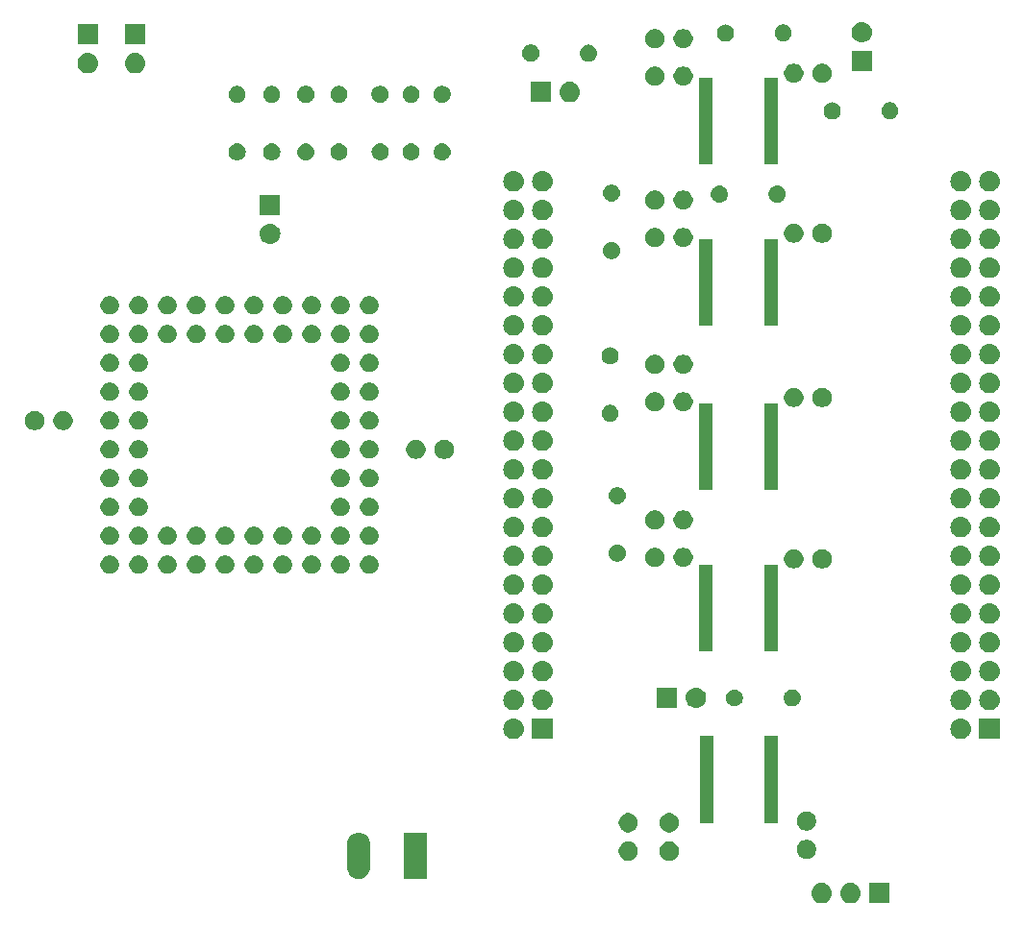
<source format=gbr>
G04 #@! TF.GenerationSoftware,KiCad,Pcbnew,(5.1.4)-1*
G04 #@! TF.CreationDate,2019-09-26T19:24:03+02:00*
G04 #@! TF.ProjectId,Konami-2_DE10Nano_adapter_V1_2,4b6f6e61-6d69-42d3-925f-444531304e61,1.1*
G04 #@! TF.SameCoordinates,Original*
G04 #@! TF.FileFunction,Soldermask,Top*
G04 #@! TF.FilePolarity,Negative*
%FSLAX46Y46*%
G04 Gerber Fmt 4.6, Leading zero omitted, Abs format (unit mm)*
G04 Created by KiCad (PCBNEW (5.1.4)-1) date 2019-09-26 19:24:03*
%MOMM*%
%LPD*%
G04 APERTURE LIST*
%ADD10C,0.100000*%
G04 APERTURE END LIST*
D10*
G36*
X238311642Y-123057518D02*
G01*
X238377827Y-123064037D01*
X238547666Y-123115557D01*
X238704191Y-123199222D01*
X238739929Y-123228552D01*
X238841386Y-123311814D01*
X238924648Y-123413271D01*
X238953978Y-123449009D01*
X239037643Y-123605534D01*
X239089163Y-123775373D01*
X239106559Y-123952000D01*
X239089163Y-124128627D01*
X239037643Y-124298466D01*
X238953978Y-124454991D01*
X238924648Y-124490729D01*
X238841386Y-124592186D01*
X238739929Y-124675448D01*
X238704191Y-124704778D01*
X238547666Y-124788443D01*
X238377827Y-124839963D01*
X238311642Y-124846482D01*
X238245460Y-124853000D01*
X238156940Y-124853000D01*
X238090758Y-124846482D01*
X238024573Y-124839963D01*
X237854734Y-124788443D01*
X237698209Y-124704778D01*
X237662471Y-124675448D01*
X237561014Y-124592186D01*
X237477752Y-124490729D01*
X237448422Y-124454991D01*
X237364757Y-124298466D01*
X237313237Y-124128627D01*
X237295841Y-123952000D01*
X237313237Y-123775373D01*
X237364757Y-123605534D01*
X237448422Y-123449009D01*
X237477752Y-123413271D01*
X237561014Y-123311814D01*
X237662471Y-123228552D01*
X237698209Y-123199222D01*
X237854734Y-123115557D01*
X238024573Y-123064037D01*
X238090758Y-123057518D01*
X238156940Y-123051000D01*
X238245460Y-123051000D01*
X238311642Y-123057518D01*
X238311642Y-123057518D01*
G37*
G36*
X240851642Y-123057518D02*
G01*
X240917827Y-123064037D01*
X241087666Y-123115557D01*
X241244191Y-123199222D01*
X241279929Y-123228552D01*
X241381386Y-123311814D01*
X241464648Y-123413271D01*
X241493978Y-123449009D01*
X241577643Y-123605534D01*
X241629163Y-123775373D01*
X241646559Y-123952000D01*
X241629163Y-124128627D01*
X241577643Y-124298466D01*
X241493978Y-124454991D01*
X241464648Y-124490729D01*
X241381386Y-124592186D01*
X241279929Y-124675448D01*
X241244191Y-124704778D01*
X241087666Y-124788443D01*
X240917827Y-124839963D01*
X240851642Y-124846482D01*
X240785460Y-124853000D01*
X240696940Y-124853000D01*
X240630758Y-124846482D01*
X240564573Y-124839963D01*
X240394734Y-124788443D01*
X240238209Y-124704778D01*
X240202471Y-124675448D01*
X240101014Y-124592186D01*
X240017752Y-124490729D01*
X239988422Y-124454991D01*
X239904757Y-124298466D01*
X239853237Y-124128627D01*
X239835841Y-123952000D01*
X239853237Y-123775373D01*
X239904757Y-123605534D01*
X239988422Y-123449009D01*
X240017752Y-123413271D01*
X240101014Y-123311814D01*
X240202471Y-123228552D01*
X240238209Y-123199222D01*
X240394734Y-123115557D01*
X240564573Y-123064037D01*
X240630758Y-123057518D01*
X240696940Y-123051000D01*
X240785460Y-123051000D01*
X240851642Y-123057518D01*
X240851642Y-123057518D01*
G37*
G36*
X244182200Y-124853000D02*
G01*
X242380200Y-124853000D01*
X242380200Y-123051000D01*
X244182200Y-123051000D01*
X244182200Y-124853000D01*
X244182200Y-124853000D01*
G37*
G36*
X197642072Y-118634063D02*
G01*
X197838301Y-118693589D01*
X197838303Y-118693590D01*
X198019145Y-118790252D01*
X198177660Y-118920340D01*
X198307747Y-119078854D01*
X198404411Y-119259699D01*
X198463937Y-119455928D01*
X198479000Y-119608868D01*
X198479000Y-121691132D01*
X198463937Y-121844072D01*
X198404411Y-122040300D01*
X198404410Y-122040303D01*
X198307748Y-122221145D01*
X198177660Y-122379660D01*
X198060437Y-122475860D01*
X198019146Y-122509747D01*
X197838300Y-122606411D01*
X197642071Y-122665937D01*
X197438000Y-122686036D01*
X197233928Y-122665937D01*
X197037699Y-122606411D01*
X197037697Y-122606410D01*
X196856855Y-122509748D01*
X196698340Y-122379660D01*
X196602140Y-122262437D01*
X196568253Y-122221146D01*
X196471589Y-122040300D01*
X196412063Y-121844071D01*
X196397000Y-121691131D01*
X196397001Y-119608868D01*
X196412064Y-119455928D01*
X196471590Y-119259699D01*
X196568254Y-119078854D01*
X196698341Y-118920340D01*
X196856856Y-118790252D01*
X197037698Y-118693590D01*
X197037700Y-118693589D01*
X197233929Y-118634063D01*
X197438000Y-118613964D01*
X197642072Y-118634063D01*
X197642072Y-118634063D01*
G37*
G36*
X203479000Y-122681000D02*
G01*
X201397000Y-122681000D01*
X201397000Y-118619000D01*
X203479000Y-118619000D01*
X203479000Y-122681000D01*
X203479000Y-122681000D01*
G37*
G36*
X221431428Y-119425303D02*
G01*
X221586300Y-119489453D01*
X221725681Y-119582585D01*
X221844215Y-119701119D01*
X221937347Y-119840500D01*
X222001497Y-119995372D01*
X222034200Y-120159784D01*
X222034200Y-120327416D01*
X222001497Y-120491828D01*
X221937347Y-120646700D01*
X221844215Y-120786081D01*
X221725681Y-120904615D01*
X221586300Y-120997747D01*
X221431428Y-121061897D01*
X221267016Y-121094600D01*
X221099384Y-121094600D01*
X220934972Y-121061897D01*
X220780100Y-120997747D01*
X220640719Y-120904615D01*
X220522185Y-120786081D01*
X220429053Y-120646700D01*
X220364903Y-120491828D01*
X220332200Y-120327416D01*
X220332200Y-120159784D01*
X220364903Y-119995372D01*
X220429053Y-119840500D01*
X220522185Y-119701119D01*
X220640719Y-119582585D01*
X220780100Y-119489453D01*
X220934972Y-119425303D01*
X221099384Y-119392600D01*
X221267016Y-119392600D01*
X221431428Y-119425303D01*
X221431428Y-119425303D01*
G37*
G36*
X225038228Y-119425303D02*
G01*
X225193100Y-119489453D01*
X225332481Y-119582585D01*
X225451015Y-119701119D01*
X225544147Y-119840500D01*
X225608297Y-119995372D01*
X225641000Y-120159784D01*
X225641000Y-120327416D01*
X225608297Y-120491828D01*
X225544147Y-120646700D01*
X225451015Y-120786081D01*
X225332481Y-120904615D01*
X225193100Y-120997747D01*
X225038228Y-121061897D01*
X224873816Y-121094600D01*
X224706184Y-121094600D01*
X224541772Y-121061897D01*
X224386900Y-120997747D01*
X224247519Y-120904615D01*
X224128985Y-120786081D01*
X224035853Y-120646700D01*
X223971703Y-120491828D01*
X223939000Y-120327416D01*
X223939000Y-120159784D01*
X223971703Y-119995372D01*
X224035853Y-119840500D01*
X224128985Y-119701119D01*
X224247519Y-119582585D01*
X224386900Y-119489453D01*
X224541772Y-119425303D01*
X224706184Y-119392600D01*
X224873816Y-119392600D01*
X225038228Y-119425303D01*
X225038228Y-119425303D01*
G37*
G36*
X237128628Y-119272903D02*
G01*
X237283500Y-119337053D01*
X237422881Y-119430185D01*
X237541415Y-119548719D01*
X237634547Y-119688100D01*
X237698697Y-119842972D01*
X237731400Y-120007384D01*
X237731400Y-120175016D01*
X237698697Y-120339428D01*
X237634547Y-120494300D01*
X237541415Y-120633681D01*
X237422881Y-120752215D01*
X237283500Y-120845347D01*
X237128628Y-120909497D01*
X236964216Y-120942200D01*
X236796584Y-120942200D01*
X236632172Y-120909497D01*
X236477300Y-120845347D01*
X236337919Y-120752215D01*
X236219385Y-120633681D01*
X236126253Y-120494300D01*
X236062103Y-120339428D01*
X236029400Y-120175016D01*
X236029400Y-120007384D01*
X236062103Y-119842972D01*
X236126253Y-119688100D01*
X236219385Y-119548719D01*
X236337919Y-119430185D01*
X236477300Y-119337053D01*
X236632172Y-119272903D01*
X236796584Y-119240200D01*
X236964216Y-119240200D01*
X237128628Y-119272903D01*
X237128628Y-119272903D01*
G37*
G36*
X221431428Y-116925303D02*
G01*
X221586300Y-116989453D01*
X221725681Y-117082585D01*
X221844215Y-117201119D01*
X221937347Y-117340500D01*
X222001497Y-117495372D01*
X222034200Y-117659784D01*
X222034200Y-117827416D01*
X222001497Y-117991828D01*
X221937347Y-118146700D01*
X221844215Y-118286081D01*
X221725681Y-118404615D01*
X221586300Y-118497747D01*
X221431428Y-118561897D01*
X221267016Y-118594600D01*
X221099384Y-118594600D01*
X220934972Y-118561897D01*
X220780100Y-118497747D01*
X220640719Y-118404615D01*
X220522185Y-118286081D01*
X220429053Y-118146700D01*
X220364903Y-117991828D01*
X220332200Y-117827416D01*
X220332200Y-117659784D01*
X220364903Y-117495372D01*
X220429053Y-117340500D01*
X220522185Y-117201119D01*
X220640719Y-117082585D01*
X220780100Y-116989453D01*
X220934972Y-116925303D01*
X221099384Y-116892600D01*
X221267016Y-116892600D01*
X221431428Y-116925303D01*
X221431428Y-116925303D01*
G37*
G36*
X225038228Y-116925303D02*
G01*
X225193100Y-116989453D01*
X225332481Y-117082585D01*
X225451015Y-117201119D01*
X225544147Y-117340500D01*
X225608297Y-117495372D01*
X225641000Y-117659784D01*
X225641000Y-117827416D01*
X225608297Y-117991828D01*
X225544147Y-118146700D01*
X225451015Y-118286081D01*
X225332481Y-118404615D01*
X225193100Y-118497747D01*
X225038228Y-118561897D01*
X224873816Y-118594600D01*
X224706184Y-118594600D01*
X224541772Y-118561897D01*
X224386900Y-118497747D01*
X224247519Y-118404615D01*
X224128985Y-118286081D01*
X224035853Y-118146700D01*
X223971703Y-117991828D01*
X223939000Y-117827416D01*
X223939000Y-117659784D01*
X223971703Y-117495372D01*
X224035853Y-117340500D01*
X224128985Y-117201119D01*
X224247519Y-117082585D01*
X224386900Y-116989453D01*
X224541772Y-116925303D01*
X224706184Y-116892600D01*
X224873816Y-116892600D01*
X225038228Y-116925303D01*
X225038228Y-116925303D01*
G37*
G36*
X237128628Y-116772903D02*
G01*
X237283500Y-116837053D01*
X237422881Y-116930185D01*
X237541415Y-117048719D01*
X237634547Y-117188100D01*
X237698697Y-117342972D01*
X237731400Y-117507384D01*
X237731400Y-117675016D01*
X237698697Y-117839428D01*
X237634547Y-117994300D01*
X237541415Y-118133681D01*
X237422881Y-118252215D01*
X237283500Y-118345347D01*
X237128628Y-118409497D01*
X236964216Y-118442200D01*
X236796584Y-118442200D01*
X236632172Y-118409497D01*
X236477300Y-118345347D01*
X236337919Y-118252215D01*
X236219385Y-118133681D01*
X236126253Y-117994300D01*
X236062103Y-117839428D01*
X236029400Y-117675016D01*
X236029400Y-117507384D01*
X236062103Y-117342972D01*
X236126253Y-117188100D01*
X236219385Y-117048719D01*
X236337919Y-116930185D01*
X236477300Y-116837053D01*
X236632172Y-116772903D01*
X236796584Y-116740200D01*
X236964216Y-116740200D01*
X237128628Y-116772903D01*
X237128628Y-116772903D01*
G37*
G36*
X228687800Y-117770400D02*
G01*
X227485800Y-117770400D01*
X227485800Y-110118400D01*
X228687800Y-110118400D01*
X228687800Y-117770400D01*
X228687800Y-117770400D01*
G37*
G36*
X234387800Y-117770400D02*
G01*
X233185800Y-117770400D01*
X233185800Y-110118400D01*
X234387800Y-110118400D01*
X234387800Y-117770400D01*
X234387800Y-117770400D01*
G37*
G36*
X253885000Y-110375000D02*
G01*
X252083000Y-110375000D01*
X252083000Y-108573000D01*
X253885000Y-108573000D01*
X253885000Y-110375000D01*
X253885000Y-110375000D01*
G37*
G36*
X211184442Y-108579518D02*
G01*
X211250627Y-108586037D01*
X211420466Y-108637557D01*
X211576991Y-108721222D01*
X211612729Y-108750552D01*
X211714186Y-108833814D01*
X211797448Y-108935271D01*
X211826778Y-108971009D01*
X211910443Y-109127534D01*
X211961963Y-109297373D01*
X211979359Y-109474000D01*
X211961963Y-109650627D01*
X211910443Y-109820466D01*
X211826778Y-109976991D01*
X211797448Y-110012729D01*
X211714186Y-110114186D01*
X211612729Y-110197448D01*
X211576991Y-110226778D01*
X211420466Y-110310443D01*
X211250627Y-110361963D01*
X211184442Y-110368482D01*
X211118260Y-110375000D01*
X211029740Y-110375000D01*
X210963558Y-110368482D01*
X210897373Y-110361963D01*
X210727534Y-110310443D01*
X210571009Y-110226778D01*
X210535271Y-110197448D01*
X210433814Y-110114186D01*
X210350552Y-110012729D01*
X210321222Y-109976991D01*
X210237557Y-109820466D01*
X210186037Y-109650627D01*
X210168641Y-109474000D01*
X210186037Y-109297373D01*
X210237557Y-109127534D01*
X210321222Y-108971009D01*
X210350552Y-108935271D01*
X210433814Y-108833814D01*
X210535271Y-108750552D01*
X210571009Y-108721222D01*
X210727534Y-108637557D01*
X210897373Y-108586037D01*
X210963558Y-108579518D01*
X211029740Y-108573000D01*
X211118260Y-108573000D01*
X211184442Y-108579518D01*
X211184442Y-108579518D01*
G37*
G36*
X250554442Y-108579518D02*
G01*
X250620627Y-108586037D01*
X250790466Y-108637557D01*
X250946991Y-108721222D01*
X250982729Y-108750552D01*
X251084186Y-108833814D01*
X251167448Y-108935271D01*
X251196778Y-108971009D01*
X251280443Y-109127534D01*
X251331963Y-109297373D01*
X251349359Y-109474000D01*
X251331963Y-109650627D01*
X251280443Y-109820466D01*
X251196778Y-109976991D01*
X251167448Y-110012729D01*
X251084186Y-110114186D01*
X250982729Y-110197448D01*
X250946991Y-110226778D01*
X250790466Y-110310443D01*
X250620627Y-110361963D01*
X250554442Y-110368482D01*
X250488260Y-110375000D01*
X250399740Y-110375000D01*
X250333558Y-110368482D01*
X250267373Y-110361963D01*
X250097534Y-110310443D01*
X249941009Y-110226778D01*
X249905271Y-110197448D01*
X249803814Y-110114186D01*
X249720552Y-110012729D01*
X249691222Y-109976991D01*
X249607557Y-109820466D01*
X249556037Y-109650627D01*
X249538641Y-109474000D01*
X249556037Y-109297373D01*
X249607557Y-109127534D01*
X249691222Y-108971009D01*
X249720552Y-108935271D01*
X249803814Y-108833814D01*
X249905271Y-108750552D01*
X249941009Y-108721222D01*
X250097534Y-108637557D01*
X250267373Y-108586037D01*
X250333558Y-108579518D01*
X250399740Y-108573000D01*
X250488260Y-108573000D01*
X250554442Y-108579518D01*
X250554442Y-108579518D01*
G37*
G36*
X214515000Y-110375000D02*
G01*
X212713000Y-110375000D01*
X212713000Y-108573000D01*
X214515000Y-108573000D01*
X214515000Y-110375000D01*
X214515000Y-110375000D01*
G37*
G36*
X213724443Y-106039519D02*
G01*
X213790627Y-106046037D01*
X213960466Y-106097557D01*
X214116991Y-106181222D01*
X214152729Y-106210552D01*
X214254186Y-106293814D01*
X214320868Y-106375068D01*
X214366778Y-106431009D01*
X214366779Y-106431011D01*
X214448329Y-106583578D01*
X214450443Y-106587534D01*
X214501963Y-106757373D01*
X214519359Y-106934000D01*
X214501963Y-107110627D01*
X214450443Y-107280466D01*
X214366778Y-107436991D01*
X214353689Y-107452940D01*
X214254186Y-107574186D01*
X214152729Y-107657448D01*
X214116991Y-107686778D01*
X213960466Y-107770443D01*
X213790627Y-107821963D01*
X213724443Y-107828481D01*
X213658260Y-107835000D01*
X213569740Y-107835000D01*
X213503557Y-107828481D01*
X213437373Y-107821963D01*
X213267534Y-107770443D01*
X213111009Y-107686778D01*
X213075271Y-107657448D01*
X212973814Y-107574186D01*
X212874311Y-107452940D01*
X212861222Y-107436991D01*
X212777557Y-107280466D01*
X212726037Y-107110627D01*
X212708641Y-106934000D01*
X212726037Y-106757373D01*
X212777557Y-106587534D01*
X212779672Y-106583578D01*
X212861221Y-106431011D01*
X212861222Y-106431009D01*
X212907132Y-106375068D01*
X212973814Y-106293814D01*
X213075271Y-106210552D01*
X213111009Y-106181222D01*
X213267534Y-106097557D01*
X213437373Y-106046037D01*
X213503557Y-106039519D01*
X213569740Y-106033000D01*
X213658260Y-106033000D01*
X213724443Y-106039519D01*
X213724443Y-106039519D01*
G37*
G36*
X250554443Y-106039519D02*
G01*
X250620627Y-106046037D01*
X250790466Y-106097557D01*
X250946991Y-106181222D01*
X250982729Y-106210552D01*
X251084186Y-106293814D01*
X251150868Y-106375068D01*
X251196778Y-106431009D01*
X251196779Y-106431011D01*
X251278329Y-106583578D01*
X251280443Y-106587534D01*
X251331963Y-106757373D01*
X251349359Y-106934000D01*
X251331963Y-107110627D01*
X251280443Y-107280466D01*
X251196778Y-107436991D01*
X251183689Y-107452940D01*
X251084186Y-107574186D01*
X250982729Y-107657448D01*
X250946991Y-107686778D01*
X250790466Y-107770443D01*
X250620627Y-107821963D01*
X250554443Y-107828481D01*
X250488260Y-107835000D01*
X250399740Y-107835000D01*
X250333557Y-107828481D01*
X250267373Y-107821963D01*
X250097534Y-107770443D01*
X249941009Y-107686778D01*
X249905271Y-107657448D01*
X249803814Y-107574186D01*
X249704311Y-107452940D01*
X249691222Y-107436991D01*
X249607557Y-107280466D01*
X249556037Y-107110627D01*
X249538641Y-106934000D01*
X249556037Y-106757373D01*
X249607557Y-106587534D01*
X249609672Y-106583578D01*
X249691221Y-106431011D01*
X249691222Y-106431009D01*
X249737132Y-106375068D01*
X249803814Y-106293814D01*
X249905271Y-106210552D01*
X249941009Y-106181222D01*
X250097534Y-106097557D01*
X250267373Y-106046037D01*
X250333557Y-106039519D01*
X250399740Y-106033000D01*
X250488260Y-106033000D01*
X250554443Y-106039519D01*
X250554443Y-106039519D01*
G37*
G36*
X253094443Y-106039519D02*
G01*
X253160627Y-106046037D01*
X253330466Y-106097557D01*
X253486991Y-106181222D01*
X253522729Y-106210552D01*
X253624186Y-106293814D01*
X253690868Y-106375068D01*
X253736778Y-106431009D01*
X253736779Y-106431011D01*
X253818329Y-106583578D01*
X253820443Y-106587534D01*
X253871963Y-106757373D01*
X253889359Y-106934000D01*
X253871963Y-107110627D01*
X253820443Y-107280466D01*
X253736778Y-107436991D01*
X253723689Y-107452940D01*
X253624186Y-107574186D01*
X253522729Y-107657448D01*
X253486991Y-107686778D01*
X253330466Y-107770443D01*
X253160627Y-107821963D01*
X253094443Y-107828481D01*
X253028260Y-107835000D01*
X252939740Y-107835000D01*
X252873557Y-107828481D01*
X252807373Y-107821963D01*
X252637534Y-107770443D01*
X252481009Y-107686778D01*
X252445271Y-107657448D01*
X252343814Y-107574186D01*
X252244311Y-107452940D01*
X252231222Y-107436991D01*
X252147557Y-107280466D01*
X252096037Y-107110627D01*
X252078641Y-106934000D01*
X252096037Y-106757373D01*
X252147557Y-106587534D01*
X252149672Y-106583578D01*
X252231221Y-106431011D01*
X252231222Y-106431009D01*
X252277132Y-106375068D01*
X252343814Y-106293814D01*
X252445271Y-106210552D01*
X252481009Y-106181222D01*
X252637534Y-106097557D01*
X252807373Y-106046037D01*
X252873557Y-106039519D01*
X252939740Y-106033000D01*
X253028260Y-106033000D01*
X253094443Y-106039519D01*
X253094443Y-106039519D01*
G37*
G36*
X211184443Y-106039519D02*
G01*
X211250627Y-106046037D01*
X211420466Y-106097557D01*
X211576991Y-106181222D01*
X211612729Y-106210552D01*
X211714186Y-106293814D01*
X211780868Y-106375068D01*
X211826778Y-106431009D01*
X211826779Y-106431011D01*
X211908329Y-106583578D01*
X211910443Y-106587534D01*
X211961963Y-106757373D01*
X211979359Y-106934000D01*
X211961963Y-107110627D01*
X211910443Y-107280466D01*
X211826778Y-107436991D01*
X211813689Y-107452940D01*
X211714186Y-107574186D01*
X211612729Y-107657448D01*
X211576991Y-107686778D01*
X211420466Y-107770443D01*
X211250627Y-107821963D01*
X211184443Y-107828481D01*
X211118260Y-107835000D01*
X211029740Y-107835000D01*
X210963557Y-107828481D01*
X210897373Y-107821963D01*
X210727534Y-107770443D01*
X210571009Y-107686778D01*
X210535271Y-107657448D01*
X210433814Y-107574186D01*
X210334311Y-107452940D01*
X210321222Y-107436991D01*
X210237557Y-107280466D01*
X210186037Y-107110627D01*
X210168641Y-106934000D01*
X210186037Y-106757373D01*
X210237557Y-106587534D01*
X210239672Y-106583578D01*
X210321221Y-106431011D01*
X210321222Y-106431009D01*
X210367132Y-106375068D01*
X210433814Y-106293814D01*
X210535271Y-106210552D01*
X210571009Y-106181222D01*
X210727534Y-106097557D01*
X210897373Y-106046037D01*
X210963557Y-106039519D01*
X211029740Y-106033000D01*
X211118260Y-106033000D01*
X211184443Y-106039519D01*
X211184443Y-106039519D01*
G37*
G36*
X227237242Y-105836318D02*
G01*
X227303427Y-105842837D01*
X227473266Y-105894357D01*
X227629791Y-105978022D01*
X227665529Y-106007352D01*
X227766986Y-106090614D01*
X227841344Y-106181221D01*
X227879578Y-106227809D01*
X227963243Y-106384334D01*
X228014763Y-106554173D01*
X228032159Y-106730800D01*
X228014763Y-106907427D01*
X227963243Y-107077266D01*
X227879578Y-107233791D01*
X227854453Y-107264406D01*
X227766986Y-107370986D01*
X227686557Y-107436991D01*
X227629791Y-107483578D01*
X227473266Y-107567243D01*
X227303427Y-107618763D01*
X227237243Y-107625281D01*
X227171060Y-107631800D01*
X227082540Y-107631800D01*
X227016357Y-107625281D01*
X226950173Y-107618763D01*
X226780334Y-107567243D01*
X226623809Y-107483578D01*
X226567043Y-107436991D01*
X226486614Y-107370986D01*
X226399147Y-107264406D01*
X226374022Y-107233791D01*
X226290357Y-107077266D01*
X226238837Y-106907427D01*
X226221441Y-106730800D01*
X226238837Y-106554173D01*
X226290357Y-106384334D01*
X226374022Y-106227809D01*
X226412256Y-106181221D01*
X226486614Y-106090614D01*
X226588071Y-106007352D01*
X226623809Y-105978022D01*
X226780334Y-105894357D01*
X226950173Y-105842837D01*
X227016358Y-105836318D01*
X227082540Y-105829800D01*
X227171060Y-105829800D01*
X227237242Y-105836318D01*
X227237242Y-105836318D01*
G37*
G36*
X225487800Y-107631800D02*
G01*
X223685800Y-107631800D01*
X223685800Y-105829800D01*
X225487800Y-105829800D01*
X225487800Y-107631800D01*
X225487800Y-107631800D01*
G37*
G36*
X230749459Y-106008660D02*
G01*
X230809694Y-106033610D01*
X230886132Y-106065272D01*
X231009135Y-106147460D01*
X231113740Y-106252065D01*
X231195928Y-106375068D01*
X231195929Y-106375070D01*
X231252540Y-106511741D01*
X231281400Y-106656832D01*
X231281400Y-106804768D01*
X231252540Y-106949859D01*
X231195928Y-107086532D01*
X231113740Y-107209535D01*
X231009135Y-107314140D01*
X230886132Y-107396328D01*
X230886131Y-107396329D01*
X230886130Y-107396329D01*
X230749459Y-107452940D01*
X230604368Y-107481800D01*
X230456432Y-107481800D01*
X230311341Y-107452940D01*
X230174670Y-107396329D01*
X230174669Y-107396329D01*
X230174668Y-107396328D01*
X230051665Y-107314140D01*
X229947060Y-107209535D01*
X229864872Y-107086532D01*
X229808260Y-106949859D01*
X229779400Y-106804768D01*
X229779400Y-106656832D01*
X229808260Y-106511741D01*
X229864871Y-106375070D01*
X229864872Y-106375068D01*
X229947060Y-106252065D01*
X230051665Y-106147460D01*
X230174668Y-106065272D01*
X230251107Y-106033610D01*
X230311341Y-106008660D01*
X230456432Y-105979800D01*
X230604368Y-105979800D01*
X230749459Y-106008660D01*
X230749459Y-106008660D01*
G37*
G36*
X235684065Y-105983422D02*
G01*
X235757622Y-105990667D01*
X235899186Y-106033610D01*
X236029652Y-106103346D01*
X236059440Y-106127792D01*
X236144007Y-106197193D01*
X236213408Y-106281760D01*
X236237854Y-106311548D01*
X236307590Y-106442014D01*
X236350533Y-106583578D01*
X236365033Y-106730800D01*
X236350533Y-106878022D01*
X236307590Y-107019586D01*
X236237854Y-107150052D01*
X236213408Y-107179840D01*
X236144007Y-107264407D01*
X236083404Y-107314141D01*
X236029652Y-107358254D01*
X235899186Y-107427990D01*
X235757622Y-107470933D01*
X235684065Y-107478178D01*
X235647288Y-107481800D01*
X235573512Y-107481800D01*
X235536735Y-107478178D01*
X235463178Y-107470933D01*
X235321614Y-107427990D01*
X235191148Y-107358254D01*
X235137396Y-107314141D01*
X235076793Y-107264407D01*
X235007392Y-107179840D01*
X234982946Y-107150052D01*
X234913210Y-107019586D01*
X234870267Y-106878022D01*
X234855767Y-106730800D01*
X234870267Y-106583578D01*
X234913210Y-106442014D01*
X234982946Y-106311548D01*
X235007392Y-106281760D01*
X235076793Y-106197193D01*
X235161360Y-106127792D01*
X235191148Y-106103346D01*
X235321614Y-106033610D01*
X235463178Y-105990667D01*
X235536735Y-105983422D01*
X235573512Y-105979800D01*
X235647288Y-105979800D01*
X235684065Y-105983422D01*
X235684065Y-105983422D01*
G37*
G36*
X253094442Y-103499518D02*
G01*
X253160627Y-103506037D01*
X253330466Y-103557557D01*
X253486991Y-103641222D01*
X253522729Y-103670552D01*
X253624186Y-103753814D01*
X253707448Y-103855271D01*
X253736778Y-103891009D01*
X253820443Y-104047534D01*
X253871963Y-104217373D01*
X253889359Y-104394000D01*
X253871963Y-104570627D01*
X253820443Y-104740466D01*
X253736778Y-104896991D01*
X253707448Y-104932729D01*
X253624186Y-105034186D01*
X253522729Y-105117448D01*
X253486991Y-105146778D01*
X253330466Y-105230443D01*
X253160627Y-105281963D01*
X253094443Y-105288481D01*
X253028260Y-105295000D01*
X252939740Y-105295000D01*
X252873558Y-105288482D01*
X252807373Y-105281963D01*
X252637534Y-105230443D01*
X252481009Y-105146778D01*
X252445271Y-105117448D01*
X252343814Y-105034186D01*
X252260552Y-104932729D01*
X252231222Y-104896991D01*
X252147557Y-104740466D01*
X252096037Y-104570627D01*
X252078641Y-104394000D01*
X252096037Y-104217373D01*
X252147557Y-104047534D01*
X252231222Y-103891009D01*
X252260552Y-103855271D01*
X252343814Y-103753814D01*
X252445271Y-103670552D01*
X252481009Y-103641222D01*
X252637534Y-103557557D01*
X252807373Y-103506037D01*
X252873557Y-103499519D01*
X252939740Y-103493000D01*
X253028260Y-103493000D01*
X253094442Y-103499518D01*
X253094442Y-103499518D01*
G37*
G36*
X250554442Y-103499518D02*
G01*
X250620627Y-103506037D01*
X250790466Y-103557557D01*
X250946991Y-103641222D01*
X250982729Y-103670552D01*
X251084186Y-103753814D01*
X251167448Y-103855271D01*
X251196778Y-103891009D01*
X251280443Y-104047534D01*
X251331963Y-104217373D01*
X251349359Y-104394000D01*
X251331963Y-104570627D01*
X251280443Y-104740466D01*
X251196778Y-104896991D01*
X251167448Y-104932729D01*
X251084186Y-105034186D01*
X250982729Y-105117448D01*
X250946991Y-105146778D01*
X250790466Y-105230443D01*
X250620627Y-105281963D01*
X250554443Y-105288481D01*
X250488260Y-105295000D01*
X250399740Y-105295000D01*
X250333558Y-105288482D01*
X250267373Y-105281963D01*
X250097534Y-105230443D01*
X249941009Y-105146778D01*
X249905271Y-105117448D01*
X249803814Y-105034186D01*
X249720552Y-104932729D01*
X249691222Y-104896991D01*
X249607557Y-104740466D01*
X249556037Y-104570627D01*
X249538641Y-104394000D01*
X249556037Y-104217373D01*
X249607557Y-104047534D01*
X249691222Y-103891009D01*
X249720552Y-103855271D01*
X249803814Y-103753814D01*
X249905271Y-103670552D01*
X249941009Y-103641222D01*
X250097534Y-103557557D01*
X250267373Y-103506037D01*
X250333557Y-103499519D01*
X250399740Y-103493000D01*
X250488260Y-103493000D01*
X250554442Y-103499518D01*
X250554442Y-103499518D01*
G37*
G36*
X213724442Y-103499518D02*
G01*
X213790627Y-103506037D01*
X213960466Y-103557557D01*
X214116991Y-103641222D01*
X214152729Y-103670552D01*
X214254186Y-103753814D01*
X214337448Y-103855271D01*
X214366778Y-103891009D01*
X214450443Y-104047534D01*
X214501963Y-104217373D01*
X214519359Y-104394000D01*
X214501963Y-104570627D01*
X214450443Y-104740466D01*
X214366778Y-104896991D01*
X214337448Y-104932729D01*
X214254186Y-105034186D01*
X214152729Y-105117448D01*
X214116991Y-105146778D01*
X213960466Y-105230443D01*
X213790627Y-105281963D01*
X213724443Y-105288481D01*
X213658260Y-105295000D01*
X213569740Y-105295000D01*
X213503558Y-105288482D01*
X213437373Y-105281963D01*
X213267534Y-105230443D01*
X213111009Y-105146778D01*
X213075271Y-105117448D01*
X212973814Y-105034186D01*
X212890552Y-104932729D01*
X212861222Y-104896991D01*
X212777557Y-104740466D01*
X212726037Y-104570627D01*
X212708641Y-104394000D01*
X212726037Y-104217373D01*
X212777557Y-104047534D01*
X212861222Y-103891009D01*
X212890552Y-103855271D01*
X212973814Y-103753814D01*
X213075271Y-103670552D01*
X213111009Y-103641222D01*
X213267534Y-103557557D01*
X213437373Y-103506037D01*
X213503557Y-103499519D01*
X213569740Y-103493000D01*
X213658260Y-103493000D01*
X213724442Y-103499518D01*
X213724442Y-103499518D01*
G37*
G36*
X211184442Y-103499518D02*
G01*
X211250627Y-103506037D01*
X211420466Y-103557557D01*
X211576991Y-103641222D01*
X211612729Y-103670552D01*
X211714186Y-103753814D01*
X211797448Y-103855271D01*
X211826778Y-103891009D01*
X211910443Y-104047534D01*
X211961963Y-104217373D01*
X211979359Y-104394000D01*
X211961963Y-104570627D01*
X211910443Y-104740466D01*
X211826778Y-104896991D01*
X211797448Y-104932729D01*
X211714186Y-105034186D01*
X211612729Y-105117448D01*
X211576991Y-105146778D01*
X211420466Y-105230443D01*
X211250627Y-105281963D01*
X211184443Y-105288481D01*
X211118260Y-105295000D01*
X211029740Y-105295000D01*
X210963558Y-105288482D01*
X210897373Y-105281963D01*
X210727534Y-105230443D01*
X210571009Y-105146778D01*
X210535271Y-105117448D01*
X210433814Y-105034186D01*
X210350552Y-104932729D01*
X210321222Y-104896991D01*
X210237557Y-104740466D01*
X210186037Y-104570627D01*
X210168641Y-104394000D01*
X210186037Y-104217373D01*
X210237557Y-104047534D01*
X210321222Y-103891009D01*
X210350552Y-103855271D01*
X210433814Y-103753814D01*
X210535271Y-103670552D01*
X210571009Y-103641222D01*
X210727534Y-103557557D01*
X210897373Y-103506037D01*
X210963557Y-103499519D01*
X211029740Y-103493000D01*
X211118260Y-103493000D01*
X211184442Y-103499518D01*
X211184442Y-103499518D01*
G37*
G36*
X213724443Y-100959519D02*
G01*
X213790627Y-100966037D01*
X213960466Y-101017557D01*
X214116991Y-101101222D01*
X214152729Y-101130552D01*
X214254186Y-101213814D01*
X214337448Y-101315271D01*
X214366778Y-101351009D01*
X214450443Y-101507534D01*
X214501963Y-101677373D01*
X214519359Y-101854000D01*
X214501963Y-102030627D01*
X214450443Y-102200466D01*
X214366778Y-102356991D01*
X214337448Y-102392729D01*
X214254186Y-102494186D01*
X214152729Y-102577448D01*
X214116991Y-102606778D01*
X213960466Y-102690443D01*
X213790627Y-102741963D01*
X213724442Y-102748482D01*
X213658260Y-102755000D01*
X213569740Y-102755000D01*
X213503557Y-102748481D01*
X213437373Y-102741963D01*
X213267534Y-102690443D01*
X213111009Y-102606778D01*
X213075271Y-102577448D01*
X212973814Y-102494186D01*
X212890552Y-102392729D01*
X212861222Y-102356991D01*
X212777557Y-102200466D01*
X212726037Y-102030627D01*
X212708641Y-101854000D01*
X212726037Y-101677373D01*
X212777557Y-101507534D01*
X212861222Y-101351009D01*
X212890552Y-101315271D01*
X212973814Y-101213814D01*
X213075271Y-101130552D01*
X213111009Y-101101222D01*
X213267534Y-101017557D01*
X213437373Y-100966037D01*
X213503558Y-100959518D01*
X213569740Y-100953000D01*
X213658260Y-100953000D01*
X213724443Y-100959519D01*
X213724443Y-100959519D01*
G37*
G36*
X250554443Y-100959519D02*
G01*
X250620627Y-100966037D01*
X250790466Y-101017557D01*
X250946991Y-101101222D01*
X250982729Y-101130552D01*
X251084186Y-101213814D01*
X251167448Y-101315271D01*
X251196778Y-101351009D01*
X251280443Y-101507534D01*
X251331963Y-101677373D01*
X251349359Y-101854000D01*
X251331963Y-102030627D01*
X251280443Y-102200466D01*
X251196778Y-102356991D01*
X251167448Y-102392729D01*
X251084186Y-102494186D01*
X250982729Y-102577448D01*
X250946991Y-102606778D01*
X250790466Y-102690443D01*
X250620627Y-102741963D01*
X250554442Y-102748482D01*
X250488260Y-102755000D01*
X250399740Y-102755000D01*
X250333557Y-102748481D01*
X250267373Y-102741963D01*
X250097534Y-102690443D01*
X249941009Y-102606778D01*
X249905271Y-102577448D01*
X249803814Y-102494186D01*
X249720552Y-102392729D01*
X249691222Y-102356991D01*
X249607557Y-102200466D01*
X249556037Y-102030627D01*
X249538641Y-101854000D01*
X249556037Y-101677373D01*
X249607557Y-101507534D01*
X249691222Y-101351009D01*
X249720552Y-101315271D01*
X249803814Y-101213814D01*
X249905271Y-101130552D01*
X249941009Y-101101222D01*
X250097534Y-101017557D01*
X250267373Y-100966037D01*
X250333558Y-100959518D01*
X250399740Y-100953000D01*
X250488260Y-100953000D01*
X250554443Y-100959519D01*
X250554443Y-100959519D01*
G37*
G36*
X253094443Y-100959519D02*
G01*
X253160627Y-100966037D01*
X253330466Y-101017557D01*
X253486991Y-101101222D01*
X253522729Y-101130552D01*
X253624186Y-101213814D01*
X253707448Y-101315271D01*
X253736778Y-101351009D01*
X253820443Y-101507534D01*
X253871963Y-101677373D01*
X253889359Y-101854000D01*
X253871963Y-102030627D01*
X253820443Y-102200466D01*
X253736778Y-102356991D01*
X253707448Y-102392729D01*
X253624186Y-102494186D01*
X253522729Y-102577448D01*
X253486991Y-102606778D01*
X253330466Y-102690443D01*
X253160627Y-102741963D01*
X253094442Y-102748482D01*
X253028260Y-102755000D01*
X252939740Y-102755000D01*
X252873557Y-102748481D01*
X252807373Y-102741963D01*
X252637534Y-102690443D01*
X252481009Y-102606778D01*
X252445271Y-102577448D01*
X252343814Y-102494186D01*
X252260552Y-102392729D01*
X252231222Y-102356991D01*
X252147557Y-102200466D01*
X252096037Y-102030627D01*
X252078641Y-101854000D01*
X252096037Y-101677373D01*
X252147557Y-101507534D01*
X252231222Y-101351009D01*
X252260552Y-101315271D01*
X252343814Y-101213814D01*
X252445271Y-101130552D01*
X252481009Y-101101222D01*
X252637534Y-101017557D01*
X252807373Y-100966037D01*
X252873558Y-100959518D01*
X252939740Y-100953000D01*
X253028260Y-100953000D01*
X253094443Y-100959519D01*
X253094443Y-100959519D01*
G37*
G36*
X211184443Y-100959519D02*
G01*
X211250627Y-100966037D01*
X211420466Y-101017557D01*
X211576991Y-101101222D01*
X211612729Y-101130552D01*
X211714186Y-101213814D01*
X211797448Y-101315271D01*
X211826778Y-101351009D01*
X211910443Y-101507534D01*
X211961963Y-101677373D01*
X211979359Y-101854000D01*
X211961963Y-102030627D01*
X211910443Y-102200466D01*
X211826778Y-102356991D01*
X211797448Y-102392729D01*
X211714186Y-102494186D01*
X211612729Y-102577448D01*
X211576991Y-102606778D01*
X211420466Y-102690443D01*
X211250627Y-102741963D01*
X211184442Y-102748482D01*
X211118260Y-102755000D01*
X211029740Y-102755000D01*
X210963557Y-102748481D01*
X210897373Y-102741963D01*
X210727534Y-102690443D01*
X210571009Y-102606778D01*
X210535271Y-102577448D01*
X210433814Y-102494186D01*
X210350552Y-102392729D01*
X210321222Y-102356991D01*
X210237557Y-102200466D01*
X210186037Y-102030627D01*
X210168641Y-101854000D01*
X210186037Y-101677373D01*
X210237557Y-101507534D01*
X210321222Y-101351009D01*
X210350552Y-101315271D01*
X210433814Y-101213814D01*
X210535271Y-101130552D01*
X210571009Y-101101222D01*
X210727534Y-101017557D01*
X210897373Y-100966037D01*
X210963558Y-100959518D01*
X211029740Y-100953000D01*
X211118260Y-100953000D01*
X211184443Y-100959519D01*
X211184443Y-100959519D01*
G37*
G36*
X234337000Y-102632000D02*
G01*
X233135000Y-102632000D01*
X233135000Y-94980000D01*
X234337000Y-94980000D01*
X234337000Y-102632000D01*
X234337000Y-102632000D01*
G37*
G36*
X228637000Y-102632000D02*
G01*
X227435000Y-102632000D01*
X227435000Y-94980000D01*
X228637000Y-94980000D01*
X228637000Y-102632000D01*
X228637000Y-102632000D01*
G37*
G36*
X211184443Y-98419519D02*
G01*
X211250627Y-98426037D01*
X211420466Y-98477557D01*
X211576991Y-98561222D01*
X211612729Y-98590552D01*
X211714186Y-98673814D01*
X211761937Y-98732000D01*
X211826778Y-98811009D01*
X211910443Y-98967534D01*
X211961963Y-99137373D01*
X211979359Y-99314000D01*
X211961963Y-99490627D01*
X211910443Y-99660466D01*
X211826778Y-99816991D01*
X211797448Y-99852729D01*
X211714186Y-99954186D01*
X211619368Y-100032000D01*
X211576991Y-100066778D01*
X211420466Y-100150443D01*
X211250627Y-100201963D01*
X211184442Y-100208482D01*
X211118260Y-100215000D01*
X211029740Y-100215000D01*
X210963558Y-100208482D01*
X210897373Y-100201963D01*
X210727534Y-100150443D01*
X210571009Y-100066778D01*
X210528632Y-100032000D01*
X210433814Y-99954186D01*
X210350552Y-99852729D01*
X210321222Y-99816991D01*
X210237557Y-99660466D01*
X210186037Y-99490627D01*
X210168641Y-99314000D01*
X210186037Y-99137373D01*
X210237557Y-98967534D01*
X210321222Y-98811009D01*
X210386063Y-98732000D01*
X210433814Y-98673814D01*
X210535271Y-98590552D01*
X210571009Y-98561222D01*
X210727534Y-98477557D01*
X210897373Y-98426037D01*
X210963557Y-98419519D01*
X211029740Y-98413000D01*
X211118260Y-98413000D01*
X211184443Y-98419519D01*
X211184443Y-98419519D01*
G37*
G36*
X213724443Y-98419519D02*
G01*
X213790627Y-98426037D01*
X213960466Y-98477557D01*
X214116991Y-98561222D01*
X214152729Y-98590552D01*
X214254186Y-98673814D01*
X214301937Y-98732000D01*
X214366778Y-98811009D01*
X214450443Y-98967534D01*
X214501963Y-99137373D01*
X214519359Y-99314000D01*
X214501963Y-99490627D01*
X214450443Y-99660466D01*
X214366778Y-99816991D01*
X214337448Y-99852729D01*
X214254186Y-99954186D01*
X214159368Y-100032000D01*
X214116991Y-100066778D01*
X213960466Y-100150443D01*
X213790627Y-100201963D01*
X213724442Y-100208482D01*
X213658260Y-100215000D01*
X213569740Y-100215000D01*
X213503558Y-100208482D01*
X213437373Y-100201963D01*
X213267534Y-100150443D01*
X213111009Y-100066778D01*
X213068632Y-100032000D01*
X212973814Y-99954186D01*
X212890552Y-99852729D01*
X212861222Y-99816991D01*
X212777557Y-99660466D01*
X212726037Y-99490627D01*
X212708641Y-99314000D01*
X212726037Y-99137373D01*
X212777557Y-98967534D01*
X212861222Y-98811009D01*
X212926063Y-98732000D01*
X212973814Y-98673814D01*
X213075271Y-98590552D01*
X213111009Y-98561222D01*
X213267534Y-98477557D01*
X213437373Y-98426037D01*
X213503557Y-98419519D01*
X213569740Y-98413000D01*
X213658260Y-98413000D01*
X213724443Y-98419519D01*
X213724443Y-98419519D01*
G37*
G36*
X250554443Y-98419519D02*
G01*
X250620627Y-98426037D01*
X250790466Y-98477557D01*
X250946991Y-98561222D01*
X250982729Y-98590552D01*
X251084186Y-98673814D01*
X251131937Y-98732000D01*
X251196778Y-98811009D01*
X251280443Y-98967534D01*
X251331963Y-99137373D01*
X251349359Y-99314000D01*
X251331963Y-99490627D01*
X251280443Y-99660466D01*
X251196778Y-99816991D01*
X251167448Y-99852729D01*
X251084186Y-99954186D01*
X250989368Y-100032000D01*
X250946991Y-100066778D01*
X250790466Y-100150443D01*
X250620627Y-100201963D01*
X250554442Y-100208482D01*
X250488260Y-100215000D01*
X250399740Y-100215000D01*
X250333558Y-100208482D01*
X250267373Y-100201963D01*
X250097534Y-100150443D01*
X249941009Y-100066778D01*
X249898632Y-100032000D01*
X249803814Y-99954186D01*
X249720552Y-99852729D01*
X249691222Y-99816991D01*
X249607557Y-99660466D01*
X249556037Y-99490627D01*
X249538641Y-99314000D01*
X249556037Y-99137373D01*
X249607557Y-98967534D01*
X249691222Y-98811009D01*
X249756063Y-98732000D01*
X249803814Y-98673814D01*
X249905271Y-98590552D01*
X249941009Y-98561222D01*
X250097534Y-98477557D01*
X250267373Y-98426037D01*
X250333557Y-98419519D01*
X250399740Y-98413000D01*
X250488260Y-98413000D01*
X250554443Y-98419519D01*
X250554443Y-98419519D01*
G37*
G36*
X253094443Y-98419519D02*
G01*
X253160627Y-98426037D01*
X253330466Y-98477557D01*
X253486991Y-98561222D01*
X253522729Y-98590552D01*
X253624186Y-98673814D01*
X253671937Y-98732000D01*
X253736778Y-98811009D01*
X253820443Y-98967534D01*
X253871963Y-99137373D01*
X253889359Y-99314000D01*
X253871963Y-99490627D01*
X253820443Y-99660466D01*
X253736778Y-99816991D01*
X253707448Y-99852729D01*
X253624186Y-99954186D01*
X253529368Y-100032000D01*
X253486991Y-100066778D01*
X253330466Y-100150443D01*
X253160627Y-100201963D01*
X253094442Y-100208482D01*
X253028260Y-100215000D01*
X252939740Y-100215000D01*
X252873558Y-100208482D01*
X252807373Y-100201963D01*
X252637534Y-100150443D01*
X252481009Y-100066778D01*
X252438632Y-100032000D01*
X252343814Y-99954186D01*
X252260552Y-99852729D01*
X252231222Y-99816991D01*
X252147557Y-99660466D01*
X252096037Y-99490627D01*
X252078641Y-99314000D01*
X252096037Y-99137373D01*
X252147557Y-98967534D01*
X252231222Y-98811009D01*
X252296063Y-98732000D01*
X252343814Y-98673814D01*
X252445271Y-98590552D01*
X252481009Y-98561222D01*
X252637534Y-98477557D01*
X252807373Y-98426037D01*
X252873557Y-98419519D01*
X252939740Y-98413000D01*
X253028260Y-98413000D01*
X253094443Y-98419519D01*
X253094443Y-98419519D01*
G37*
G36*
X211184442Y-95879518D02*
G01*
X211250627Y-95886037D01*
X211420466Y-95937557D01*
X211576991Y-96021222D01*
X211612729Y-96050552D01*
X211714186Y-96133814D01*
X211797448Y-96235271D01*
X211826778Y-96271009D01*
X211910443Y-96427534D01*
X211961963Y-96597373D01*
X211979359Y-96774000D01*
X211961963Y-96950627D01*
X211910443Y-97120466D01*
X211826778Y-97276991D01*
X211797448Y-97312729D01*
X211714186Y-97414186D01*
X211612729Y-97497448D01*
X211576991Y-97526778D01*
X211420466Y-97610443D01*
X211250627Y-97661963D01*
X211184443Y-97668481D01*
X211118260Y-97675000D01*
X211029740Y-97675000D01*
X210963557Y-97668481D01*
X210897373Y-97661963D01*
X210727534Y-97610443D01*
X210571009Y-97526778D01*
X210535271Y-97497448D01*
X210433814Y-97414186D01*
X210350552Y-97312729D01*
X210321222Y-97276991D01*
X210237557Y-97120466D01*
X210186037Y-96950627D01*
X210168641Y-96774000D01*
X210186037Y-96597373D01*
X210237557Y-96427534D01*
X210321222Y-96271009D01*
X210350552Y-96235271D01*
X210433814Y-96133814D01*
X210535271Y-96050552D01*
X210571009Y-96021222D01*
X210727534Y-95937557D01*
X210897373Y-95886037D01*
X210963557Y-95879519D01*
X211029740Y-95873000D01*
X211118260Y-95873000D01*
X211184442Y-95879518D01*
X211184442Y-95879518D01*
G37*
G36*
X253094442Y-95879518D02*
G01*
X253160627Y-95886037D01*
X253330466Y-95937557D01*
X253486991Y-96021222D01*
X253522729Y-96050552D01*
X253624186Y-96133814D01*
X253707448Y-96235271D01*
X253736778Y-96271009D01*
X253820443Y-96427534D01*
X253871963Y-96597373D01*
X253889359Y-96774000D01*
X253871963Y-96950627D01*
X253820443Y-97120466D01*
X253736778Y-97276991D01*
X253707448Y-97312729D01*
X253624186Y-97414186D01*
X253522729Y-97497448D01*
X253486991Y-97526778D01*
X253330466Y-97610443D01*
X253160627Y-97661963D01*
X253094443Y-97668481D01*
X253028260Y-97675000D01*
X252939740Y-97675000D01*
X252873557Y-97668481D01*
X252807373Y-97661963D01*
X252637534Y-97610443D01*
X252481009Y-97526778D01*
X252445271Y-97497448D01*
X252343814Y-97414186D01*
X252260552Y-97312729D01*
X252231222Y-97276991D01*
X252147557Y-97120466D01*
X252096037Y-96950627D01*
X252078641Y-96774000D01*
X252096037Y-96597373D01*
X252147557Y-96427534D01*
X252231222Y-96271009D01*
X252260552Y-96235271D01*
X252343814Y-96133814D01*
X252445271Y-96050552D01*
X252481009Y-96021222D01*
X252637534Y-95937557D01*
X252807373Y-95886037D01*
X252873557Y-95879519D01*
X252939740Y-95873000D01*
X253028260Y-95873000D01*
X253094442Y-95879518D01*
X253094442Y-95879518D01*
G37*
G36*
X250554442Y-95879518D02*
G01*
X250620627Y-95886037D01*
X250790466Y-95937557D01*
X250946991Y-96021222D01*
X250982729Y-96050552D01*
X251084186Y-96133814D01*
X251167448Y-96235271D01*
X251196778Y-96271009D01*
X251280443Y-96427534D01*
X251331963Y-96597373D01*
X251349359Y-96774000D01*
X251331963Y-96950627D01*
X251280443Y-97120466D01*
X251196778Y-97276991D01*
X251167448Y-97312729D01*
X251084186Y-97414186D01*
X250982729Y-97497448D01*
X250946991Y-97526778D01*
X250790466Y-97610443D01*
X250620627Y-97661963D01*
X250554443Y-97668481D01*
X250488260Y-97675000D01*
X250399740Y-97675000D01*
X250333557Y-97668481D01*
X250267373Y-97661963D01*
X250097534Y-97610443D01*
X249941009Y-97526778D01*
X249905271Y-97497448D01*
X249803814Y-97414186D01*
X249720552Y-97312729D01*
X249691222Y-97276991D01*
X249607557Y-97120466D01*
X249556037Y-96950627D01*
X249538641Y-96774000D01*
X249556037Y-96597373D01*
X249607557Y-96427534D01*
X249691222Y-96271009D01*
X249720552Y-96235271D01*
X249803814Y-96133814D01*
X249905271Y-96050552D01*
X249941009Y-96021222D01*
X250097534Y-95937557D01*
X250267373Y-95886037D01*
X250333557Y-95879519D01*
X250399740Y-95873000D01*
X250488260Y-95873000D01*
X250554442Y-95879518D01*
X250554442Y-95879518D01*
G37*
G36*
X213724442Y-95879518D02*
G01*
X213790627Y-95886037D01*
X213960466Y-95937557D01*
X214116991Y-96021222D01*
X214152729Y-96050552D01*
X214254186Y-96133814D01*
X214337448Y-96235271D01*
X214366778Y-96271009D01*
X214450443Y-96427534D01*
X214501963Y-96597373D01*
X214519359Y-96774000D01*
X214501963Y-96950627D01*
X214450443Y-97120466D01*
X214366778Y-97276991D01*
X214337448Y-97312729D01*
X214254186Y-97414186D01*
X214152729Y-97497448D01*
X214116991Y-97526778D01*
X213960466Y-97610443D01*
X213790627Y-97661963D01*
X213724443Y-97668481D01*
X213658260Y-97675000D01*
X213569740Y-97675000D01*
X213503557Y-97668481D01*
X213437373Y-97661963D01*
X213267534Y-97610443D01*
X213111009Y-97526778D01*
X213075271Y-97497448D01*
X212973814Y-97414186D01*
X212890552Y-97312729D01*
X212861222Y-97276991D01*
X212777557Y-97120466D01*
X212726037Y-96950627D01*
X212708641Y-96774000D01*
X212726037Y-96597373D01*
X212777557Y-96427534D01*
X212861222Y-96271009D01*
X212890552Y-96235271D01*
X212973814Y-96133814D01*
X213075271Y-96050552D01*
X213111009Y-96021222D01*
X213267534Y-95937557D01*
X213437373Y-95886037D01*
X213503557Y-95879519D01*
X213569740Y-95873000D01*
X213658260Y-95873000D01*
X213724442Y-95879518D01*
X213724442Y-95879518D01*
G37*
G36*
X193531142Y-94214242D02*
G01*
X193679101Y-94275529D01*
X193812255Y-94364499D01*
X193925501Y-94477745D01*
X194014471Y-94610899D01*
X194075758Y-94758858D01*
X194107000Y-94915925D01*
X194107000Y-95076075D01*
X194075758Y-95233142D01*
X194014471Y-95381101D01*
X193925501Y-95514255D01*
X193812255Y-95627501D01*
X193679101Y-95716471D01*
X193531142Y-95777758D01*
X193374075Y-95809000D01*
X193213925Y-95809000D01*
X193056858Y-95777758D01*
X192908899Y-95716471D01*
X192775745Y-95627501D01*
X192662499Y-95514255D01*
X192573529Y-95381101D01*
X192512242Y-95233142D01*
X192481000Y-95076075D01*
X192481000Y-94915925D01*
X192512242Y-94758858D01*
X192573529Y-94610899D01*
X192662499Y-94477745D01*
X192775745Y-94364499D01*
X192908899Y-94275529D01*
X193056858Y-94214242D01*
X193213925Y-94183000D01*
X193374075Y-94183000D01*
X193531142Y-94214242D01*
X193531142Y-94214242D01*
G37*
G36*
X175751142Y-94214242D02*
G01*
X175899101Y-94275529D01*
X176032255Y-94364499D01*
X176145501Y-94477745D01*
X176234471Y-94610899D01*
X176295758Y-94758858D01*
X176327000Y-94915925D01*
X176327000Y-95076075D01*
X176295758Y-95233142D01*
X176234471Y-95381101D01*
X176145501Y-95514255D01*
X176032255Y-95627501D01*
X175899101Y-95716471D01*
X175751142Y-95777758D01*
X175594075Y-95809000D01*
X175433925Y-95809000D01*
X175276858Y-95777758D01*
X175128899Y-95716471D01*
X174995745Y-95627501D01*
X174882499Y-95514255D01*
X174793529Y-95381101D01*
X174732242Y-95233142D01*
X174701000Y-95076075D01*
X174701000Y-94915925D01*
X174732242Y-94758858D01*
X174793529Y-94610899D01*
X174882499Y-94477745D01*
X174995745Y-94364499D01*
X175128899Y-94275529D01*
X175276858Y-94214242D01*
X175433925Y-94183000D01*
X175594075Y-94183000D01*
X175751142Y-94214242D01*
X175751142Y-94214242D01*
G37*
G36*
X183371142Y-94214242D02*
G01*
X183519101Y-94275529D01*
X183652255Y-94364499D01*
X183765501Y-94477745D01*
X183854471Y-94610899D01*
X183915758Y-94758858D01*
X183947000Y-94915925D01*
X183947000Y-95076075D01*
X183915758Y-95233142D01*
X183854471Y-95381101D01*
X183765501Y-95514255D01*
X183652255Y-95627501D01*
X183519101Y-95716471D01*
X183371142Y-95777758D01*
X183214075Y-95809000D01*
X183053925Y-95809000D01*
X182896858Y-95777758D01*
X182748899Y-95716471D01*
X182615745Y-95627501D01*
X182502499Y-95514255D01*
X182413529Y-95381101D01*
X182352242Y-95233142D01*
X182321000Y-95076075D01*
X182321000Y-94915925D01*
X182352242Y-94758858D01*
X182413529Y-94610899D01*
X182502499Y-94477745D01*
X182615745Y-94364499D01*
X182748899Y-94275529D01*
X182896858Y-94214242D01*
X183053925Y-94183000D01*
X183214075Y-94183000D01*
X183371142Y-94214242D01*
X183371142Y-94214242D01*
G37*
G36*
X180831142Y-94214242D02*
G01*
X180979101Y-94275529D01*
X181112255Y-94364499D01*
X181225501Y-94477745D01*
X181314471Y-94610899D01*
X181375758Y-94758858D01*
X181407000Y-94915925D01*
X181407000Y-95076075D01*
X181375758Y-95233142D01*
X181314471Y-95381101D01*
X181225501Y-95514255D01*
X181112255Y-95627501D01*
X180979101Y-95716471D01*
X180831142Y-95777758D01*
X180674075Y-95809000D01*
X180513925Y-95809000D01*
X180356858Y-95777758D01*
X180208899Y-95716471D01*
X180075745Y-95627501D01*
X179962499Y-95514255D01*
X179873529Y-95381101D01*
X179812242Y-95233142D01*
X179781000Y-95076075D01*
X179781000Y-94915925D01*
X179812242Y-94758858D01*
X179873529Y-94610899D01*
X179962499Y-94477745D01*
X180075745Y-94364499D01*
X180208899Y-94275529D01*
X180356858Y-94214242D01*
X180513925Y-94183000D01*
X180674075Y-94183000D01*
X180831142Y-94214242D01*
X180831142Y-94214242D01*
G37*
G36*
X178291142Y-94214242D02*
G01*
X178439101Y-94275529D01*
X178572255Y-94364499D01*
X178685501Y-94477745D01*
X178774471Y-94610899D01*
X178835758Y-94758858D01*
X178867000Y-94915925D01*
X178867000Y-95076075D01*
X178835758Y-95233142D01*
X178774471Y-95381101D01*
X178685501Y-95514255D01*
X178572255Y-95627501D01*
X178439101Y-95716471D01*
X178291142Y-95777758D01*
X178134075Y-95809000D01*
X177973925Y-95809000D01*
X177816858Y-95777758D01*
X177668899Y-95716471D01*
X177535745Y-95627501D01*
X177422499Y-95514255D01*
X177333529Y-95381101D01*
X177272242Y-95233142D01*
X177241000Y-95076075D01*
X177241000Y-94915925D01*
X177272242Y-94758858D01*
X177333529Y-94610899D01*
X177422499Y-94477745D01*
X177535745Y-94364499D01*
X177668899Y-94275529D01*
X177816858Y-94214242D01*
X177973925Y-94183000D01*
X178134075Y-94183000D01*
X178291142Y-94214242D01*
X178291142Y-94214242D01*
G37*
G36*
X188451142Y-94214242D02*
G01*
X188599101Y-94275529D01*
X188732255Y-94364499D01*
X188845501Y-94477745D01*
X188934471Y-94610899D01*
X188995758Y-94758858D01*
X189027000Y-94915925D01*
X189027000Y-95076075D01*
X188995758Y-95233142D01*
X188934471Y-95381101D01*
X188845501Y-95514255D01*
X188732255Y-95627501D01*
X188599101Y-95716471D01*
X188451142Y-95777758D01*
X188294075Y-95809000D01*
X188133925Y-95809000D01*
X187976858Y-95777758D01*
X187828899Y-95716471D01*
X187695745Y-95627501D01*
X187582499Y-95514255D01*
X187493529Y-95381101D01*
X187432242Y-95233142D01*
X187401000Y-95076075D01*
X187401000Y-94915925D01*
X187432242Y-94758858D01*
X187493529Y-94610899D01*
X187582499Y-94477745D01*
X187695745Y-94364499D01*
X187828899Y-94275529D01*
X187976858Y-94214242D01*
X188133925Y-94183000D01*
X188294075Y-94183000D01*
X188451142Y-94214242D01*
X188451142Y-94214242D01*
G37*
G36*
X190991142Y-94214242D02*
G01*
X191139101Y-94275529D01*
X191272255Y-94364499D01*
X191385501Y-94477745D01*
X191474471Y-94610899D01*
X191535758Y-94758858D01*
X191567000Y-94915925D01*
X191567000Y-95076075D01*
X191535758Y-95233142D01*
X191474471Y-95381101D01*
X191385501Y-95514255D01*
X191272255Y-95627501D01*
X191139101Y-95716471D01*
X190991142Y-95777758D01*
X190834075Y-95809000D01*
X190673925Y-95809000D01*
X190516858Y-95777758D01*
X190368899Y-95716471D01*
X190235745Y-95627501D01*
X190122499Y-95514255D01*
X190033529Y-95381101D01*
X189972242Y-95233142D01*
X189941000Y-95076075D01*
X189941000Y-94915925D01*
X189972242Y-94758858D01*
X190033529Y-94610899D01*
X190122499Y-94477745D01*
X190235745Y-94364499D01*
X190368899Y-94275529D01*
X190516858Y-94214242D01*
X190673925Y-94183000D01*
X190834075Y-94183000D01*
X190991142Y-94214242D01*
X190991142Y-94214242D01*
G37*
G36*
X185911142Y-94214242D02*
G01*
X186059101Y-94275529D01*
X186192255Y-94364499D01*
X186305501Y-94477745D01*
X186394471Y-94610899D01*
X186455758Y-94758858D01*
X186487000Y-94915925D01*
X186487000Y-95076075D01*
X186455758Y-95233142D01*
X186394471Y-95381101D01*
X186305501Y-95514255D01*
X186192255Y-95627501D01*
X186059101Y-95716471D01*
X185911142Y-95777758D01*
X185754075Y-95809000D01*
X185593925Y-95809000D01*
X185436858Y-95777758D01*
X185288899Y-95716471D01*
X185155745Y-95627501D01*
X185042499Y-95514255D01*
X184953529Y-95381101D01*
X184892242Y-95233142D01*
X184861000Y-95076075D01*
X184861000Y-94915925D01*
X184892242Y-94758858D01*
X184953529Y-94610899D01*
X185042499Y-94477745D01*
X185155745Y-94364499D01*
X185288899Y-94275529D01*
X185436858Y-94214242D01*
X185593925Y-94183000D01*
X185754075Y-94183000D01*
X185911142Y-94214242D01*
X185911142Y-94214242D01*
G37*
G36*
X196071142Y-94214242D02*
G01*
X196219101Y-94275529D01*
X196352255Y-94364499D01*
X196465501Y-94477745D01*
X196554471Y-94610899D01*
X196615758Y-94758858D01*
X196647000Y-94915925D01*
X196647000Y-95076075D01*
X196615758Y-95233142D01*
X196554471Y-95381101D01*
X196465501Y-95514255D01*
X196352255Y-95627501D01*
X196219101Y-95716471D01*
X196071142Y-95777758D01*
X195914075Y-95809000D01*
X195753925Y-95809000D01*
X195596858Y-95777758D01*
X195448899Y-95716471D01*
X195315745Y-95627501D01*
X195202499Y-95514255D01*
X195113529Y-95381101D01*
X195052242Y-95233142D01*
X195021000Y-95076075D01*
X195021000Y-94915925D01*
X195052242Y-94758858D01*
X195113529Y-94610899D01*
X195202499Y-94477745D01*
X195315745Y-94364499D01*
X195448899Y-94275529D01*
X195596858Y-94214242D01*
X195753925Y-94183000D01*
X195914075Y-94183000D01*
X196071142Y-94214242D01*
X196071142Y-94214242D01*
G37*
G36*
X198611142Y-94214242D02*
G01*
X198759101Y-94275529D01*
X198892255Y-94364499D01*
X199005501Y-94477745D01*
X199094471Y-94610899D01*
X199155758Y-94758858D01*
X199187000Y-94915925D01*
X199187000Y-95076075D01*
X199155758Y-95233142D01*
X199094471Y-95381101D01*
X199005501Y-95514255D01*
X198892255Y-95627501D01*
X198759101Y-95716471D01*
X198611142Y-95777758D01*
X198454075Y-95809000D01*
X198293925Y-95809000D01*
X198136858Y-95777758D01*
X197988899Y-95716471D01*
X197855745Y-95627501D01*
X197742499Y-95514255D01*
X197653529Y-95381101D01*
X197592242Y-95233142D01*
X197561000Y-95076075D01*
X197561000Y-94915925D01*
X197592242Y-94758858D01*
X197653529Y-94610899D01*
X197742499Y-94477745D01*
X197855745Y-94364499D01*
X197988899Y-94275529D01*
X198136858Y-94214242D01*
X198293925Y-94183000D01*
X198454075Y-94183000D01*
X198611142Y-94214242D01*
X198611142Y-94214242D01*
G37*
G36*
X238500228Y-93669703D02*
G01*
X238655100Y-93733853D01*
X238794481Y-93826985D01*
X238913015Y-93945519D01*
X239006147Y-94084900D01*
X239070297Y-94239772D01*
X239103000Y-94404184D01*
X239103000Y-94571816D01*
X239070297Y-94736228D01*
X239006147Y-94891100D01*
X238913015Y-95030481D01*
X238794481Y-95149015D01*
X238655100Y-95242147D01*
X238500228Y-95306297D01*
X238335816Y-95339000D01*
X238168184Y-95339000D01*
X238003772Y-95306297D01*
X237848900Y-95242147D01*
X237709519Y-95149015D01*
X237590985Y-95030481D01*
X237497853Y-94891100D01*
X237433703Y-94736228D01*
X237401000Y-94571816D01*
X237401000Y-94404184D01*
X237433703Y-94239772D01*
X237497853Y-94084900D01*
X237590985Y-93945519D01*
X237709519Y-93826985D01*
X237848900Y-93733853D01*
X238003772Y-93669703D01*
X238168184Y-93637000D01*
X238335816Y-93637000D01*
X238500228Y-93669703D01*
X238500228Y-93669703D01*
G37*
G36*
X236000228Y-93669703D02*
G01*
X236155100Y-93733853D01*
X236294481Y-93826985D01*
X236413015Y-93945519D01*
X236506147Y-94084900D01*
X236570297Y-94239772D01*
X236603000Y-94404184D01*
X236603000Y-94571816D01*
X236570297Y-94736228D01*
X236506147Y-94891100D01*
X236413015Y-95030481D01*
X236294481Y-95149015D01*
X236155100Y-95242147D01*
X236000228Y-95306297D01*
X235835816Y-95339000D01*
X235668184Y-95339000D01*
X235503772Y-95306297D01*
X235348900Y-95242147D01*
X235209519Y-95149015D01*
X235090985Y-95030481D01*
X234997853Y-94891100D01*
X234933703Y-94736228D01*
X234901000Y-94571816D01*
X234901000Y-94404184D01*
X234933703Y-94239772D01*
X234997853Y-94084900D01*
X235090985Y-93945519D01*
X235209519Y-93826985D01*
X235348900Y-93733853D01*
X235503772Y-93669703D01*
X235668184Y-93637000D01*
X235835816Y-93637000D01*
X236000228Y-93669703D01*
X236000228Y-93669703D01*
G37*
G36*
X226268228Y-93542703D02*
G01*
X226423100Y-93606853D01*
X226562481Y-93699985D01*
X226681015Y-93818519D01*
X226774147Y-93957900D01*
X226838297Y-94112772D01*
X226871000Y-94277184D01*
X226871000Y-94444816D01*
X226838297Y-94609228D01*
X226774147Y-94764100D01*
X226681015Y-94903481D01*
X226562481Y-95022015D01*
X226423100Y-95115147D01*
X226268228Y-95179297D01*
X226103816Y-95212000D01*
X225936184Y-95212000D01*
X225771772Y-95179297D01*
X225616900Y-95115147D01*
X225477519Y-95022015D01*
X225358985Y-94903481D01*
X225265853Y-94764100D01*
X225201703Y-94609228D01*
X225169000Y-94444816D01*
X225169000Y-94277184D01*
X225201703Y-94112772D01*
X225265853Y-93957900D01*
X225358985Y-93818519D01*
X225477519Y-93699985D01*
X225616900Y-93606853D01*
X225771772Y-93542703D01*
X225936184Y-93510000D01*
X226103816Y-93510000D01*
X226268228Y-93542703D01*
X226268228Y-93542703D01*
G37*
G36*
X223768228Y-93542703D02*
G01*
X223923100Y-93606853D01*
X224062481Y-93699985D01*
X224181015Y-93818519D01*
X224274147Y-93957900D01*
X224338297Y-94112772D01*
X224371000Y-94277184D01*
X224371000Y-94444816D01*
X224338297Y-94609228D01*
X224274147Y-94764100D01*
X224181015Y-94903481D01*
X224062481Y-95022015D01*
X223923100Y-95115147D01*
X223768228Y-95179297D01*
X223603816Y-95212000D01*
X223436184Y-95212000D01*
X223271772Y-95179297D01*
X223116900Y-95115147D01*
X222977519Y-95022015D01*
X222858985Y-94903481D01*
X222765853Y-94764100D01*
X222701703Y-94609228D01*
X222669000Y-94444816D01*
X222669000Y-94277184D01*
X222701703Y-94112772D01*
X222765853Y-93957900D01*
X222858985Y-93818519D01*
X222977519Y-93699985D01*
X223116900Y-93606853D01*
X223271772Y-93542703D01*
X223436184Y-93510000D01*
X223603816Y-93510000D01*
X223768228Y-93542703D01*
X223768228Y-93542703D01*
G37*
G36*
X250554442Y-93339518D02*
G01*
X250620627Y-93346037D01*
X250790466Y-93397557D01*
X250946991Y-93481222D01*
X250982057Y-93510000D01*
X251084186Y-93593814D01*
X251146467Y-93669705D01*
X251196778Y-93731009D01*
X251280443Y-93887534D01*
X251331963Y-94057373D01*
X251349359Y-94234000D01*
X251331963Y-94410627D01*
X251280443Y-94580466D01*
X251196778Y-94736991D01*
X251174530Y-94764100D01*
X251084186Y-94874186D01*
X250982729Y-94957448D01*
X250946991Y-94986778D01*
X250790466Y-95070443D01*
X250620627Y-95121963D01*
X250554442Y-95128482D01*
X250488260Y-95135000D01*
X250399740Y-95135000D01*
X250333558Y-95128482D01*
X250267373Y-95121963D01*
X250097534Y-95070443D01*
X249941009Y-94986778D01*
X249905271Y-94957448D01*
X249803814Y-94874186D01*
X249713470Y-94764100D01*
X249691222Y-94736991D01*
X249607557Y-94580466D01*
X249556037Y-94410627D01*
X249538641Y-94234000D01*
X249556037Y-94057373D01*
X249607557Y-93887534D01*
X249691222Y-93731009D01*
X249741533Y-93669705D01*
X249803814Y-93593814D01*
X249905943Y-93510000D01*
X249941009Y-93481222D01*
X250097534Y-93397557D01*
X250267373Y-93346037D01*
X250333558Y-93339518D01*
X250399740Y-93333000D01*
X250488260Y-93333000D01*
X250554442Y-93339518D01*
X250554442Y-93339518D01*
G37*
G36*
X253094442Y-93339518D02*
G01*
X253160627Y-93346037D01*
X253330466Y-93397557D01*
X253486991Y-93481222D01*
X253522057Y-93510000D01*
X253624186Y-93593814D01*
X253686467Y-93669705D01*
X253736778Y-93731009D01*
X253820443Y-93887534D01*
X253871963Y-94057373D01*
X253889359Y-94234000D01*
X253871963Y-94410627D01*
X253820443Y-94580466D01*
X253736778Y-94736991D01*
X253714530Y-94764100D01*
X253624186Y-94874186D01*
X253522729Y-94957448D01*
X253486991Y-94986778D01*
X253330466Y-95070443D01*
X253160627Y-95121963D01*
X253094442Y-95128482D01*
X253028260Y-95135000D01*
X252939740Y-95135000D01*
X252873558Y-95128482D01*
X252807373Y-95121963D01*
X252637534Y-95070443D01*
X252481009Y-94986778D01*
X252445271Y-94957448D01*
X252343814Y-94874186D01*
X252253470Y-94764100D01*
X252231222Y-94736991D01*
X252147557Y-94580466D01*
X252096037Y-94410627D01*
X252078641Y-94234000D01*
X252096037Y-94057373D01*
X252147557Y-93887534D01*
X252231222Y-93731009D01*
X252281533Y-93669705D01*
X252343814Y-93593814D01*
X252445943Y-93510000D01*
X252481009Y-93481222D01*
X252637534Y-93397557D01*
X252807373Y-93346037D01*
X252873558Y-93339518D01*
X252939740Y-93333000D01*
X253028260Y-93333000D01*
X253094442Y-93339518D01*
X253094442Y-93339518D01*
G37*
G36*
X213724442Y-93339518D02*
G01*
X213790627Y-93346037D01*
X213960466Y-93397557D01*
X214116991Y-93481222D01*
X214152057Y-93510000D01*
X214254186Y-93593814D01*
X214316467Y-93669705D01*
X214366778Y-93731009D01*
X214450443Y-93887534D01*
X214501963Y-94057373D01*
X214519359Y-94234000D01*
X214501963Y-94410627D01*
X214450443Y-94580466D01*
X214366778Y-94736991D01*
X214344530Y-94764100D01*
X214254186Y-94874186D01*
X214152729Y-94957448D01*
X214116991Y-94986778D01*
X213960466Y-95070443D01*
X213790627Y-95121963D01*
X213724442Y-95128482D01*
X213658260Y-95135000D01*
X213569740Y-95135000D01*
X213503558Y-95128482D01*
X213437373Y-95121963D01*
X213267534Y-95070443D01*
X213111009Y-94986778D01*
X213075271Y-94957448D01*
X212973814Y-94874186D01*
X212883470Y-94764100D01*
X212861222Y-94736991D01*
X212777557Y-94580466D01*
X212726037Y-94410627D01*
X212708641Y-94234000D01*
X212726037Y-94057373D01*
X212777557Y-93887534D01*
X212861222Y-93731009D01*
X212911533Y-93669705D01*
X212973814Y-93593814D01*
X213075943Y-93510000D01*
X213111009Y-93481222D01*
X213267534Y-93397557D01*
X213437373Y-93346037D01*
X213503558Y-93339518D01*
X213569740Y-93333000D01*
X213658260Y-93333000D01*
X213724442Y-93339518D01*
X213724442Y-93339518D01*
G37*
G36*
X211184442Y-93339518D02*
G01*
X211250627Y-93346037D01*
X211420466Y-93397557D01*
X211576991Y-93481222D01*
X211612057Y-93510000D01*
X211714186Y-93593814D01*
X211776467Y-93669705D01*
X211826778Y-93731009D01*
X211910443Y-93887534D01*
X211961963Y-94057373D01*
X211979359Y-94234000D01*
X211961963Y-94410627D01*
X211910443Y-94580466D01*
X211826778Y-94736991D01*
X211804530Y-94764100D01*
X211714186Y-94874186D01*
X211612729Y-94957448D01*
X211576991Y-94986778D01*
X211420466Y-95070443D01*
X211250627Y-95121963D01*
X211184442Y-95128482D01*
X211118260Y-95135000D01*
X211029740Y-95135000D01*
X210963558Y-95128482D01*
X210897373Y-95121963D01*
X210727534Y-95070443D01*
X210571009Y-94986778D01*
X210535271Y-94957448D01*
X210433814Y-94874186D01*
X210343470Y-94764100D01*
X210321222Y-94736991D01*
X210237557Y-94580466D01*
X210186037Y-94410627D01*
X210168641Y-94234000D01*
X210186037Y-94057373D01*
X210237557Y-93887534D01*
X210321222Y-93731009D01*
X210371533Y-93669705D01*
X210433814Y-93593814D01*
X210535943Y-93510000D01*
X210571009Y-93481222D01*
X210727534Y-93397557D01*
X210897373Y-93346037D01*
X210963558Y-93339518D01*
X211029740Y-93333000D01*
X211118260Y-93333000D01*
X211184442Y-93339518D01*
X211184442Y-93339518D01*
G37*
G36*
X220437059Y-93257860D02*
G01*
X220573732Y-93314472D01*
X220696735Y-93396660D01*
X220801340Y-93501265D01*
X220883528Y-93624268D01*
X220883529Y-93624270D01*
X220940140Y-93760941D01*
X220969000Y-93906032D01*
X220969000Y-94053968D01*
X220940140Y-94199059D01*
X220907780Y-94277184D01*
X220883528Y-94335732D01*
X220801340Y-94458735D01*
X220696735Y-94563340D01*
X220573732Y-94645528D01*
X220573731Y-94645529D01*
X220573730Y-94645529D01*
X220437059Y-94702140D01*
X220291968Y-94731000D01*
X220144032Y-94731000D01*
X219998941Y-94702140D01*
X219862270Y-94645529D01*
X219862269Y-94645529D01*
X219862268Y-94645528D01*
X219739265Y-94563340D01*
X219634660Y-94458735D01*
X219552472Y-94335732D01*
X219528221Y-94277184D01*
X219495860Y-94199059D01*
X219467000Y-94053968D01*
X219467000Y-93906032D01*
X219495860Y-93760941D01*
X219552471Y-93624270D01*
X219552472Y-93624268D01*
X219634660Y-93501265D01*
X219739265Y-93396660D01*
X219862268Y-93314472D01*
X219998941Y-93257860D01*
X220144032Y-93229000D01*
X220291968Y-93229000D01*
X220437059Y-93257860D01*
X220437059Y-93257860D01*
G37*
G36*
X185911142Y-91674242D02*
G01*
X186059101Y-91735529D01*
X186192255Y-91824499D01*
X186305501Y-91937745D01*
X186394471Y-92070899D01*
X186455758Y-92218858D01*
X186487000Y-92375925D01*
X186487000Y-92536075D01*
X186455758Y-92693142D01*
X186394471Y-92841101D01*
X186305501Y-92974255D01*
X186192255Y-93087501D01*
X186059101Y-93176471D01*
X185911142Y-93237758D01*
X185754075Y-93269000D01*
X185593925Y-93269000D01*
X185436858Y-93237758D01*
X185288899Y-93176471D01*
X185155745Y-93087501D01*
X185042499Y-92974255D01*
X184953529Y-92841101D01*
X184892242Y-92693142D01*
X184861000Y-92536075D01*
X184861000Y-92375925D01*
X184892242Y-92218858D01*
X184953529Y-92070899D01*
X185042499Y-91937745D01*
X185155745Y-91824499D01*
X185288899Y-91735529D01*
X185436858Y-91674242D01*
X185593925Y-91643000D01*
X185754075Y-91643000D01*
X185911142Y-91674242D01*
X185911142Y-91674242D01*
G37*
G36*
X193531142Y-91674242D02*
G01*
X193679101Y-91735529D01*
X193812255Y-91824499D01*
X193925501Y-91937745D01*
X194014471Y-92070899D01*
X194075758Y-92218858D01*
X194107000Y-92375925D01*
X194107000Y-92536075D01*
X194075758Y-92693142D01*
X194014471Y-92841101D01*
X193925501Y-92974255D01*
X193812255Y-93087501D01*
X193679101Y-93176471D01*
X193531142Y-93237758D01*
X193374075Y-93269000D01*
X193213925Y-93269000D01*
X193056858Y-93237758D01*
X192908899Y-93176471D01*
X192775745Y-93087501D01*
X192662499Y-92974255D01*
X192573529Y-92841101D01*
X192512242Y-92693142D01*
X192481000Y-92536075D01*
X192481000Y-92375925D01*
X192512242Y-92218858D01*
X192573529Y-92070899D01*
X192662499Y-91937745D01*
X192775745Y-91824499D01*
X192908899Y-91735529D01*
X193056858Y-91674242D01*
X193213925Y-91643000D01*
X193374075Y-91643000D01*
X193531142Y-91674242D01*
X193531142Y-91674242D01*
G37*
G36*
X175751142Y-91674242D02*
G01*
X175899101Y-91735529D01*
X176032255Y-91824499D01*
X176145501Y-91937745D01*
X176234471Y-92070899D01*
X176295758Y-92218858D01*
X176327000Y-92375925D01*
X176327000Y-92536075D01*
X176295758Y-92693142D01*
X176234471Y-92841101D01*
X176145501Y-92974255D01*
X176032255Y-93087501D01*
X175899101Y-93176471D01*
X175751142Y-93237758D01*
X175594075Y-93269000D01*
X175433925Y-93269000D01*
X175276858Y-93237758D01*
X175128899Y-93176471D01*
X174995745Y-93087501D01*
X174882499Y-92974255D01*
X174793529Y-92841101D01*
X174732242Y-92693142D01*
X174701000Y-92536075D01*
X174701000Y-92375925D01*
X174732242Y-92218858D01*
X174793529Y-92070899D01*
X174882499Y-91937745D01*
X174995745Y-91824499D01*
X175128899Y-91735529D01*
X175276858Y-91674242D01*
X175433925Y-91643000D01*
X175594075Y-91643000D01*
X175751142Y-91674242D01*
X175751142Y-91674242D01*
G37*
G36*
X183371142Y-91674242D02*
G01*
X183519101Y-91735529D01*
X183652255Y-91824499D01*
X183765501Y-91937745D01*
X183854471Y-92070899D01*
X183915758Y-92218858D01*
X183947000Y-92375925D01*
X183947000Y-92536075D01*
X183915758Y-92693142D01*
X183854471Y-92841101D01*
X183765501Y-92974255D01*
X183652255Y-93087501D01*
X183519101Y-93176471D01*
X183371142Y-93237758D01*
X183214075Y-93269000D01*
X183053925Y-93269000D01*
X182896858Y-93237758D01*
X182748899Y-93176471D01*
X182615745Y-93087501D01*
X182502499Y-92974255D01*
X182413529Y-92841101D01*
X182352242Y-92693142D01*
X182321000Y-92536075D01*
X182321000Y-92375925D01*
X182352242Y-92218858D01*
X182413529Y-92070899D01*
X182502499Y-91937745D01*
X182615745Y-91824499D01*
X182748899Y-91735529D01*
X182896858Y-91674242D01*
X183053925Y-91643000D01*
X183214075Y-91643000D01*
X183371142Y-91674242D01*
X183371142Y-91674242D01*
G37*
G36*
X180831142Y-91674242D02*
G01*
X180979101Y-91735529D01*
X181112255Y-91824499D01*
X181225501Y-91937745D01*
X181314471Y-92070899D01*
X181375758Y-92218858D01*
X181407000Y-92375925D01*
X181407000Y-92536075D01*
X181375758Y-92693142D01*
X181314471Y-92841101D01*
X181225501Y-92974255D01*
X181112255Y-93087501D01*
X180979101Y-93176471D01*
X180831142Y-93237758D01*
X180674075Y-93269000D01*
X180513925Y-93269000D01*
X180356858Y-93237758D01*
X180208899Y-93176471D01*
X180075745Y-93087501D01*
X179962499Y-92974255D01*
X179873529Y-92841101D01*
X179812242Y-92693142D01*
X179781000Y-92536075D01*
X179781000Y-92375925D01*
X179812242Y-92218858D01*
X179873529Y-92070899D01*
X179962499Y-91937745D01*
X180075745Y-91824499D01*
X180208899Y-91735529D01*
X180356858Y-91674242D01*
X180513925Y-91643000D01*
X180674075Y-91643000D01*
X180831142Y-91674242D01*
X180831142Y-91674242D01*
G37*
G36*
X188451142Y-91674242D02*
G01*
X188599101Y-91735529D01*
X188732255Y-91824499D01*
X188845501Y-91937745D01*
X188934471Y-92070899D01*
X188995758Y-92218858D01*
X189027000Y-92375925D01*
X189027000Y-92536075D01*
X188995758Y-92693142D01*
X188934471Y-92841101D01*
X188845501Y-92974255D01*
X188732255Y-93087501D01*
X188599101Y-93176471D01*
X188451142Y-93237758D01*
X188294075Y-93269000D01*
X188133925Y-93269000D01*
X187976858Y-93237758D01*
X187828899Y-93176471D01*
X187695745Y-93087501D01*
X187582499Y-92974255D01*
X187493529Y-92841101D01*
X187432242Y-92693142D01*
X187401000Y-92536075D01*
X187401000Y-92375925D01*
X187432242Y-92218858D01*
X187493529Y-92070899D01*
X187582499Y-91937745D01*
X187695745Y-91824499D01*
X187828899Y-91735529D01*
X187976858Y-91674242D01*
X188133925Y-91643000D01*
X188294075Y-91643000D01*
X188451142Y-91674242D01*
X188451142Y-91674242D01*
G37*
G36*
X190991142Y-91674242D02*
G01*
X191139101Y-91735529D01*
X191272255Y-91824499D01*
X191385501Y-91937745D01*
X191474471Y-92070899D01*
X191535758Y-92218858D01*
X191567000Y-92375925D01*
X191567000Y-92536075D01*
X191535758Y-92693142D01*
X191474471Y-92841101D01*
X191385501Y-92974255D01*
X191272255Y-93087501D01*
X191139101Y-93176471D01*
X190991142Y-93237758D01*
X190834075Y-93269000D01*
X190673925Y-93269000D01*
X190516858Y-93237758D01*
X190368899Y-93176471D01*
X190235745Y-93087501D01*
X190122499Y-92974255D01*
X190033529Y-92841101D01*
X189972242Y-92693142D01*
X189941000Y-92536075D01*
X189941000Y-92375925D01*
X189972242Y-92218858D01*
X190033529Y-92070899D01*
X190122499Y-91937745D01*
X190235745Y-91824499D01*
X190368899Y-91735529D01*
X190516858Y-91674242D01*
X190673925Y-91643000D01*
X190834075Y-91643000D01*
X190991142Y-91674242D01*
X190991142Y-91674242D01*
G37*
G36*
X178291142Y-91674242D02*
G01*
X178439101Y-91735529D01*
X178572255Y-91824499D01*
X178685501Y-91937745D01*
X178774471Y-92070899D01*
X178835758Y-92218858D01*
X178867000Y-92375925D01*
X178867000Y-92536075D01*
X178835758Y-92693142D01*
X178774471Y-92841101D01*
X178685501Y-92974255D01*
X178572255Y-93087501D01*
X178439101Y-93176471D01*
X178291142Y-93237758D01*
X178134075Y-93269000D01*
X177973925Y-93269000D01*
X177816858Y-93237758D01*
X177668899Y-93176471D01*
X177535745Y-93087501D01*
X177422499Y-92974255D01*
X177333529Y-92841101D01*
X177272242Y-92693142D01*
X177241000Y-92536075D01*
X177241000Y-92375925D01*
X177272242Y-92218858D01*
X177333529Y-92070899D01*
X177422499Y-91937745D01*
X177535745Y-91824499D01*
X177668899Y-91735529D01*
X177816858Y-91674242D01*
X177973925Y-91643000D01*
X178134075Y-91643000D01*
X178291142Y-91674242D01*
X178291142Y-91674242D01*
G37*
G36*
X196071142Y-91674242D02*
G01*
X196219101Y-91735529D01*
X196352255Y-91824499D01*
X196465501Y-91937745D01*
X196554471Y-92070899D01*
X196615758Y-92218858D01*
X196647000Y-92375925D01*
X196647000Y-92536075D01*
X196615758Y-92693142D01*
X196554471Y-92841101D01*
X196465501Y-92974255D01*
X196352255Y-93087501D01*
X196219101Y-93176471D01*
X196071142Y-93237758D01*
X195914075Y-93269000D01*
X195753925Y-93269000D01*
X195596858Y-93237758D01*
X195448899Y-93176471D01*
X195315745Y-93087501D01*
X195202499Y-92974255D01*
X195113529Y-92841101D01*
X195052242Y-92693142D01*
X195021000Y-92536075D01*
X195021000Y-92375925D01*
X195052242Y-92218858D01*
X195113529Y-92070899D01*
X195202499Y-91937745D01*
X195315745Y-91824499D01*
X195448899Y-91735529D01*
X195596858Y-91674242D01*
X195753925Y-91643000D01*
X195914075Y-91643000D01*
X196071142Y-91674242D01*
X196071142Y-91674242D01*
G37*
G36*
X198611142Y-91674242D02*
G01*
X198759101Y-91735529D01*
X198892255Y-91824499D01*
X199005501Y-91937745D01*
X199094471Y-92070899D01*
X199155758Y-92218858D01*
X199187000Y-92375925D01*
X199187000Y-92536075D01*
X199155758Y-92693142D01*
X199094471Y-92841101D01*
X199005501Y-92974255D01*
X198892255Y-93087501D01*
X198759101Y-93176471D01*
X198611142Y-93237758D01*
X198454075Y-93269000D01*
X198293925Y-93269000D01*
X198136858Y-93237758D01*
X197988899Y-93176471D01*
X197855745Y-93087501D01*
X197742499Y-92974255D01*
X197653529Y-92841101D01*
X197592242Y-92693142D01*
X197561000Y-92536075D01*
X197561000Y-92375925D01*
X197592242Y-92218858D01*
X197653529Y-92070899D01*
X197742499Y-91937745D01*
X197855745Y-91824499D01*
X197988899Y-91735529D01*
X198136858Y-91674242D01*
X198293925Y-91643000D01*
X198454075Y-91643000D01*
X198611142Y-91674242D01*
X198611142Y-91674242D01*
G37*
G36*
X253094443Y-90799519D02*
G01*
X253160627Y-90806037D01*
X253330466Y-90857557D01*
X253486991Y-90941222D01*
X253522729Y-90970552D01*
X253624186Y-91053814D01*
X253697226Y-91142815D01*
X253736778Y-91191009D01*
X253820443Y-91347534D01*
X253871963Y-91517373D01*
X253889359Y-91694000D01*
X253871963Y-91870627D01*
X253820443Y-92040466D01*
X253736778Y-92196991D01*
X253718833Y-92218857D01*
X253624186Y-92334186D01*
X253522729Y-92417448D01*
X253486991Y-92446778D01*
X253330466Y-92530443D01*
X253160627Y-92581963D01*
X253094443Y-92588481D01*
X253028260Y-92595000D01*
X252939740Y-92595000D01*
X252873557Y-92588481D01*
X252807373Y-92581963D01*
X252637534Y-92530443D01*
X252481009Y-92446778D01*
X252445271Y-92417448D01*
X252343814Y-92334186D01*
X252249167Y-92218857D01*
X252231222Y-92196991D01*
X252147557Y-92040466D01*
X252096037Y-91870627D01*
X252078641Y-91694000D01*
X252096037Y-91517373D01*
X252147557Y-91347534D01*
X252231222Y-91191009D01*
X252270774Y-91142815D01*
X252343814Y-91053814D01*
X252445271Y-90970552D01*
X252481009Y-90941222D01*
X252637534Y-90857557D01*
X252807373Y-90806037D01*
X252873557Y-90799519D01*
X252939740Y-90793000D01*
X253028260Y-90793000D01*
X253094443Y-90799519D01*
X253094443Y-90799519D01*
G37*
G36*
X213724443Y-90799519D02*
G01*
X213790627Y-90806037D01*
X213960466Y-90857557D01*
X214116991Y-90941222D01*
X214152729Y-90970552D01*
X214254186Y-91053814D01*
X214327226Y-91142815D01*
X214366778Y-91191009D01*
X214450443Y-91347534D01*
X214501963Y-91517373D01*
X214519359Y-91694000D01*
X214501963Y-91870627D01*
X214450443Y-92040466D01*
X214366778Y-92196991D01*
X214348833Y-92218857D01*
X214254186Y-92334186D01*
X214152729Y-92417448D01*
X214116991Y-92446778D01*
X213960466Y-92530443D01*
X213790627Y-92581963D01*
X213724443Y-92588481D01*
X213658260Y-92595000D01*
X213569740Y-92595000D01*
X213503557Y-92588481D01*
X213437373Y-92581963D01*
X213267534Y-92530443D01*
X213111009Y-92446778D01*
X213075271Y-92417448D01*
X212973814Y-92334186D01*
X212879167Y-92218857D01*
X212861222Y-92196991D01*
X212777557Y-92040466D01*
X212726037Y-91870627D01*
X212708641Y-91694000D01*
X212726037Y-91517373D01*
X212777557Y-91347534D01*
X212861222Y-91191009D01*
X212900774Y-91142815D01*
X212973814Y-91053814D01*
X213075271Y-90970552D01*
X213111009Y-90941222D01*
X213267534Y-90857557D01*
X213437373Y-90806037D01*
X213503557Y-90799519D01*
X213569740Y-90793000D01*
X213658260Y-90793000D01*
X213724443Y-90799519D01*
X213724443Y-90799519D01*
G37*
G36*
X250554443Y-90799519D02*
G01*
X250620627Y-90806037D01*
X250790466Y-90857557D01*
X250946991Y-90941222D01*
X250982729Y-90970552D01*
X251084186Y-91053814D01*
X251157226Y-91142815D01*
X251196778Y-91191009D01*
X251280443Y-91347534D01*
X251331963Y-91517373D01*
X251349359Y-91694000D01*
X251331963Y-91870627D01*
X251280443Y-92040466D01*
X251196778Y-92196991D01*
X251178833Y-92218857D01*
X251084186Y-92334186D01*
X250982729Y-92417448D01*
X250946991Y-92446778D01*
X250790466Y-92530443D01*
X250620627Y-92581963D01*
X250554443Y-92588481D01*
X250488260Y-92595000D01*
X250399740Y-92595000D01*
X250333557Y-92588481D01*
X250267373Y-92581963D01*
X250097534Y-92530443D01*
X249941009Y-92446778D01*
X249905271Y-92417448D01*
X249803814Y-92334186D01*
X249709167Y-92218857D01*
X249691222Y-92196991D01*
X249607557Y-92040466D01*
X249556037Y-91870627D01*
X249538641Y-91694000D01*
X249556037Y-91517373D01*
X249607557Y-91347534D01*
X249691222Y-91191009D01*
X249730774Y-91142815D01*
X249803814Y-91053814D01*
X249905271Y-90970552D01*
X249941009Y-90941222D01*
X250097534Y-90857557D01*
X250267373Y-90806037D01*
X250333557Y-90799519D01*
X250399740Y-90793000D01*
X250488260Y-90793000D01*
X250554443Y-90799519D01*
X250554443Y-90799519D01*
G37*
G36*
X211184443Y-90799519D02*
G01*
X211250627Y-90806037D01*
X211420466Y-90857557D01*
X211576991Y-90941222D01*
X211612729Y-90970552D01*
X211714186Y-91053814D01*
X211787226Y-91142815D01*
X211826778Y-91191009D01*
X211910443Y-91347534D01*
X211961963Y-91517373D01*
X211979359Y-91694000D01*
X211961963Y-91870627D01*
X211910443Y-92040466D01*
X211826778Y-92196991D01*
X211808833Y-92218857D01*
X211714186Y-92334186D01*
X211612729Y-92417448D01*
X211576991Y-92446778D01*
X211420466Y-92530443D01*
X211250627Y-92581963D01*
X211184443Y-92588481D01*
X211118260Y-92595000D01*
X211029740Y-92595000D01*
X210963557Y-92588481D01*
X210897373Y-92581963D01*
X210727534Y-92530443D01*
X210571009Y-92446778D01*
X210535271Y-92417448D01*
X210433814Y-92334186D01*
X210339167Y-92218857D01*
X210321222Y-92196991D01*
X210237557Y-92040466D01*
X210186037Y-91870627D01*
X210168641Y-91694000D01*
X210186037Y-91517373D01*
X210237557Y-91347534D01*
X210321222Y-91191009D01*
X210360774Y-91142815D01*
X210433814Y-91053814D01*
X210535271Y-90970552D01*
X210571009Y-90941222D01*
X210727534Y-90857557D01*
X210897373Y-90806037D01*
X210963557Y-90799519D01*
X211029740Y-90793000D01*
X211118260Y-90793000D01*
X211184443Y-90799519D01*
X211184443Y-90799519D01*
G37*
G36*
X226268228Y-90240703D02*
G01*
X226423100Y-90304853D01*
X226562481Y-90397985D01*
X226681015Y-90516519D01*
X226774147Y-90655900D01*
X226838297Y-90810772D01*
X226871000Y-90975184D01*
X226871000Y-91142816D01*
X226838297Y-91307228D01*
X226774147Y-91462100D01*
X226681015Y-91601481D01*
X226562481Y-91720015D01*
X226423100Y-91813147D01*
X226268228Y-91877297D01*
X226103816Y-91910000D01*
X225936184Y-91910000D01*
X225771772Y-91877297D01*
X225616900Y-91813147D01*
X225477519Y-91720015D01*
X225358985Y-91601481D01*
X225265853Y-91462100D01*
X225201703Y-91307228D01*
X225169000Y-91142816D01*
X225169000Y-90975184D01*
X225201703Y-90810772D01*
X225265853Y-90655900D01*
X225358985Y-90516519D01*
X225477519Y-90397985D01*
X225616900Y-90304853D01*
X225771772Y-90240703D01*
X225936184Y-90208000D01*
X226103816Y-90208000D01*
X226268228Y-90240703D01*
X226268228Y-90240703D01*
G37*
G36*
X223768228Y-90240703D02*
G01*
X223923100Y-90304853D01*
X224062481Y-90397985D01*
X224181015Y-90516519D01*
X224274147Y-90655900D01*
X224338297Y-90810772D01*
X224371000Y-90975184D01*
X224371000Y-91142816D01*
X224338297Y-91307228D01*
X224274147Y-91462100D01*
X224181015Y-91601481D01*
X224062481Y-91720015D01*
X223923100Y-91813147D01*
X223768228Y-91877297D01*
X223603816Y-91910000D01*
X223436184Y-91910000D01*
X223271772Y-91877297D01*
X223116900Y-91813147D01*
X222977519Y-91720015D01*
X222858985Y-91601481D01*
X222765853Y-91462100D01*
X222701703Y-91307228D01*
X222669000Y-91142816D01*
X222669000Y-90975184D01*
X222701703Y-90810772D01*
X222765853Y-90655900D01*
X222858985Y-90516519D01*
X222977519Y-90397985D01*
X223116900Y-90304853D01*
X223271772Y-90240703D01*
X223436184Y-90208000D01*
X223603816Y-90208000D01*
X223768228Y-90240703D01*
X223768228Y-90240703D01*
G37*
G36*
X196071142Y-89134242D02*
G01*
X196219101Y-89195529D01*
X196352255Y-89284499D01*
X196465501Y-89397745D01*
X196554471Y-89530899D01*
X196615758Y-89678858D01*
X196647000Y-89835925D01*
X196647000Y-89996075D01*
X196615758Y-90153142D01*
X196554471Y-90301101D01*
X196465501Y-90434255D01*
X196352255Y-90547501D01*
X196219101Y-90636471D01*
X196071142Y-90697758D01*
X195914075Y-90729000D01*
X195753925Y-90729000D01*
X195596858Y-90697758D01*
X195448899Y-90636471D01*
X195315745Y-90547501D01*
X195202499Y-90434255D01*
X195113529Y-90301101D01*
X195052242Y-90153142D01*
X195021000Y-89996075D01*
X195021000Y-89835925D01*
X195052242Y-89678858D01*
X195113529Y-89530899D01*
X195202499Y-89397745D01*
X195315745Y-89284499D01*
X195448899Y-89195529D01*
X195596858Y-89134242D01*
X195753925Y-89103000D01*
X195914075Y-89103000D01*
X196071142Y-89134242D01*
X196071142Y-89134242D01*
G37*
G36*
X175751142Y-89134242D02*
G01*
X175899101Y-89195529D01*
X176032255Y-89284499D01*
X176145501Y-89397745D01*
X176234471Y-89530899D01*
X176295758Y-89678858D01*
X176327000Y-89835925D01*
X176327000Y-89996075D01*
X176295758Y-90153142D01*
X176234471Y-90301101D01*
X176145501Y-90434255D01*
X176032255Y-90547501D01*
X175899101Y-90636471D01*
X175751142Y-90697758D01*
X175594075Y-90729000D01*
X175433925Y-90729000D01*
X175276858Y-90697758D01*
X175128899Y-90636471D01*
X174995745Y-90547501D01*
X174882499Y-90434255D01*
X174793529Y-90301101D01*
X174732242Y-90153142D01*
X174701000Y-89996075D01*
X174701000Y-89835925D01*
X174732242Y-89678858D01*
X174793529Y-89530899D01*
X174882499Y-89397745D01*
X174995745Y-89284499D01*
X175128899Y-89195529D01*
X175276858Y-89134242D01*
X175433925Y-89103000D01*
X175594075Y-89103000D01*
X175751142Y-89134242D01*
X175751142Y-89134242D01*
G37*
G36*
X198611142Y-89134242D02*
G01*
X198759101Y-89195529D01*
X198892255Y-89284499D01*
X199005501Y-89397745D01*
X199094471Y-89530899D01*
X199155758Y-89678858D01*
X199187000Y-89835925D01*
X199187000Y-89996075D01*
X199155758Y-90153142D01*
X199094471Y-90301101D01*
X199005501Y-90434255D01*
X198892255Y-90547501D01*
X198759101Y-90636471D01*
X198611142Y-90697758D01*
X198454075Y-90729000D01*
X198293925Y-90729000D01*
X198136858Y-90697758D01*
X197988899Y-90636471D01*
X197855745Y-90547501D01*
X197742499Y-90434255D01*
X197653529Y-90301101D01*
X197592242Y-90153142D01*
X197561000Y-89996075D01*
X197561000Y-89835925D01*
X197592242Y-89678858D01*
X197653529Y-89530899D01*
X197742499Y-89397745D01*
X197855745Y-89284499D01*
X197988899Y-89195529D01*
X198136858Y-89134242D01*
X198293925Y-89103000D01*
X198454075Y-89103000D01*
X198611142Y-89134242D01*
X198611142Y-89134242D01*
G37*
G36*
X178291142Y-89134242D02*
G01*
X178439101Y-89195529D01*
X178572255Y-89284499D01*
X178685501Y-89397745D01*
X178774471Y-89530899D01*
X178835758Y-89678858D01*
X178867000Y-89835925D01*
X178867000Y-89996075D01*
X178835758Y-90153142D01*
X178774471Y-90301101D01*
X178685501Y-90434255D01*
X178572255Y-90547501D01*
X178439101Y-90636471D01*
X178291142Y-90697758D01*
X178134075Y-90729000D01*
X177973925Y-90729000D01*
X177816858Y-90697758D01*
X177668899Y-90636471D01*
X177535745Y-90547501D01*
X177422499Y-90434255D01*
X177333529Y-90301101D01*
X177272242Y-90153142D01*
X177241000Y-89996075D01*
X177241000Y-89835925D01*
X177272242Y-89678858D01*
X177333529Y-89530899D01*
X177422499Y-89397745D01*
X177535745Y-89284499D01*
X177668899Y-89195529D01*
X177816858Y-89134242D01*
X177973925Y-89103000D01*
X178134075Y-89103000D01*
X178291142Y-89134242D01*
X178291142Y-89134242D01*
G37*
G36*
X253094443Y-88259519D02*
G01*
X253160627Y-88266037D01*
X253330466Y-88317557D01*
X253486991Y-88401222D01*
X253522729Y-88430552D01*
X253624186Y-88513814D01*
X253704117Y-88611212D01*
X253736778Y-88651009D01*
X253820443Y-88807534D01*
X253871963Y-88977373D01*
X253889359Y-89154000D01*
X253871963Y-89330627D01*
X253820443Y-89500466D01*
X253736778Y-89656991D01*
X253718833Y-89678857D01*
X253624186Y-89794186D01*
X253522729Y-89877448D01*
X253486991Y-89906778D01*
X253330466Y-89990443D01*
X253160627Y-90041963D01*
X253094443Y-90048481D01*
X253028260Y-90055000D01*
X252939740Y-90055000D01*
X252873557Y-90048481D01*
X252807373Y-90041963D01*
X252637534Y-89990443D01*
X252481009Y-89906778D01*
X252445271Y-89877448D01*
X252343814Y-89794186D01*
X252249167Y-89678857D01*
X252231222Y-89656991D01*
X252147557Y-89500466D01*
X252096037Y-89330627D01*
X252078641Y-89154000D01*
X252096037Y-88977373D01*
X252147557Y-88807534D01*
X252231222Y-88651009D01*
X252263883Y-88611212D01*
X252343814Y-88513814D01*
X252445271Y-88430552D01*
X252481009Y-88401222D01*
X252637534Y-88317557D01*
X252807373Y-88266037D01*
X252873558Y-88259518D01*
X252939740Y-88253000D01*
X253028260Y-88253000D01*
X253094443Y-88259519D01*
X253094443Y-88259519D01*
G37*
G36*
X211184443Y-88259519D02*
G01*
X211250627Y-88266037D01*
X211420466Y-88317557D01*
X211576991Y-88401222D01*
X211612729Y-88430552D01*
X211714186Y-88513814D01*
X211794117Y-88611212D01*
X211826778Y-88651009D01*
X211910443Y-88807534D01*
X211961963Y-88977373D01*
X211979359Y-89154000D01*
X211961963Y-89330627D01*
X211910443Y-89500466D01*
X211826778Y-89656991D01*
X211808833Y-89678857D01*
X211714186Y-89794186D01*
X211612729Y-89877448D01*
X211576991Y-89906778D01*
X211420466Y-89990443D01*
X211250627Y-90041963D01*
X211184443Y-90048481D01*
X211118260Y-90055000D01*
X211029740Y-90055000D01*
X210963557Y-90048481D01*
X210897373Y-90041963D01*
X210727534Y-89990443D01*
X210571009Y-89906778D01*
X210535271Y-89877448D01*
X210433814Y-89794186D01*
X210339167Y-89678857D01*
X210321222Y-89656991D01*
X210237557Y-89500466D01*
X210186037Y-89330627D01*
X210168641Y-89154000D01*
X210186037Y-88977373D01*
X210237557Y-88807534D01*
X210321222Y-88651009D01*
X210353883Y-88611212D01*
X210433814Y-88513814D01*
X210535271Y-88430552D01*
X210571009Y-88401222D01*
X210727534Y-88317557D01*
X210897373Y-88266037D01*
X210963558Y-88259518D01*
X211029740Y-88253000D01*
X211118260Y-88253000D01*
X211184443Y-88259519D01*
X211184443Y-88259519D01*
G37*
G36*
X213724443Y-88259519D02*
G01*
X213790627Y-88266037D01*
X213960466Y-88317557D01*
X214116991Y-88401222D01*
X214152729Y-88430552D01*
X214254186Y-88513814D01*
X214334117Y-88611212D01*
X214366778Y-88651009D01*
X214450443Y-88807534D01*
X214501963Y-88977373D01*
X214519359Y-89154000D01*
X214501963Y-89330627D01*
X214450443Y-89500466D01*
X214366778Y-89656991D01*
X214348833Y-89678857D01*
X214254186Y-89794186D01*
X214152729Y-89877448D01*
X214116991Y-89906778D01*
X213960466Y-89990443D01*
X213790627Y-90041963D01*
X213724443Y-90048481D01*
X213658260Y-90055000D01*
X213569740Y-90055000D01*
X213503557Y-90048481D01*
X213437373Y-90041963D01*
X213267534Y-89990443D01*
X213111009Y-89906778D01*
X213075271Y-89877448D01*
X212973814Y-89794186D01*
X212879167Y-89678857D01*
X212861222Y-89656991D01*
X212777557Y-89500466D01*
X212726037Y-89330627D01*
X212708641Y-89154000D01*
X212726037Y-88977373D01*
X212777557Y-88807534D01*
X212861222Y-88651009D01*
X212893883Y-88611212D01*
X212973814Y-88513814D01*
X213075271Y-88430552D01*
X213111009Y-88401222D01*
X213267534Y-88317557D01*
X213437373Y-88266037D01*
X213503558Y-88259518D01*
X213569740Y-88253000D01*
X213658260Y-88253000D01*
X213724443Y-88259519D01*
X213724443Y-88259519D01*
G37*
G36*
X250554443Y-88259519D02*
G01*
X250620627Y-88266037D01*
X250790466Y-88317557D01*
X250946991Y-88401222D01*
X250982729Y-88430552D01*
X251084186Y-88513814D01*
X251164117Y-88611212D01*
X251196778Y-88651009D01*
X251280443Y-88807534D01*
X251331963Y-88977373D01*
X251349359Y-89154000D01*
X251331963Y-89330627D01*
X251280443Y-89500466D01*
X251196778Y-89656991D01*
X251178833Y-89678857D01*
X251084186Y-89794186D01*
X250982729Y-89877448D01*
X250946991Y-89906778D01*
X250790466Y-89990443D01*
X250620627Y-90041963D01*
X250554443Y-90048481D01*
X250488260Y-90055000D01*
X250399740Y-90055000D01*
X250333557Y-90048481D01*
X250267373Y-90041963D01*
X250097534Y-89990443D01*
X249941009Y-89906778D01*
X249905271Y-89877448D01*
X249803814Y-89794186D01*
X249709167Y-89678857D01*
X249691222Y-89656991D01*
X249607557Y-89500466D01*
X249556037Y-89330627D01*
X249538641Y-89154000D01*
X249556037Y-88977373D01*
X249607557Y-88807534D01*
X249691222Y-88651009D01*
X249723883Y-88611212D01*
X249803814Y-88513814D01*
X249905271Y-88430552D01*
X249941009Y-88401222D01*
X250097534Y-88317557D01*
X250267373Y-88266037D01*
X250333558Y-88259518D01*
X250399740Y-88253000D01*
X250488260Y-88253000D01*
X250554443Y-88259519D01*
X250554443Y-88259519D01*
G37*
G36*
X220291665Y-88152622D02*
G01*
X220365222Y-88159867D01*
X220506786Y-88202810D01*
X220637252Y-88272546D01*
X220667040Y-88296992D01*
X220751607Y-88366393D01*
X220821008Y-88450960D01*
X220845454Y-88480748D01*
X220915190Y-88611214D01*
X220958133Y-88752778D01*
X220972633Y-88900000D01*
X220958133Y-89047222D01*
X220915190Y-89188786D01*
X220845454Y-89319252D01*
X220821008Y-89349040D01*
X220751607Y-89433607D01*
X220670137Y-89500466D01*
X220637252Y-89527454D01*
X220506786Y-89597190D01*
X220365222Y-89640133D01*
X220291665Y-89647378D01*
X220254888Y-89651000D01*
X220181112Y-89651000D01*
X220144335Y-89647378D01*
X220070778Y-89640133D01*
X219929214Y-89597190D01*
X219798748Y-89527454D01*
X219765863Y-89500466D01*
X219684393Y-89433607D01*
X219614992Y-89349040D01*
X219590546Y-89319252D01*
X219520810Y-89188786D01*
X219477867Y-89047222D01*
X219463367Y-88900000D01*
X219477867Y-88752778D01*
X219520810Y-88611214D01*
X219590546Y-88480748D01*
X219614992Y-88450960D01*
X219684393Y-88366393D01*
X219768960Y-88296992D01*
X219798748Y-88272546D01*
X219929214Y-88202810D01*
X220070778Y-88159867D01*
X220144335Y-88152622D01*
X220181112Y-88149000D01*
X220254888Y-88149000D01*
X220291665Y-88152622D01*
X220291665Y-88152622D01*
G37*
G36*
X228637000Y-88408000D02*
G01*
X227435000Y-88408000D01*
X227435000Y-80756000D01*
X228637000Y-80756000D01*
X228637000Y-88408000D01*
X228637000Y-88408000D01*
G37*
G36*
X234337000Y-88408000D02*
G01*
X233135000Y-88408000D01*
X233135000Y-80756000D01*
X234337000Y-80756000D01*
X234337000Y-88408000D01*
X234337000Y-88408000D01*
G37*
G36*
X198611142Y-86594242D02*
G01*
X198759101Y-86655529D01*
X198892255Y-86744499D01*
X199005501Y-86857745D01*
X199094471Y-86990899D01*
X199155758Y-87138858D01*
X199187000Y-87295925D01*
X199187000Y-87456075D01*
X199155758Y-87613142D01*
X199094471Y-87761101D01*
X199005501Y-87894255D01*
X198892255Y-88007501D01*
X198759101Y-88096471D01*
X198611142Y-88157758D01*
X198454075Y-88189000D01*
X198293925Y-88189000D01*
X198136858Y-88157758D01*
X197988899Y-88096471D01*
X197855745Y-88007501D01*
X197742499Y-87894255D01*
X197653529Y-87761101D01*
X197592242Y-87613142D01*
X197561000Y-87456075D01*
X197561000Y-87295925D01*
X197592242Y-87138858D01*
X197653529Y-86990899D01*
X197742499Y-86857745D01*
X197855745Y-86744499D01*
X197988899Y-86655529D01*
X198136858Y-86594242D01*
X198293925Y-86563000D01*
X198454075Y-86563000D01*
X198611142Y-86594242D01*
X198611142Y-86594242D01*
G37*
G36*
X175751142Y-86594242D02*
G01*
X175899101Y-86655529D01*
X176032255Y-86744499D01*
X176145501Y-86857745D01*
X176234471Y-86990899D01*
X176295758Y-87138858D01*
X176327000Y-87295925D01*
X176327000Y-87456075D01*
X176295758Y-87613142D01*
X176234471Y-87761101D01*
X176145501Y-87894255D01*
X176032255Y-88007501D01*
X175899101Y-88096471D01*
X175751142Y-88157758D01*
X175594075Y-88189000D01*
X175433925Y-88189000D01*
X175276858Y-88157758D01*
X175128899Y-88096471D01*
X174995745Y-88007501D01*
X174882499Y-87894255D01*
X174793529Y-87761101D01*
X174732242Y-87613142D01*
X174701000Y-87456075D01*
X174701000Y-87295925D01*
X174732242Y-87138858D01*
X174793529Y-86990899D01*
X174882499Y-86857745D01*
X174995745Y-86744499D01*
X175128899Y-86655529D01*
X175276858Y-86594242D01*
X175433925Y-86563000D01*
X175594075Y-86563000D01*
X175751142Y-86594242D01*
X175751142Y-86594242D01*
G37*
G36*
X178291142Y-86594242D02*
G01*
X178439101Y-86655529D01*
X178572255Y-86744499D01*
X178685501Y-86857745D01*
X178774471Y-86990899D01*
X178835758Y-87138858D01*
X178867000Y-87295925D01*
X178867000Y-87456075D01*
X178835758Y-87613142D01*
X178774471Y-87761101D01*
X178685501Y-87894255D01*
X178572255Y-88007501D01*
X178439101Y-88096471D01*
X178291142Y-88157758D01*
X178134075Y-88189000D01*
X177973925Y-88189000D01*
X177816858Y-88157758D01*
X177668899Y-88096471D01*
X177535745Y-88007501D01*
X177422499Y-87894255D01*
X177333529Y-87761101D01*
X177272242Y-87613142D01*
X177241000Y-87456075D01*
X177241000Y-87295925D01*
X177272242Y-87138858D01*
X177333529Y-86990899D01*
X177422499Y-86857745D01*
X177535745Y-86744499D01*
X177668899Y-86655529D01*
X177816858Y-86594242D01*
X177973925Y-86563000D01*
X178134075Y-86563000D01*
X178291142Y-86594242D01*
X178291142Y-86594242D01*
G37*
G36*
X196071142Y-86594242D02*
G01*
X196219101Y-86655529D01*
X196352255Y-86744499D01*
X196465501Y-86857745D01*
X196554471Y-86990899D01*
X196615758Y-87138858D01*
X196647000Y-87295925D01*
X196647000Y-87456075D01*
X196615758Y-87613142D01*
X196554471Y-87761101D01*
X196465501Y-87894255D01*
X196352255Y-88007501D01*
X196219101Y-88096471D01*
X196071142Y-88157758D01*
X195914075Y-88189000D01*
X195753925Y-88189000D01*
X195596858Y-88157758D01*
X195448899Y-88096471D01*
X195315745Y-88007501D01*
X195202499Y-87894255D01*
X195113529Y-87761101D01*
X195052242Y-87613142D01*
X195021000Y-87456075D01*
X195021000Y-87295925D01*
X195052242Y-87138858D01*
X195113529Y-86990899D01*
X195202499Y-86857745D01*
X195315745Y-86744499D01*
X195448899Y-86655529D01*
X195596858Y-86594242D01*
X195753925Y-86563000D01*
X195914075Y-86563000D01*
X196071142Y-86594242D01*
X196071142Y-86594242D01*
G37*
G36*
X253094443Y-85719519D02*
G01*
X253160627Y-85726037D01*
X253330466Y-85777557D01*
X253486991Y-85861222D01*
X253522729Y-85890552D01*
X253624186Y-85973814D01*
X253707448Y-86075271D01*
X253736778Y-86111009D01*
X253820443Y-86267534D01*
X253871963Y-86437373D01*
X253889359Y-86614000D01*
X253871963Y-86790627D01*
X253820443Y-86960466D01*
X253736778Y-87116991D01*
X253718833Y-87138857D01*
X253624186Y-87254186D01*
X253522729Y-87337448D01*
X253486991Y-87366778D01*
X253330466Y-87450443D01*
X253160627Y-87501963D01*
X253094443Y-87508481D01*
X253028260Y-87515000D01*
X252939740Y-87515000D01*
X252873557Y-87508481D01*
X252807373Y-87501963D01*
X252637534Y-87450443D01*
X252481009Y-87366778D01*
X252445271Y-87337448D01*
X252343814Y-87254186D01*
X252249167Y-87138857D01*
X252231222Y-87116991D01*
X252147557Y-86960466D01*
X252096037Y-86790627D01*
X252078641Y-86614000D01*
X252096037Y-86437373D01*
X252147557Y-86267534D01*
X252231222Y-86111009D01*
X252260552Y-86075271D01*
X252343814Y-85973814D01*
X252445271Y-85890552D01*
X252481009Y-85861222D01*
X252637534Y-85777557D01*
X252807373Y-85726037D01*
X252873558Y-85719518D01*
X252939740Y-85713000D01*
X253028260Y-85713000D01*
X253094443Y-85719519D01*
X253094443Y-85719519D01*
G37*
G36*
X250554443Y-85719519D02*
G01*
X250620627Y-85726037D01*
X250790466Y-85777557D01*
X250946991Y-85861222D01*
X250982729Y-85890552D01*
X251084186Y-85973814D01*
X251167448Y-86075271D01*
X251196778Y-86111009D01*
X251280443Y-86267534D01*
X251331963Y-86437373D01*
X251349359Y-86614000D01*
X251331963Y-86790627D01*
X251280443Y-86960466D01*
X251196778Y-87116991D01*
X251178833Y-87138857D01*
X251084186Y-87254186D01*
X250982729Y-87337448D01*
X250946991Y-87366778D01*
X250790466Y-87450443D01*
X250620627Y-87501963D01*
X250554443Y-87508481D01*
X250488260Y-87515000D01*
X250399740Y-87515000D01*
X250333557Y-87508481D01*
X250267373Y-87501963D01*
X250097534Y-87450443D01*
X249941009Y-87366778D01*
X249905271Y-87337448D01*
X249803814Y-87254186D01*
X249709167Y-87138857D01*
X249691222Y-87116991D01*
X249607557Y-86960466D01*
X249556037Y-86790627D01*
X249538641Y-86614000D01*
X249556037Y-86437373D01*
X249607557Y-86267534D01*
X249691222Y-86111009D01*
X249720552Y-86075271D01*
X249803814Y-85973814D01*
X249905271Y-85890552D01*
X249941009Y-85861222D01*
X250097534Y-85777557D01*
X250267373Y-85726037D01*
X250333558Y-85719518D01*
X250399740Y-85713000D01*
X250488260Y-85713000D01*
X250554443Y-85719519D01*
X250554443Y-85719519D01*
G37*
G36*
X211184443Y-85719519D02*
G01*
X211250627Y-85726037D01*
X211420466Y-85777557D01*
X211576991Y-85861222D01*
X211612729Y-85890552D01*
X211714186Y-85973814D01*
X211797448Y-86075271D01*
X211826778Y-86111009D01*
X211910443Y-86267534D01*
X211961963Y-86437373D01*
X211979359Y-86614000D01*
X211961963Y-86790627D01*
X211910443Y-86960466D01*
X211826778Y-87116991D01*
X211808833Y-87138857D01*
X211714186Y-87254186D01*
X211612729Y-87337448D01*
X211576991Y-87366778D01*
X211420466Y-87450443D01*
X211250627Y-87501963D01*
X211184443Y-87508481D01*
X211118260Y-87515000D01*
X211029740Y-87515000D01*
X210963557Y-87508481D01*
X210897373Y-87501963D01*
X210727534Y-87450443D01*
X210571009Y-87366778D01*
X210535271Y-87337448D01*
X210433814Y-87254186D01*
X210339167Y-87138857D01*
X210321222Y-87116991D01*
X210237557Y-86960466D01*
X210186037Y-86790627D01*
X210168641Y-86614000D01*
X210186037Y-86437373D01*
X210237557Y-86267534D01*
X210321222Y-86111009D01*
X210350552Y-86075271D01*
X210433814Y-85973814D01*
X210535271Y-85890552D01*
X210571009Y-85861222D01*
X210727534Y-85777557D01*
X210897373Y-85726037D01*
X210963558Y-85719518D01*
X211029740Y-85713000D01*
X211118260Y-85713000D01*
X211184443Y-85719519D01*
X211184443Y-85719519D01*
G37*
G36*
X213724443Y-85719519D02*
G01*
X213790627Y-85726037D01*
X213960466Y-85777557D01*
X214116991Y-85861222D01*
X214152729Y-85890552D01*
X214254186Y-85973814D01*
X214337448Y-86075271D01*
X214366778Y-86111009D01*
X214450443Y-86267534D01*
X214501963Y-86437373D01*
X214519359Y-86614000D01*
X214501963Y-86790627D01*
X214450443Y-86960466D01*
X214366778Y-87116991D01*
X214348833Y-87138857D01*
X214254186Y-87254186D01*
X214152729Y-87337448D01*
X214116991Y-87366778D01*
X213960466Y-87450443D01*
X213790627Y-87501963D01*
X213724443Y-87508481D01*
X213658260Y-87515000D01*
X213569740Y-87515000D01*
X213503557Y-87508481D01*
X213437373Y-87501963D01*
X213267534Y-87450443D01*
X213111009Y-87366778D01*
X213075271Y-87337448D01*
X212973814Y-87254186D01*
X212879167Y-87138857D01*
X212861222Y-87116991D01*
X212777557Y-86960466D01*
X212726037Y-86790627D01*
X212708641Y-86614000D01*
X212726037Y-86437373D01*
X212777557Y-86267534D01*
X212861222Y-86111009D01*
X212890552Y-86075271D01*
X212973814Y-85973814D01*
X213075271Y-85890552D01*
X213111009Y-85861222D01*
X213267534Y-85777557D01*
X213437373Y-85726037D01*
X213503558Y-85719518D01*
X213569740Y-85713000D01*
X213658260Y-85713000D01*
X213724443Y-85719519D01*
X213724443Y-85719519D01*
G37*
G36*
X202726228Y-84017703D02*
G01*
X202881100Y-84081853D01*
X203020481Y-84174985D01*
X203139015Y-84293519D01*
X203232147Y-84432900D01*
X203296297Y-84587772D01*
X203329000Y-84752184D01*
X203329000Y-84919816D01*
X203296297Y-85084228D01*
X203232147Y-85239100D01*
X203139015Y-85378481D01*
X203020481Y-85497015D01*
X202881100Y-85590147D01*
X202726228Y-85654297D01*
X202561816Y-85687000D01*
X202394184Y-85687000D01*
X202229772Y-85654297D01*
X202074900Y-85590147D01*
X201935519Y-85497015D01*
X201816985Y-85378481D01*
X201723853Y-85239100D01*
X201659703Y-85084228D01*
X201627000Y-84919816D01*
X201627000Y-84752184D01*
X201659703Y-84587772D01*
X201723853Y-84432900D01*
X201816985Y-84293519D01*
X201935519Y-84174985D01*
X202074900Y-84081853D01*
X202229772Y-84017703D01*
X202394184Y-83985000D01*
X202561816Y-83985000D01*
X202726228Y-84017703D01*
X202726228Y-84017703D01*
G37*
G36*
X205226228Y-84017703D02*
G01*
X205381100Y-84081853D01*
X205520481Y-84174985D01*
X205639015Y-84293519D01*
X205732147Y-84432900D01*
X205796297Y-84587772D01*
X205829000Y-84752184D01*
X205829000Y-84919816D01*
X205796297Y-85084228D01*
X205732147Y-85239100D01*
X205639015Y-85378481D01*
X205520481Y-85497015D01*
X205381100Y-85590147D01*
X205226228Y-85654297D01*
X205061816Y-85687000D01*
X204894184Y-85687000D01*
X204729772Y-85654297D01*
X204574900Y-85590147D01*
X204435519Y-85497015D01*
X204316985Y-85378481D01*
X204223853Y-85239100D01*
X204159703Y-85084228D01*
X204127000Y-84919816D01*
X204127000Y-84752184D01*
X204159703Y-84587772D01*
X204223853Y-84432900D01*
X204316985Y-84293519D01*
X204435519Y-84174985D01*
X204574900Y-84081853D01*
X204729772Y-84017703D01*
X204894184Y-83985000D01*
X205061816Y-83985000D01*
X205226228Y-84017703D01*
X205226228Y-84017703D01*
G37*
G36*
X178291142Y-84054242D02*
G01*
X178439101Y-84115529D01*
X178572255Y-84204499D01*
X178685501Y-84317745D01*
X178774471Y-84450899D01*
X178835758Y-84598858D01*
X178867000Y-84755925D01*
X178867000Y-84916075D01*
X178835758Y-85073142D01*
X178774471Y-85221101D01*
X178685501Y-85354255D01*
X178572255Y-85467501D01*
X178439101Y-85556471D01*
X178291142Y-85617758D01*
X178134075Y-85649000D01*
X177973925Y-85649000D01*
X177816858Y-85617758D01*
X177668899Y-85556471D01*
X177535745Y-85467501D01*
X177422499Y-85354255D01*
X177333529Y-85221101D01*
X177272242Y-85073142D01*
X177241000Y-84916075D01*
X177241000Y-84755925D01*
X177272242Y-84598858D01*
X177333529Y-84450899D01*
X177422499Y-84317745D01*
X177535745Y-84204499D01*
X177668899Y-84115529D01*
X177816858Y-84054242D01*
X177973925Y-84023000D01*
X178134075Y-84023000D01*
X178291142Y-84054242D01*
X178291142Y-84054242D01*
G37*
G36*
X196071142Y-84054242D02*
G01*
X196219101Y-84115529D01*
X196352255Y-84204499D01*
X196465501Y-84317745D01*
X196554471Y-84450899D01*
X196615758Y-84598858D01*
X196647000Y-84755925D01*
X196647000Y-84916075D01*
X196615758Y-85073142D01*
X196554471Y-85221101D01*
X196465501Y-85354255D01*
X196352255Y-85467501D01*
X196219101Y-85556471D01*
X196071142Y-85617758D01*
X195914075Y-85649000D01*
X195753925Y-85649000D01*
X195596858Y-85617758D01*
X195448899Y-85556471D01*
X195315745Y-85467501D01*
X195202499Y-85354255D01*
X195113529Y-85221101D01*
X195052242Y-85073142D01*
X195021000Y-84916075D01*
X195021000Y-84755925D01*
X195052242Y-84598858D01*
X195113529Y-84450899D01*
X195202499Y-84317745D01*
X195315745Y-84204499D01*
X195448899Y-84115529D01*
X195596858Y-84054242D01*
X195753925Y-84023000D01*
X195914075Y-84023000D01*
X196071142Y-84054242D01*
X196071142Y-84054242D01*
G37*
G36*
X175751142Y-84054242D02*
G01*
X175899101Y-84115529D01*
X176032255Y-84204499D01*
X176145501Y-84317745D01*
X176234471Y-84450899D01*
X176295758Y-84598858D01*
X176327000Y-84755925D01*
X176327000Y-84916075D01*
X176295758Y-85073142D01*
X176234471Y-85221101D01*
X176145501Y-85354255D01*
X176032255Y-85467501D01*
X175899101Y-85556471D01*
X175751142Y-85617758D01*
X175594075Y-85649000D01*
X175433925Y-85649000D01*
X175276858Y-85617758D01*
X175128899Y-85556471D01*
X174995745Y-85467501D01*
X174882499Y-85354255D01*
X174793529Y-85221101D01*
X174732242Y-85073142D01*
X174701000Y-84916075D01*
X174701000Y-84755925D01*
X174732242Y-84598858D01*
X174793529Y-84450899D01*
X174882499Y-84317745D01*
X174995745Y-84204499D01*
X175128899Y-84115529D01*
X175276858Y-84054242D01*
X175433925Y-84023000D01*
X175594075Y-84023000D01*
X175751142Y-84054242D01*
X175751142Y-84054242D01*
G37*
G36*
X198611142Y-84054242D02*
G01*
X198759101Y-84115529D01*
X198892255Y-84204499D01*
X199005501Y-84317745D01*
X199094471Y-84450899D01*
X199155758Y-84598858D01*
X199187000Y-84755925D01*
X199187000Y-84916075D01*
X199155758Y-85073142D01*
X199094471Y-85221101D01*
X199005501Y-85354255D01*
X198892255Y-85467501D01*
X198759101Y-85556471D01*
X198611142Y-85617758D01*
X198454075Y-85649000D01*
X198293925Y-85649000D01*
X198136858Y-85617758D01*
X197988899Y-85556471D01*
X197855745Y-85467501D01*
X197742499Y-85354255D01*
X197653529Y-85221101D01*
X197592242Y-85073142D01*
X197561000Y-84916075D01*
X197561000Y-84755925D01*
X197592242Y-84598858D01*
X197653529Y-84450899D01*
X197742499Y-84317745D01*
X197855745Y-84204499D01*
X197988899Y-84115529D01*
X198136858Y-84054242D01*
X198293925Y-84023000D01*
X198454075Y-84023000D01*
X198611142Y-84054242D01*
X198611142Y-84054242D01*
G37*
G36*
X250554442Y-83179518D02*
G01*
X250620627Y-83186037D01*
X250790466Y-83237557D01*
X250946991Y-83321222D01*
X250982729Y-83350552D01*
X251084186Y-83433814D01*
X251167448Y-83535271D01*
X251196778Y-83571009D01*
X251280443Y-83727534D01*
X251331963Y-83897373D01*
X251349359Y-84074000D01*
X251331963Y-84250627D01*
X251280443Y-84420466D01*
X251196778Y-84576991D01*
X251187931Y-84587771D01*
X251084186Y-84714186D01*
X250982729Y-84797448D01*
X250946991Y-84826778D01*
X250790466Y-84910443D01*
X250620627Y-84961963D01*
X250554442Y-84968482D01*
X250488260Y-84975000D01*
X250399740Y-84975000D01*
X250333558Y-84968482D01*
X250267373Y-84961963D01*
X250097534Y-84910443D01*
X249941009Y-84826778D01*
X249905271Y-84797448D01*
X249803814Y-84714186D01*
X249700069Y-84587771D01*
X249691222Y-84576991D01*
X249607557Y-84420466D01*
X249556037Y-84250627D01*
X249538641Y-84074000D01*
X249556037Y-83897373D01*
X249607557Y-83727534D01*
X249691222Y-83571009D01*
X249720552Y-83535271D01*
X249803814Y-83433814D01*
X249905271Y-83350552D01*
X249941009Y-83321222D01*
X250097534Y-83237557D01*
X250267373Y-83186037D01*
X250333558Y-83179518D01*
X250399740Y-83173000D01*
X250488260Y-83173000D01*
X250554442Y-83179518D01*
X250554442Y-83179518D01*
G37*
G36*
X211184442Y-83179518D02*
G01*
X211250627Y-83186037D01*
X211420466Y-83237557D01*
X211576991Y-83321222D01*
X211612729Y-83350552D01*
X211714186Y-83433814D01*
X211797448Y-83535271D01*
X211826778Y-83571009D01*
X211910443Y-83727534D01*
X211961963Y-83897373D01*
X211979359Y-84074000D01*
X211961963Y-84250627D01*
X211910443Y-84420466D01*
X211826778Y-84576991D01*
X211817931Y-84587771D01*
X211714186Y-84714186D01*
X211612729Y-84797448D01*
X211576991Y-84826778D01*
X211420466Y-84910443D01*
X211250627Y-84961963D01*
X211184442Y-84968482D01*
X211118260Y-84975000D01*
X211029740Y-84975000D01*
X210963558Y-84968482D01*
X210897373Y-84961963D01*
X210727534Y-84910443D01*
X210571009Y-84826778D01*
X210535271Y-84797448D01*
X210433814Y-84714186D01*
X210330069Y-84587771D01*
X210321222Y-84576991D01*
X210237557Y-84420466D01*
X210186037Y-84250627D01*
X210168641Y-84074000D01*
X210186037Y-83897373D01*
X210237557Y-83727534D01*
X210321222Y-83571009D01*
X210350552Y-83535271D01*
X210433814Y-83433814D01*
X210535271Y-83350552D01*
X210571009Y-83321222D01*
X210727534Y-83237557D01*
X210897373Y-83186037D01*
X210963558Y-83179518D01*
X211029740Y-83173000D01*
X211118260Y-83173000D01*
X211184442Y-83179518D01*
X211184442Y-83179518D01*
G37*
G36*
X213724442Y-83179518D02*
G01*
X213790627Y-83186037D01*
X213960466Y-83237557D01*
X214116991Y-83321222D01*
X214152729Y-83350552D01*
X214254186Y-83433814D01*
X214337448Y-83535271D01*
X214366778Y-83571009D01*
X214450443Y-83727534D01*
X214501963Y-83897373D01*
X214519359Y-84074000D01*
X214501963Y-84250627D01*
X214450443Y-84420466D01*
X214366778Y-84576991D01*
X214357931Y-84587771D01*
X214254186Y-84714186D01*
X214152729Y-84797448D01*
X214116991Y-84826778D01*
X213960466Y-84910443D01*
X213790627Y-84961963D01*
X213724442Y-84968482D01*
X213658260Y-84975000D01*
X213569740Y-84975000D01*
X213503558Y-84968482D01*
X213437373Y-84961963D01*
X213267534Y-84910443D01*
X213111009Y-84826778D01*
X213075271Y-84797448D01*
X212973814Y-84714186D01*
X212870069Y-84587771D01*
X212861222Y-84576991D01*
X212777557Y-84420466D01*
X212726037Y-84250627D01*
X212708641Y-84074000D01*
X212726037Y-83897373D01*
X212777557Y-83727534D01*
X212861222Y-83571009D01*
X212890552Y-83535271D01*
X212973814Y-83433814D01*
X213075271Y-83350552D01*
X213111009Y-83321222D01*
X213267534Y-83237557D01*
X213437373Y-83186037D01*
X213503558Y-83179518D01*
X213569740Y-83173000D01*
X213658260Y-83173000D01*
X213724442Y-83179518D01*
X213724442Y-83179518D01*
G37*
G36*
X253094442Y-83179518D02*
G01*
X253160627Y-83186037D01*
X253330466Y-83237557D01*
X253486991Y-83321222D01*
X253522729Y-83350552D01*
X253624186Y-83433814D01*
X253707448Y-83535271D01*
X253736778Y-83571009D01*
X253820443Y-83727534D01*
X253871963Y-83897373D01*
X253889359Y-84074000D01*
X253871963Y-84250627D01*
X253820443Y-84420466D01*
X253736778Y-84576991D01*
X253727931Y-84587771D01*
X253624186Y-84714186D01*
X253522729Y-84797448D01*
X253486991Y-84826778D01*
X253330466Y-84910443D01*
X253160627Y-84961963D01*
X253094442Y-84968482D01*
X253028260Y-84975000D01*
X252939740Y-84975000D01*
X252873558Y-84968482D01*
X252807373Y-84961963D01*
X252637534Y-84910443D01*
X252481009Y-84826778D01*
X252445271Y-84797448D01*
X252343814Y-84714186D01*
X252240069Y-84587771D01*
X252231222Y-84576991D01*
X252147557Y-84420466D01*
X252096037Y-84250627D01*
X252078641Y-84074000D01*
X252096037Y-83897373D01*
X252147557Y-83727534D01*
X252231222Y-83571009D01*
X252260552Y-83535271D01*
X252343814Y-83433814D01*
X252445271Y-83350552D01*
X252481009Y-83321222D01*
X252637534Y-83237557D01*
X252807373Y-83186037D01*
X252873558Y-83179518D01*
X252939740Y-83173000D01*
X253028260Y-83173000D01*
X253094442Y-83179518D01*
X253094442Y-83179518D01*
G37*
G36*
X169158228Y-81477703D02*
G01*
X169313100Y-81541853D01*
X169452481Y-81634985D01*
X169571015Y-81753519D01*
X169664147Y-81892900D01*
X169728297Y-82047772D01*
X169761000Y-82212184D01*
X169761000Y-82379816D01*
X169728297Y-82544228D01*
X169664147Y-82699100D01*
X169571015Y-82838481D01*
X169452481Y-82957015D01*
X169313100Y-83050147D01*
X169158228Y-83114297D01*
X168993816Y-83147000D01*
X168826184Y-83147000D01*
X168661772Y-83114297D01*
X168506900Y-83050147D01*
X168367519Y-82957015D01*
X168248985Y-82838481D01*
X168155853Y-82699100D01*
X168091703Y-82544228D01*
X168059000Y-82379816D01*
X168059000Y-82212184D01*
X168091703Y-82047772D01*
X168155853Y-81892900D01*
X168248985Y-81753519D01*
X168367519Y-81634985D01*
X168506900Y-81541853D01*
X168661772Y-81477703D01*
X168826184Y-81445000D01*
X168993816Y-81445000D01*
X169158228Y-81477703D01*
X169158228Y-81477703D01*
G37*
G36*
X171658228Y-81477703D02*
G01*
X171813100Y-81541853D01*
X171952481Y-81634985D01*
X172071015Y-81753519D01*
X172164147Y-81892900D01*
X172228297Y-82047772D01*
X172261000Y-82212184D01*
X172261000Y-82379816D01*
X172228297Y-82544228D01*
X172164147Y-82699100D01*
X172071015Y-82838481D01*
X171952481Y-82957015D01*
X171813100Y-83050147D01*
X171658228Y-83114297D01*
X171493816Y-83147000D01*
X171326184Y-83147000D01*
X171161772Y-83114297D01*
X171006900Y-83050147D01*
X170867519Y-82957015D01*
X170748985Y-82838481D01*
X170655853Y-82699100D01*
X170591703Y-82544228D01*
X170559000Y-82379816D01*
X170559000Y-82212184D01*
X170591703Y-82047772D01*
X170655853Y-81892900D01*
X170748985Y-81753519D01*
X170867519Y-81634985D01*
X171006900Y-81541853D01*
X171161772Y-81477703D01*
X171326184Y-81445000D01*
X171493816Y-81445000D01*
X171658228Y-81477703D01*
X171658228Y-81477703D01*
G37*
G36*
X198611142Y-81514242D02*
G01*
X198759101Y-81575529D01*
X198892255Y-81664499D01*
X199005501Y-81777745D01*
X199094471Y-81910899D01*
X199155758Y-82058858D01*
X199187000Y-82215925D01*
X199187000Y-82376075D01*
X199155758Y-82533142D01*
X199094471Y-82681101D01*
X199005501Y-82814255D01*
X198892255Y-82927501D01*
X198759101Y-83016471D01*
X198611142Y-83077758D01*
X198454075Y-83109000D01*
X198293925Y-83109000D01*
X198136858Y-83077758D01*
X197988899Y-83016471D01*
X197855745Y-82927501D01*
X197742499Y-82814255D01*
X197653529Y-82681101D01*
X197592242Y-82533142D01*
X197561000Y-82376075D01*
X197561000Y-82215925D01*
X197592242Y-82058858D01*
X197653529Y-81910899D01*
X197742499Y-81777745D01*
X197855745Y-81664499D01*
X197988899Y-81575529D01*
X198136858Y-81514242D01*
X198293925Y-81483000D01*
X198454075Y-81483000D01*
X198611142Y-81514242D01*
X198611142Y-81514242D01*
G37*
G36*
X196071142Y-81514242D02*
G01*
X196219101Y-81575529D01*
X196352255Y-81664499D01*
X196465501Y-81777745D01*
X196554471Y-81910899D01*
X196615758Y-82058858D01*
X196647000Y-82215925D01*
X196647000Y-82376075D01*
X196615758Y-82533142D01*
X196554471Y-82681101D01*
X196465501Y-82814255D01*
X196352255Y-82927501D01*
X196219101Y-83016471D01*
X196071142Y-83077758D01*
X195914075Y-83109000D01*
X195753925Y-83109000D01*
X195596858Y-83077758D01*
X195448899Y-83016471D01*
X195315745Y-82927501D01*
X195202499Y-82814255D01*
X195113529Y-82681101D01*
X195052242Y-82533142D01*
X195021000Y-82376075D01*
X195021000Y-82215925D01*
X195052242Y-82058858D01*
X195113529Y-81910899D01*
X195202499Y-81777745D01*
X195315745Y-81664499D01*
X195448899Y-81575529D01*
X195596858Y-81514242D01*
X195753925Y-81483000D01*
X195914075Y-81483000D01*
X196071142Y-81514242D01*
X196071142Y-81514242D01*
G37*
G36*
X178291142Y-81514242D02*
G01*
X178439101Y-81575529D01*
X178572255Y-81664499D01*
X178685501Y-81777745D01*
X178774471Y-81910899D01*
X178835758Y-82058858D01*
X178867000Y-82215925D01*
X178867000Y-82376075D01*
X178835758Y-82533142D01*
X178774471Y-82681101D01*
X178685501Y-82814255D01*
X178572255Y-82927501D01*
X178439101Y-83016471D01*
X178291142Y-83077758D01*
X178134075Y-83109000D01*
X177973925Y-83109000D01*
X177816858Y-83077758D01*
X177668899Y-83016471D01*
X177535745Y-82927501D01*
X177422499Y-82814255D01*
X177333529Y-82681101D01*
X177272242Y-82533142D01*
X177241000Y-82376075D01*
X177241000Y-82215925D01*
X177272242Y-82058858D01*
X177333529Y-81910899D01*
X177422499Y-81777745D01*
X177535745Y-81664499D01*
X177668899Y-81575529D01*
X177816858Y-81514242D01*
X177973925Y-81483000D01*
X178134075Y-81483000D01*
X178291142Y-81514242D01*
X178291142Y-81514242D01*
G37*
G36*
X175751142Y-81514242D02*
G01*
X175899101Y-81575529D01*
X176032255Y-81664499D01*
X176145501Y-81777745D01*
X176234471Y-81910899D01*
X176295758Y-82058858D01*
X176327000Y-82215925D01*
X176327000Y-82376075D01*
X176295758Y-82533142D01*
X176234471Y-82681101D01*
X176145501Y-82814255D01*
X176032255Y-82927501D01*
X175899101Y-83016471D01*
X175751142Y-83077758D01*
X175594075Y-83109000D01*
X175433925Y-83109000D01*
X175276858Y-83077758D01*
X175128899Y-83016471D01*
X174995745Y-82927501D01*
X174882499Y-82814255D01*
X174793529Y-82681101D01*
X174732242Y-82533142D01*
X174701000Y-82376075D01*
X174701000Y-82215925D01*
X174732242Y-82058858D01*
X174793529Y-81910899D01*
X174882499Y-81777745D01*
X174995745Y-81664499D01*
X175128899Y-81575529D01*
X175276858Y-81514242D01*
X175433925Y-81483000D01*
X175594075Y-81483000D01*
X175751142Y-81514242D01*
X175751142Y-81514242D01*
G37*
G36*
X250554443Y-80639519D02*
G01*
X250620627Y-80646037D01*
X250790466Y-80697557D01*
X250946991Y-80781222D01*
X250977768Y-80806480D01*
X251084186Y-80893814D01*
X251167448Y-80995271D01*
X251196778Y-81031009D01*
X251280443Y-81187534D01*
X251331963Y-81357373D01*
X251349359Y-81534000D01*
X251331963Y-81710627D01*
X251280443Y-81880466D01*
X251196778Y-82036991D01*
X251178833Y-82058857D01*
X251084186Y-82174186D01*
X250982729Y-82257448D01*
X250946991Y-82286778D01*
X250790466Y-82370443D01*
X250620627Y-82421963D01*
X250554442Y-82428482D01*
X250488260Y-82435000D01*
X250399740Y-82435000D01*
X250333557Y-82428481D01*
X250267373Y-82421963D01*
X250097534Y-82370443D01*
X249941009Y-82286778D01*
X249905271Y-82257448D01*
X249803814Y-82174186D01*
X249709167Y-82058857D01*
X249691222Y-82036991D01*
X249607557Y-81880466D01*
X249556037Y-81710627D01*
X249538641Y-81534000D01*
X249556037Y-81357373D01*
X249607557Y-81187534D01*
X249691222Y-81031009D01*
X249720552Y-80995271D01*
X249803814Y-80893814D01*
X249910232Y-80806480D01*
X249941009Y-80781222D01*
X250097534Y-80697557D01*
X250267373Y-80646037D01*
X250333557Y-80639519D01*
X250399740Y-80633000D01*
X250488260Y-80633000D01*
X250554443Y-80639519D01*
X250554443Y-80639519D01*
G37*
G36*
X253094443Y-80639519D02*
G01*
X253160627Y-80646037D01*
X253330466Y-80697557D01*
X253486991Y-80781222D01*
X253517768Y-80806480D01*
X253624186Y-80893814D01*
X253707448Y-80995271D01*
X253736778Y-81031009D01*
X253820443Y-81187534D01*
X253871963Y-81357373D01*
X253889359Y-81534000D01*
X253871963Y-81710627D01*
X253820443Y-81880466D01*
X253736778Y-82036991D01*
X253718833Y-82058857D01*
X253624186Y-82174186D01*
X253522729Y-82257448D01*
X253486991Y-82286778D01*
X253330466Y-82370443D01*
X253160627Y-82421963D01*
X253094442Y-82428482D01*
X253028260Y-82435000D01*
X252939740Y-82435000D01*
X252873557Y-82428481D01*
X252807373Y-82421963D01*
X252637534Y-82370443D01*
X252481009Y-82286778D01*
X252445271Y-82257448D01*
X252343814Y-82174186D01*
X252249167Y-82058857D01*
X252231222Y-82036991D01*
X252147557Y-81880466D01*
X252096037Y-81710627D01*
X252078641Y-81534000D01*
X252096037Y-81357373D01*
X252147557Y-81187534D01*
X252231222Y-81031009D01*
X252260552Y-80995271D01*
X252343814Y-80893814D01*
X252450232Y-80806480D01*
X252481009Y-80781222D01*
X252637534Y-80697557D01*
X252807373Y-80646037D01*
X252873557Y-80639519D01*
X252939740Y-80633000D01*
X253028260Y-80633000D01*
X253094443Y-80639519D01*
X253094443Y-80639519D01*
G37*
G36*
X213724443Y-80639519D02*
G01*
X213790627Y-80646037D01*
X213960466Y-80697557D01*
X214116991Y-80781222D01*
X214147768Y-80806480D01*
X214254186Y-80893814D01*
X214337448Y-80995271D01*
X214366778Y-81031009D01*
X214450443Y-81187534D01*
X214501963Y-81357373D01*
X214519359Y-81534000D01*
X214501963Y-81710627D01*
X214450443Y-81880466D01*
X214366778Y-82036991D01*
X214348833Y-82058857D01*
X214254186Y-82174186D01*
X214152729Y-82257448D01*
X214116991Y-82286778D01*
X213960466Y-82370443D01*
X213790627Y-82421963D01*
X213724443Y-82428481D01*
X213658260Y-82435000D01*
X213569740Y-82435000D01*
X213503557Y-82428481D01*
X213437373Y-82421963D01*
X213267534Y-82370443D01*
X213111009Y-82286778D01*
X213075271Y-82257448D01*
X212973814Y-82174186D01*
X212879167Y-82058857D01*
X212861222Y-82036991D01*
X212777557Y-81880466D01*
X212726037Y-81710627D01*
X212708641Y-81534000D01*
X212726037Y-81357373D01*
X212777557Y-81187534D01*
X212861222Y-81031009D01*
X212890552Y-80995271D01*
X212973814Y-80893814D01*
X213080232Y-80806480D01*
X213111009Y-80781222D01*
X213267534Y-80697557D01*
X213437373Y-80646037D01*
X213503557Y-80639519D01*
X213569740Y-80633000D01*
X213658260Y-80633000D01*
X213724443Y-80639519D01*
X213724443Y-80639519D01*
G37*
G36*
X211184443Y-80639519D02*
G01*
X211250627Y-80646037D01*
X211420466Y-80697557D01*
X211576991Y-80781222D01*
X211607768Y-80806480D01*
X211714186Y-80893814D01*
X211797448Y-80995271D01*
X211826778Y-81031009D01*
X211910443Y-81187534D01*
X211961963Y-81357373D01*
X211979359Y-81534000D01*
X211961963Y-81710627D01*
X211910443Y-81880466D01*
X211826778Y-82036991D01*
X211808833Y-82058857D01*
X211714186Y-82174186D01*
X211612729Y-82257448D01*
X211576991Y-82286778D01*
X211420466Y-82370443D01*
X211250627Y-82421963D01*
X211184443Y-82428481D01*
X211118260Y-82435000D01*
X211029740Y-82435000D01*
X210963557Y-82428481D01*
X210897373Y-82421963D01*
X210727534Y-82370443D01*
X210571009Y-82286778D01*
X210535271Y-82257448D01*
X210433814Y-82174186D01*
X210339167Y-82058857D01*
X210321222Y-82036991D01*
X210237557Y-81880466D01*
X210186037Y-81710627D01*
X210168641Y-81534000D01*
X210186037Y-81357373D01*
X210237557Y-81187534D01*
X210321222Y-81031009D01*
X210350552Y-80995271D01*
X210433814Y-80893814D01*
X210540232Y-80806480D01*
X210571009Y-80781222D01*
X210727534Y-80697557D01*
X210897373Y-80646037D01*
X210963557Y-80639519D01*
X211029740Y-80633000D01*
X211118260Y-80633000D01*
X211184443Y-80639519D01*
X211184443Y-80639519D01*
G37*
G36*
X219802059Y-80938860D02*
G01*
X219938732Y-80995472D01*
X220061735Y-81077660D01*
X220166340Y-81182265D01*
X220248528Y-81305268D01*
X220248529Y-81305270D01*
X220305140Y-81441941D01*
X220334000Y-81587032D01*
X220334000Y-81734968D01*
X220325491Y-81777745D01*
X220305140Y-81880059D01*
X220248528Y-82016732D01*
X220166340Y-82139735D01*
X220061735Y-82244340D01*
X219938732Y-82326528D01*
X219938731Y-82326529D01*
X219938730Y-82326529D01*
X219802059Y-82383140D01*
X219656968Y-82412000D01*
X219509032Y-82412000D01*
X219363941Y-82383140D01*
X219227270Y-82326529D01*
X219227269Y-82326529D01*
X219227268Y-82326528D01*
X219104265Y-82244340D01*
X218999660Y-82139735D01*
X218917472Y-82016732D01*
X218860860Y-81880059D01*
X218840509Y-81777745D01*
X218832000Y-81734968D01*
X218832000Y-81587032D01*
X218860860Y-81441941D01*
X218917471Y-81305270D01*
X218917472Y-81305268D01*
X218999660Y-81182265D01*
X219104265Y-81077660D01*
X219227268Y-80995472D01*
X219363941Y-80938860D01*
X219509032Y-80910000D01*
X219656968Y-80910000D01*
X219802059Y-80938860D01*
X219802059Y-80938860D01*
G37*
G36*
X226268228Y-79826703D02*
G01*
X226423100Y-79890853D01*
X226562481Y-79983985D01*
X226681015Y-80102519D01*
X226774147Y-80241900D01*
X226838297Y-80396772D01*
X226871000Y-80561184D01*
X226871000Y-80728816D01*
X226838297Y-80893228D01*
X226774147Y-81048100D01*
X226681015Y-81187481D01*
X226562481Y-81306015D01*
X226423100Y-81399147D01*
X226268228Y-81463297D01*
X226103816Y-81496000D01*
X225936184Y-81496000D01*
X225771772Y-81463297D01*
X225616900Y-81399147D01*
X225477519Y-81306015D01*
X225358985Y-81187481D01*
X225265853Y-81048100D01*
X225201703Y-80893228D01*
X225169000Y-80728816D01*
X225169000Y-80561184D01*
X225201703Y-80396772D01*
X225265853Y-80241900D01*
X225358985Y-80102519D01*
X225477519Y-79983985D01*
X225616900Y-79890853D01*
X225771772Y-79826703D01*
X225936184Y-79794000D01*
X226103816Y-79794000D01*
X226268228Y-79826703D01*
X226268228Y-79826703D01*
G37*
G36*
X223768228Y-79826703D02*
G01*
X223923100Y-79890853D01*
X224062481Y-79983985D01*
X224181015Y-80102519D01*
X224274147Y-80241900D01*
X224338297Y-80396772D01*
X224371000Y-80561184D01*
X224371000Y-80728816D01*
X224338297Y-80893228D01*
X224274147Y-81048100D01*
X224181015Y-81187481D01*
X224062481Y-81306015D01*
X223923100Y-81399147D01*
X223768228Y-81463297D01*
X223603816Y-81496000D01*
X223436184Y-81496000D01*
X223271772Y-81463297D01*
X223116900Y-81399147D01*
X222977519Y-81306015D01*
X222858985Y-81187481D01*
X222765853Y-81048100D01*
X222701703Y-80893228D01*
X222669000Y-80728816D01*
X222669000Y-80561184D01*
X222701703Y-80396772D01*
X222765853Y-80241900D01*
X222858985Y-80102519D01*
X222977519Y-79983985D01*
X223116900Y-79890853D01*
X223271772Y-79826703D01*
X223436184Y-79794000D01*
X223603816Y-79794000D01*
X223768228Y-79826703D01*
X223768228Y-79826703D01*
G37*
G36*
X238500228Y-79445703D02*
G01*
X238655100Y-79509853D01*
X238794481Y-79602985D01*
X238913015Y-79721519D01*
X239006147Y-79860900D01*
X239070297Y-80015772D01*
X239103000Y-80180184D01*
X239103000Y-80347816D01*
X239070297Y-80512228D01*
X239006147Y-80667100D01*
X238913015Y-80806481D01*
X238794481Y-80925015D01*
X238655100Y-81018147D01*
X238500228Y-81082297D01*
X238335816Y-81115000D01*
X238168184Y-81115000D01*
X238003772Y-81082297D01*
X237848900Y-81018147D01*
X237709519Y-80925015D01*
X237590985Y-80806481D01*
X237497853Y-80667100D01*
X237433703Y-80512228D01*
X237401000Y-80347816D01*
X237401000Y-80180184D01*
X237433703Y-80015772D01*
X237497853Y-79860900D01*
X237590985Y-79721519D01*
X237709519Y-79602985D01*
X237848900Y-79509853D01*
X238003772Y-79445703D01*
X238168184Y-79413000D01*
X238335816Y-79413000D01*
X238500228Y-79445703D01*
X238500228Y-79445703D01*
G37*
G36*
X236000228Y-79445703D02*
G01*
X236155100Y-79509853D01*
X236294481Y-79602985D01*
X236413015Y-79721519D01*
X236506147Y-79860900D01*
X236570297Y-80015772D01*
X236603000Y-80180184D01*
X236603000Y-80347816D01*
X236570297Y-80512228D01*
X236506147Y-80667100D01*
X236413015Y-80806481D01*
X236294481Y-80925015D01*
X236155100Y-81018147D01*
X236000228Y-81082297D01*
X235835816Y-81115000D01*
X235668184Y-81115000D01*
X235503772Y-81082297D01*
X235348900Y-81018147D01*
X235209519Y-80925015D01*
X235090985Y-80806481D01*
X234997853Y-80667100D01*
X234933703Y-80512228D01*
X234901000Y-80347816D01*
X234901000Y-80180184D01*
X234933703Y-80015772D01*
X234997853Y-79860900D01*
X235090985Y-79721519D01*
X235209519Y-79602985D01*
X235348900Y-79509853D01*
X235503772Y-79445703D01*
X235668184Y-79413000D01*
X235835816Y-79413000D01*
X236000228Y-79445703D01*
X236000228Y-79445703D01*
G37*
G36*
X178291142Y-78974242D02*
G01*
X178439101Y-79035529D01*
X178572255Y-79124499D01*
X178685501Y-79237745D01*
X178774471Y-79370899D01*
X178835758Y-79518858D01*
X178867000Y-79675925D01*
X178867000Y-79836075D01*
X178835758Y-79993142D01*
X178774471Y-80141101D01*
X178685501Y-80274255D01*
X178572255Y-80387501D01*
X178439101Y-80476471D01*
X178291142Y-80537758D01*
X178134075Y-80569000D01*
X177973925Y-80569000D01*
X177816858Y-80537758D01*
X177668899Y-80476471D01*
X177535745Y-80387501D01*
X177422499Y-80274255D01*
X177333529Y-80141101D01*
X177272242Y-79993142D01*
X177241000Y-79836075D01*
X177241000Y-79675925D01*
X177272242Y-79518858D01*
X177333529Y-79370899D01*
X177422499Y-79237745D01*
X177535745Y-79124499D01*
X177668899Y-79035529D01*
X177816858Y-78974242D01*
X177973925Y-78943000D01*
X178134075Y-78943000D01*
X178291142Y-78974242D01*
X178291142Y-78974242D01*
G37*
G36*
X196071142Y-78974242D02*
G01*
X196219101Y-79035529D01*
X196352255Y-79124499D01*
X196465501Y-79237745D01*
X196554471Y-79370899D01*
X196615758Y-79518858D01*
X196647000Y-79675925D01*
X196647000Y-79836075D01*
X196615758Y-79993142D01*
X196554471Y-80141101D01*
X196465501Y-80274255D01*
X196352255Y-80387501D01*
X196219101Y-80476471D01*
X196071142Y-80537758D01*
X195914075Y-80569000D01*
X195753925Y-80569000D01*
X195596858Y-80537758D01*
X195448899Y-80476471D01*
X195315745Y-80387501D01*
X195202499Y-80274255D01*
X195113529Y-80141101D01*
X195052242Y-79993142D01*
X195021000Y-79836075D01*
X195021000Y-79675925D01*
X195052242Y-79518858D01*
X195113529Y-79370899D01*
X195202499Y-79237745D01*
X195315745Y-79124499D01*
X195448899Y-79035529D01*
X195596858Y-78974242D01*
X195753925Y-78943000D01*
X195914075Y-78943000D01*
X196071142Y-78974242D01*
X196071142Y-78974242D01*
G37*
G36*
X175751142Y-78974242D02*
G01*
X175899101Y-79035529D01*
X176032255Y-79124499D01*
X176145501Y-79237745D01*
X176234471Y-79370899D01*
X176295758Y-79518858D01*
X176327000Y-79675925D01*
X176327000Y-79836075D01*
X176295758Y-79993142D01*
X176234471Y-80141101D01*
X176145501Y-80274255D01*
X176032255Y-80387501D01*
X175899101Y-80476471D01*
X175751142Y-80537758D01*
X175594075Y-80569000D01*
X175433925Y-80569000D01*
X175276858Y-80537758D01*
X175128899Y-80476471D01*
X174995745Y-80387501D01*
X174882499Y-80274255D01*
X174793529Y-80141101D01*
X174732242Y-79993142D01*
X174701000Y-79836075D01*
X174701000Y-79675925D01*
X174732242Y-79518858D01*
X174793529Y-79370899D01*
X174882499Y-79237745D01*
X174995745Y-79124499D01*
X175128899Y-79035529D01*
X175276858Y-78974242D01*
X175433925Y-78943000D01*
X175594075Y-78943000D01*
X175751142Y-78974242D01*
X175751142Y-78974242D01*
G37*
G36*
X198611142Y-78974242D02*
G01*
X198759101Y-79035529D01*
X198892255Y-79124499D01*
X199005501Y-79237745D01*
X199094471Y-79370899D01*
X199155758Y-79518858D01*
X199187000Y-79675925D01*
X199187000Y-79836075D01*
X199155758Y-79993142D01*
X199094471Y-80141101D01*
X199005501Y-80274255D01*
X198892255Y-80387501D01*
X198759101Y-80476471D01*
X198611142Y-80537758D01*
X198454075Y-80569000D01*
X198293925Y-80569000D01*
X198136858Y-80537758D01*
X197988899Y-80476471D01*
X197855745Y-80387501D01*
X197742499Y-80274255D01*
X197653529Y-80141101D01*
X197592242Y-79993142D01*
X197561000Y-79836075D01*
X197561000Y-79675925D01*
X197592242Y-79518858D01*
X197653529Y-79370899D01*
X197742499Y-79237745D01*
X197855745Y-79124499D01*
X197988899Y-79035529D01*
X198136858Y-78974242D01*
X198293925Y-78943000D01*
X198454075Y-78943000D01*
X198611142Y-78974242D01*
X198611142Y-78974242D01*
G37*
G36*
X211184442Y-78099518D02*
G01*
X211250627Y-78106037D01*
X211420466Y-78157557D01*
X211576991Y-78241222D01*
X211612729Y-78270552D01*
X211714186Y-78353814D01*
X211797448Y-78455271D01*
X211826778Y-78491009D01*
X211910443Y-78647534D01*
X211961963Y-78817373D01*
X211979359Y-78994000D01*
X211961963Y-79170627D01*
X211910443Y-79340466D01*
X211826778Y-79496991D01*
X211816223Y-79509852D01*
X211714186Y-79634186D01*
X211612729Y-79717448D01*
X211576991Y-79746778D01*
X211420466Y-79830443D01*
X211250627Y-79881963D01*
X211184443Y-79888481D01*
X211118260Y-79895000D01*
X211029740Y-79895000D01*
X210963557Y-79888481D01*
X210897373Y-79881963D01*
X210727534Y-79830443D01*
X210571009Y-79746778D01*
X210535271Y-79717448D01*
X210433814Y-79634186D01*
X210331777Y-79509852D01*
X210321222Y-79496991D01*
X210237557Y-79340466D01*
X210186037Y-79170627D01*
X210168641Y-78994000D01*
X210186037Y-78817373D01*
X210237557Y-78647534D01*
X210321222Y-78491009D01*
X210350552Y-78455271D01*
X210433814Y-78353814D01*
X210535271Y-78270552D01*
X210571009Y-78241222D01*
X210727534Y-78157557D01*
X210897373Y-78106037D01*
X210963558Y-78099518D01*
X211029740Y-78093000D01*
X211118260Y-78093000D01*
X211184442Y-78099518D01*
X211184442Y-78099518D01*
G37*
G36*
X253094442Y-78099518D02*
G01*
X253160627Y-78106037D01*
X253330466Y-78157557D01*
X253486991Y-78241222D01*
X253522729Y-78270552D01*
X253624186Y-78353814D01*
X253707448Y-78455271D01*
X253736778Y-78491009D01*
X253820443Y-78647534D01*
X253871963Y-78817373D01*
X253889359Y-78994000D01*
X253871963Y-79170627D01*
X253820443Y-79340466D01*
X253736778Y-79496991D01*
X253726223Y-79509852D01*
X253624186Y-79634186D01*
X253522729Y-79717448D01*
X253486991Y-79746778D01*
X253330466Y-79830443D01*
X253160627Y-79881963D01*
X253094443Y-79888481D01*
X253028260Y-79895000D01*
X252939740Y-79895000D01*
X252873557Y-79888481D01*
X252807373Y-79881963D01*
X252637534Y-79830443D01*
X252481009Y-79746778D01*
X252445271Y-79717448D01*
X252343814Y-79634186D01*
X252241777Y-79509852D01*
X252231222Y-79496991D01*
X252147557Y-79340466D01*
X252096037Y-79170627D01*
X252078641Y-78994000D01*
X252096037Y-78817373D01*
X252147557Y-78647534D01*
X252231222Y-78491009D01*
X252260552Y-78455271D01*
X252343814Y-78353814D01*
X252445271Y-78270552D01*
X252481009Y-78241222D01*
X252637534Y-78157557D01*
X252807373Y-78106037D01*
X252873558Y-78099518D01*
X252939740Y-78093000D01*
X253028260Y-78093000D01*
X253094442Y-78099518D01*
X253094442Y-78099518D01*
G37*
G36*
X250554442Y-78099518D02*
G01*
X250620627Y-78106037D01*
X250790466Y-78157557D01*
X250946991Y-78241222D01*
X250982729Y-78270552D01*
X251084186Y-78353814D01*
X251167448Y-78455271D01*
X251196778Y-78491009D01*
X251280443Y-78647534D01*
X251331963Y-78817373D01*
X251349359Y-78994000D01*
X251331963Y-79170627D01*
X251280443Y-79340466D01*
X251196778Y-79496991D01*
X251186223Y-79509852D01*
X251084186Y-79634186D01*
X250982729Y-79717448D01*
X250946991Y-79746778D01*
X250790466Y-79830443D01*
X250620627Y-79881963D01*
X250554443Y-79888481D01*
X250488260Y-79895000D01*
X250399740Y-79895000D01*
X250333557Y-79888481D01*
X250267373Y-79881963D01*
X250097534Y-79830443D01*
X249941009Y-79746778D01*
X249905271Y-79717448D01*
X249803814Y-79634186D01*
X249701777Y-79509852D01*
X249691222Y-79496991D01*
X249607557Y-79340466D01*
X249556037Y-79170627D01*
X249538641Y-78994000D01*
X249556037Y-78817373D01*
X249607557Y-78647534D01*
X249691222Y-78491009D01*
X249720552Y-78455271D01*
X249803814Y-78353814D01*
X249905271Y-78270552D01*
X249941009Y-78241222D01*
X250097534Y-78157557D01*
X250267373Y-78106037D01*
X250333558Y-78099518D01*
X250399740Y-78093000D01*
X250488260Y-78093000D01*
X250554442Y-78099518D01*
X250554442Y-78099518D01*
G37*
G36*
X213724442Y-78099518D02*
G01*
X213790627Y-78106037D01*
X213960466Y-78157557D01*
X214116991Y-78241222D01*
X214152729Y-78270552D01*
X214254186Y-78353814D01*
X214337448Y-78455271D01*
X214366778Y-78491009D01*
X214450443Y-78647534D01*
X214501963Y-78817373D01*
X214519359Y-78994000D01*
X214501963Y-79170627D01*
X214450443Y-79340466D01*
X214366778Y-79496991D01*
X214356223Y-79509852D01*
X214254186Y-79634186D01*
X214152729Y-79717448D01*
X214116991Y-79746778D01*
X213960466Y-79830443D01*
X213790627Y-79881963D01*
X213724443Y-79888481D01*
X213658260Y-79895000D01*
X213569740Y-79895000D01*
X213503557Y-79888481D01*
X213437373Y-79881963D01*
X213267534Y-79830443D01*
X213111009Y-79746778D01*
X213075271Y-79717448D01*
X212973814Y-79634186D01*
X212871777Y-79509852D01*
X212861222Y-79496991D01*
X212777557Y-79340466D01*
X212726037Y-79170627D01*
X212708641Y-78994000D01*
X212726037Y-78817373D01*
X212777557Y-78647534D01*
X212861222Y-78491009D01*
X212890552Y-78455271D01*
X212973814Y-78353814D01*
X213075271Y-78270552D01*
X213111009Y-78241222D01*
X213267534Y-78157557D01*
X213437373Y-78106037D01*
X213503558Y-78099518D01*
X213569740Y-78093000D01*
X213658260Y-78093000D01*
X213724442Y-78099518D01*
X213724442Y-78099518D01*
G37*
G36*
X223768228Y-76524703D02*
G01*
X223923100Y-76588853D01*
X224062481Y-76681985D01*
X224181015Y-76800519D01*
X224274147Y-76939900D01*
X224338297Y-77094772D01*
X224371000Y-77259184D01*
X224371000Y-77426816D01*
X224338297Y-77591228D01*
X224274147Y-77746100D01*
X224181015Y-77885481D01*
X224062481Y-78004015D01*
X223923100Y-78097147D01*
X223768228Y-78161297D01*
X223603816Y-78194000D01*
X223436184Y-78194000D01*
X223271772Y-78161297D01*
X223116900Y-78097147D01*
X222977519Y-78004015D01*
X222858985Y-77885481D01*
X222765853Y-77746100D01*
X222701703Y-77591228D01*
X222669000Y-77426816D01*
X222669000Y-77259184D01*
X222701703Y-77094772D01*
X222765853Y-76939900D01*
X222858985Y-76800519D01*
X222977519Y-76681985D01*
X223116900Y-76588853D01*
X223271772Y-76524703D01*
X223436184Y-76492000D01*
X223603816Y-76492000D01*
X223768228Y-76524703D01*
X223768228Y-76524703D01*
G37*
G36*
X226268228Y-76524703D02*
G01*
X226423100Y-76588853D01*
X226562481Y-76681985D01*
X226681015Y-76800519D01*
X226774147Y-76939900D01*
X226838297Y-77094772D01*
X226871000Y-77259184D01*
X226871000Y-77426816D01*
X226838297Y-77591228D01*
X226774147Y-77746100D01*
X226681015Y-77885481D01*
X226562481Y-78004015D01*
X226423100Y-78097147D01*
X226268228Y-78161297D01*
X226103816Y-78194000D01*
X225936184Y-78194000D01*
X225771772Y-78161297D01*
X225616900Y-78097147D01*
X225477519Y-78004015D01*
X225358985Y-77885481D01*
X225265853Y-77746100D01*
X225201703Y-77591228D01*
X225169000Y-77426816D01*
X225169000Y-77259184D01*
X225201703Y-77094772D01*
X225265853Y-76939900D01*
X225358985Y-76800519D01*
X225477519Y-76681985D01*
X225616900Y-76588853D01*
X225771772Y-76524703D01*
X225936184Y-76492000D01*
X226103816Y-76492000D01*
X226268228Y-76524703D01*
X226268228Y-76524703D01*
G37*
G36*
X175751142Y-76434242D02*
G01*
X175899101Y-76495529D01*
X176032255Y-76584499D01*
X176145501Y-76697745D01*
X176234471Y-76830899D01*
X176295758Y-76978858D01*
X176327000Y-77135925D01*
X176327000Y-77296075D01*
X176295758Y-77453142D01*
X176234471Y-77601101D01*
X176145501Y-77734255D01*
X176032255Y-77847501D01*
X175899101Y-77936471D01*
X175751142Y-77997758D01*
X175594075Y-78029000D01*
X175433925Y-78029000D01*
X175276858Y-77997758D01*
X175128899Y-77936471D01*
X174995745Y-77847501D01*
X174882499Y-77734255D01*
X174793529Y-77601101D01*
X174732242Y-77453142D01*
X174701000Y-77296075D01*
X174701000Y-77135925D01*
X174732242Y-76978858D01*
X174793529Y-76830899D01*
X174882499Y-76697745D01*
X174995745Y-76584499D01*
X175128899Y-76495529D01*
X175276858Y-76434242D01*
X175433925Y-76403000D01*
X175594075Y-76403000D01*
X175751142Y-76434242D01*
X175751142Y-76434242D01*
G37*
G36*
X196071142Y-76434242D02*
G01*
X196219101Y-76495529D01*
X196352255Y-76584499D01*
X196465501Y-76697745D01*
X196554471Y-76830899D01*
X196615758Y-76978858D01*
X196647000Y-77135925D01*
X196647000Y-77296075D01*
X196615758Y-77453142D01*
X196554471Y-77601101D01*
X196465501Y-77734255D01*
X196352255Y-77847501D01*
X196219101Y-77936471D01*
X196071142Y-77997758D01*
X195914075Y-78029000D01*
X195753925Y-78029000D01*
X195596858Y-77997758D01*
X195448899Y-77936471D01*
X195315745Y-77847501D01*
X195202499Y-77734255D01*
X195113529Y-77601101D01*
X195052242Y-77453142D01*
X195021000Y-77296075D01*
X195021000Y-77135925D01*
X195052242Y-76978858D01*
X195113529Y-76830899D01*
X195202499Y-76697745D01*
X195315745Y-76584499D01*
X195448899Y-76495529D01*
X195596858Y-76434242D01*
X195753925Y-76403000D01*
X195914075Y-76403000D01*
X196071142Y-76434242D01*
X196071142Y-76434242D01*
G37*
G36*
X198611142Y-76434242D02*
G01*
X198759101Y-76495529D01*
X198892255Y-76584499D01*
X199005501Y-76697745D01*
X199094471Y-76830899D01*
X199155758Y-76978858D01*
X199187000Y-77135925D01*
X199187000Y-77296075D01*
X199155758Y-77453142D01*
X199094471Y-77601101D01*
X199005501Y-77734255D01*
X198892255Y-77847501D01*
X198759101Y-77936471D01*
X198611142Y-77997758D01*
X198454075Y-78029000D01*
X198293925Y-78029000D01*
X198136858Y-77997758D01*
X197988899Y-77936471D01*
X197855745Y-77847501D01*
X197742499Y-77734255D01*
X197653529Y-77601101D01*
X197592242Y-77453142D01*
X197561000Y-77296075D01*
X197561000Y-77135925D01*
X197592242Y-76978858D01*
X197653529Y-76830899D01*
X197742499Y-76697745D01*
X197855745Y-76584499D01*
X197988899Y-76495529D01*
X198136858Y-76434242D01*
X198293925Y-76403000D01*
X198454075Y-76403000D01*
X198611142Y-76434242D01*
X198611142Y-76434242D01*
G37*
G36*
X178291142Y-76434242D02*
G01*
X178439101Y-76495529D01*
X178572255Y-76584499D01*
X178685501Y-76697745D01*
X178774471Y-76830899D01*
X178835758Y-76978858D01*
X178867000Y-77135925D01*
X178867000Y-77296075D01*
X178835758Y-77453142D01*
X178774471Y-77601101D01*
X178685501Y-77734255D01*
X178572255Y-77847501D01*
X178439101Y-77936471D01*
X178291142Y-77997758D01*
X178134075Y-78029000D01*
X177973925Y-78029000D01*
X177816858Y-77997758D01*
X177668899Y-77936471D01*
X177535745Y-77847501D01*
X177422499Y-77734255D01*
X177333529Y-77601101D01*
X177272242Y-77453142D01*
X177241000Y-77296075D01*
X177241000Y-77135925D01*
X177272242Y-76978858D01*
X177333529Y-76830899D01*
X177422499Y-76697745D01*
X177535745Y-76584499D01*
X177668899Y-76495529D01*
X177816858Y-76434242D01*
X177973925Y-76403000D01*
X178134075Y-76403000D01*
X178291142Y-76434242D01*
X178291142Y-76434242D01*
G37*
G36*
X253094443Y-75559519D02*
G01*
X253160627Y-75566037D01*
X253330466Y-75617557D01*
X253486991Y-75701222D01*
X253522729Y-75730552D01*
X253624186Y-75813814D01*
X253681629Y-75883810D01*
X253736778Y-75951009D01*
X253820443Y-76107534D01*
X253871963Y-76277373D01*
X253889359Y-76454000D01*
X253871963Y-76630627D01*
X253820443Y-76800466D01*
X253736778Y-76956991D01*
X253718833Y-76978857D01*
X253624186Y-77094186D01*
X253522729Y-77177448D01*
X253486991Y-77206778D01*
X253408728Y-77248611D01*
X253353392Y-77278189D01*
X253330466Y-77290443D01*
X253160627Y-77341963D01*
X253094442Y-77348482D01*
X253028260Y-77355000D01*
X252939740Y-77355000D01*
X252873558Y-77348482D01*
X252807373Y-77341963D01*
X252637534Y-77290443D01*
X252614609Y-77278189D01*
X252559271Y-77248610D01*
X252481009Y-77206778D01*
X252445271Y-77177448D01*
X252343814Y-77094186D01*
X252249167Y-76978857D01*
X252231222Y-76956991D01*
X252147557Y-76800466D01*
X252096037Y-76630627D01*
X252078641Y-76454000D01*
X252096037Y-76277373D01*
X252147557Y-76107534D01*
X252231222Y-75951009D01*
X252286371Y-75883810D01*
X252343814Y-75813814D01*
X252445271Y-75730552D01*
X252481009Y-75701222D01*
X252637534Y-75617557D01*
X252807373Y-75566037D01*
X252873557Y-75559519D01*
X252939740Y-75553000D01*
X253028260Y-75553000D01*
X253094443Y-75559519D01*
X253094443Y-75559519D01*
G37*
G36*
X250554443Y-75559519D02*
G01*
X250620627Y-75566037D01*
X250790466Y-75617557D01*
X250946991Y-75701222D01*
X250982729Y-75730552D01*
X251084186Y-75813814D01*
X251141629Y-75883810D01*
X251196778Y-75951009D01*
X251280443Y-76107534D01*
X251331963Y-76277373D01*
X251349359Y-76454000D01*
X251331963Y-76630627D01*
X251280443Y-76800466D01*
X251196778Y-76956991D01*
X251178833Y-76978857D01*
X251084186Y-77094186D01*
X250982729Y-77177448D01*
X250946991Y-77206778D01*
X250868728Y-77248611D01*
X250813392Y-77278189D01*
X250790466Y-77290443D01*
X250620627Y-77341963D01*
X250554442Y-77348482D01*
X250488260Y-77355000D01*
X250399740Y-77355000D01*
X250333558Y-77348482D01*
X250267373Y-77341963D01*
X250097534Y-77290443D01*
X250074609Y-77278189D01*
X250019271Y-77248610D01*
X249941009Y-77206778D01*
X249905271Y-77177448D01*
X249803814Y-77094186D01*
X249709167Y-76978857D01*
X249691222Y-76956991D01*
X249607557Y-76800466D01*
X249556037Y-76630627D01*
X249538641Y-76454000D01*
X249556037Y-76277373D01*
X249607557Y-76107534D01*
X249691222Y-75951009D01*
X249746371Y-75883810D01*
X249803814Y-75813814D01*
X249905271Y-75730552D01*
X249941009Y-75701222D01*
X250097534Y-75617557D01*
X250267373Y-75566037D01*
X250333557Y-75559519D01*
X250399740Y-75553000D01*
X250488260Y-75553000D01*
X250554443Y-75559519D01*
X250554443Y-75559519D01*
G37*
G36*
X211184443Y-75559519D02*
G01*
X211250627Y-75566037D01*
X211420466Y-75617557D01*
X211576991Y-75701222D01*
X211612729Y-75730552D01*
X211714186Y-75813814D01*
X211771629Y-75883810D01*
X211826778Y-75951009D01*
X211910443Y-76107534D01*
X211961963Y-76277373D01*
X211979359Y-76454000D01*
X211961963Y-76630627D01*
X211910443Y-76800466D01*
X211826778Y-76956991D01*
X211808833Y-76978857D01*
X211714186Y-77094186D01*
X211612729Y-77177448D01*
X211576991Y-77206778D01*
X211498728Y-77248611D01*
X211443392Y-77278189D01*
X211420466Y-77290443D01*
X211250627Y-77341963D01*
X211184442Y-77348482D01*
X211118260Y-77355000D01*
X211029740Y-77355000D01*
X210963558Y-77348482D01*
X210897373Y-77341963D01*
X210727534Y-77290443D01*
X210704609Y-77278189D01*
X210649271Y-77248610D01*
X210571009Y-77206778D01*
X210535271Y-77177448D01*
X210433814Y-77094186D01*
X210339167Y-76978857D01*
X210321222Y-76956991D01*
X210237557Y-76800466D01*
X210186037Y-76630627D01*
X210168641Y-76454000D01*
X210186037Y-76277373D01*
X210237557Y-76107534D01*
X210321222Y-75951009D01*
X210376371Y-75883810D01*
X210433814Y-75813814D01*
X210535271Y-75730552D01*
X210571009Y-75701222D01*
X210727534Y-75617557D01*
X210897373Y-75566037D01*
X210963557Y-75559519D01*
X211029740Y-75553000D01*
X211118260Y-75553000D01*
X211184443Y-75559519D01*
X211184443Y-75559519D01*
G37*
G36*
X213724443Y-75559519D02*
G01*
X213790627Y-75566037D01*
X213960466Y-75617557D01*
X214116991Y-75701222D01*
X214152729Y-75730552D01*
X214254186Y-75813814D01*
X214311629Y-75883810D01*
X214366778Y-75951009D01*
X214450443Y-76107534D01*
X214501963Y-76277373D01*
X214519359Y-76454000D01*
X214501963Y-76630627D01*
X214450443Y-76800466D01*
X214366778Y-76956991D01*
X214348833Y-76978857D01*
X214254186Y-77094186D01*
X214152729Y-77177448D01*
X214116991Y-77206778D01*
X214038728Y-77248611D01*
X213983392Y-77278189D01*
X213960466Y-77290443D01*
X213790627Y-77341963D01*
X213724442Y-77348482D01*
X213658260Y-77355000D01*
X213569740Y-77355000D01*
X213503558Y-77348482D01*
X213437373Y-77341963D01*
X213267534Y-77290443D01*
X213244609Y-77278189D01*
X213189271Y-77248610D01*
X213111009Y-77206778D01*
X213075271Y-77177448D01*
X212973814Y-77094186D01*
X212879167Y-76978857D01*
X212861222Y-76956991D01*
X212777557Y-76800466D01*
X212726037Y-76630627D01*
X212708641Y-76454000D01*
X212726037Y-76277373D01*
X212777557Y-76107534D01*
X212861222Y-75951009D01*
X212916371Y-75883810D01*
X212973814Y-75813814D01*
X213075271Y-75730552D01*
X213111009Y-75701222D01*
X213267534Y-75617557D01*
X213437373Y-75566037D01*
X213503557Y-75559519D01*
X213569740Y-75553000D01*
X213658260Y-75553000D01*
X213724443Y-75559519D01*
X213724443Y-75559519D01*
G37*
G36*
X219656665Y-75833622D02*
G01*
X219730222Y-75840867D01*
X219871786Y-75883810D01*
X220002252Y-75953546D01*
X220032040Y-75977992D01*
X220116607Y-76047393D01*
X220165962Y-76107534D01*
X220210454Y-76161748D01*
X220280190Y-76292214D01*
X220323133Y-76433778D01*
X220337633Y-76581000D01*
X220323133Y-76728222D01*
X220280190Y-76869786D01*
X220210454Y-77000252D01*
X220186008Y-77030040D01*
X220116607Y-77114607D01*
X220032040Y-77184008D01*
X220002252Y-77208454D01*
X220002250Y-77208455D01*
X219907344Y-77259184D01*
X219871786Y-77278190D01*
X219730222Y-77321133D01*
X219656665Y-77328378D01*
X219619888Y-77332000D01*
X219546112Y-77332000D01*
X219509335Y-77328378D01*
X219435778Y-77321133D01*
X219294214Y-77278190D01*
X219258657Y-77259184D01*
X219163750Y-77208455D01*
X219163748Y-77208454D01*
X219133960Y-77184008D01*
X219049393Y-77114607D01*
X218979992Y-77030040D01*
X218955546Y-77000252D01*
X218885810Y-76869786D01*
X218842867Y-76728222D01*
X218828367Y-76581000D01*
X218842867Y-76433778D01*
X218885810Y-76292214D01*
X218955546Y-76161748D01*
X219000038Y-76107534D01*
X219049393Y-76047393D01*
X219133960Y-75977992D01*
X219163748Y-75953546D01*
X219294214Y-75883810D01*
X219435778Y-75840867D01*
X219509335Y-75833622D01*
X219546112Y-75830000D01*
X219619888Y-75830000D01*
X219656665Y-75833622D01*
X219656665Y-75833622D01*
G37*
G36*
X196071142Y-73894242D02*
G01*
X196219101Y-73955529D01*
X196352255Y-74044499D01*
X196465501Y-74157745D01*
X196554471Y-74290899D01*
X196615758Y-74438858D01*
X196647000Y-74595925D01*
X196647000Y-74756075D01*
X196615758Y-74913142D01*
X196554471Y-75061101D01*
X196465501Y-75194255D01*
X196352255Y-75307501D01*
X196219101Y-75396471D01*
X196071142Y-75457758D01*
X195914075Y-75489000D01*
X195753925Y-75489000D01*
X195596858Y-75457758D01*
X195448899Y-75396471D01*
X195315745Y-75307501D01*
X195202499Y-75194255D01*
X195113529Y-75061101D01*
X195052242Y-74913142D01*
X195021000Y-74756075D01*
X195021000Y-74595925D01*
X195052242Y-74438858D01*
X195113529Y-74290899D01*
X195202499Y-74157745D01*
X195315745Y-74044499D01*
X195448899Y-73955529D01*
X195596858Y-73894242D01*
X195753925Y-73863000D01*
X195914075Y-73863000D01*
X196071142Y-73894242D01*
X196071142Y-73894242D01*
G37*
G36*
X175751142Y-73894242D02*
G01*
X175899101Y-73955529D01*
X176032255Y-74044499D01*
X176145501Y-74157745D01*
X176234471Y-74290899D01*
X176295758Y-74438858D01*
X176327000Y-74595925D01*
X176327000Y-74756075D01*
X176295758Y-74913142D01*
X176234471Y-75061101D01*
X176145501Y-75194255D01*
X176032255Y-75307501D01*
X175899101Y-75396471D01*
X175751142Y-75457758D01*
X175594075Y-75489000D01*
X175433925Y-75489000D01*
X175276858Y-75457758D01*
X175128899Y-75396471D01*
X174995745Y-75307501D01*
X174882499Y-75194255D01*
X174793529Y-75061101D01*
X174732242Y-74913142D01*
X174701000Y-74756075D01*
X174701000Y-74595925D01*
X174732242Y-74438858D01*
X174793529Y-74290899D01*
X174882499Y-74157745D01*
X174995745Y-74044499D01*
X175128899Y-73955529D01*
X175276858Y-73894242D01*
X175433925Y-73863000D01*
X175594075Y-73863000D01*
X175751142Y-73894242D01*
X175751142Y-73894242D01*
G37*
G36*
X198611142Y-73894242D02*
G01*
X198759101Y-73955529D01*
X198892255Y-74044499D01*
X199005501Y-74157745D01*
X199094471Y-74290899D01*
X199155758Y-74438858D01*
X199187000Y-74595925D01*
X199187000Y-74756075D01*
X199155758Y-74913142D01*
X199094471Y-75061101D01*
X199005501Y-75194255D01*
X198892255Y-75307501D01*
X198759101Y-75396471D01*
X198611142Y-75457758D01*
X198454075Y-75489000D01*
X198293925Y-75489000D01*
X198136858Y-75457758D01*
X197988899Y-75396471D01*
X197855745Y-75307501D01*
X197742499Y-75194255D01*
X197653529Y-75061101D01*
X197592242Y-74913142D01*
X197561000Y-74756075D01*
X197561000Y-74595925D01*
X197592242Y-74438858D01*
X197653529Y-74290899D01*
X197742499Y-74157745D01*
X197855745Y-74044499D01*
X197988899Y-73955529D01*
X198136858Y-73894242D01*
X198293925Y-73863000D01*
X198454075Y-73863000D01*
X198611142Y-73894242D01*
X198611142Y-73894242D01*
G37*
G36*
X193531142Y-73894242D02*
G01*
X193679101Y-73955529D01*
X193812255Y-74044499D01*
X193925501Y-74157745D01*
X194014471Y-74290899D01*
X194075758Y-74438858D01*
X194107000Y-74595925D01*
X194107000Y-74756075D01*
X194075758Y-74913142D01*
X194014471Y-75061101D01*
X193925501Y-75194255D01*
X193812255Y-75307501D01*
X193679101Y-75396471D01*
X193531142Y-75457758D01*
X193374075Y-75489000D01*
X193213925Y-75489000D01*
X193056858Y-75457758D01*
X192908899Y-75396471D01*
X192775745Y-75307501D01*
X192662499Y-75194255D01*
X192573529Y-75061101D01*
X192512242Y-74913142D01*
X192481000Y-74756075D01*
X192481000Y-74595925D01*
X192512242Y-74438858D01*
X192573529Y-74290899D01*
X192662499Y-74157745D01*
X192775745Y-74044499D01*
X192908899Y-73955529D01*
X193056858Y-73894242D01*
X193213925Y-73863000D01*
X193374075Y-73863000D01*
X193531142Y-73894242D01*
X193531142Y-73894242D01*
G37*
G36*
X178291142Y-73894242D02*
G01*
X178439101Y-73955529D01*
X178572255Y-74044499D01*
X178685501Y-74157745D01*
X178774471Y-74290899D01*
X178835758Y-74438858D01*
X178867000Y-74595925D01*
X178867000Y-74756075D01*
X178835758Y-74913142D01*
X178774471Y-75061101D01*
X178685501Y-75194255D01*
X178572255Y-75307501D01*
X178439101Y-75396471D01*
X178291142Y-75457758D01*
X178134075Y-75489000D01*
X177973925Y-75489000D01*
X177816858Y-75457758D01*
X177668899Y-75396471D01*
X177535745Y-75307501D01*
X177422499Y-75194255D01*
X177333529Y-75061101D01*
X177272242Y-74913142D01*
X177241000Y-74756075D01*
X177241000Y-74595925D01*
X177272242Y-74438858D01*
X177333529Y-74290899D01*
X177422499Y-74157745D01*
X177535745Y-74044499D01*
X177668899Y-73955529D01*
X177816858Y-73894242D01*
X177973925Y-73863000D01*
X178134075Y-73863000D01*
X178291142Y-73894242D01*
X178291142Y-73894242D01*
G37*
G36*
X183371142Y-73894242D02*
G01*
X183519101Y-73955529D01*
X183652255Y-74044499D01*
X183765501Y-74157745D01*
X183854471Y-74290899D01*
X183915758Y-74438858D01*
X183947000Y-74595925D01*
X183947000Y-74756075D01*
X183915758Y-74913142D01*
X183854471Y-75061101D01*
X183765501Y-75194255D01*
X183652255Y-75307501D01*
X183519101Y-75396471D01*
X183371142Y-75457758D01*
X183214075Y-75489000D01*
X183053925Y-75489000D01*
X182896858Y-75457758D01*
X182748899Y-75396471D01*
X182615745Y-75307501D01*
X182502499Y-75194255D01*
X182413529Y-75061101D01*
X182352242Y-74913142D01*
X182321000Y-74756075D01*
X182321000Y-74595925D01*
X182352242Y-74438858D01*
X182413529Y-74290899D01*
X182502499Y-74157745D01*
X182615745Y-74044499D01*
X182748899Y-73955529D01*
X182896858Y-73894242D01*
X183053925Y-73863000D01*
X183214075Y-73863000D01*
X183371142Y-73894242D01*
X183371142Y-73894242D01*
G37*
G36*
X190991142Y-73894242D02*
G01*
X191139101Y-73955529D01*
X191272255Y-74044499D01*
X191385501Y-74157745D01*
X191474471Y-74290899D01*
X191535758Y-74438858D01*
X191567000Y-74595925D01*
X191567000Y-74756075D01*
X191535758Y-74913142D01*
X191474471Y-75061101D01*
X191385501Y-75194255D01*
X191272255Y-75307501D01*
X191139101Y-75396471D01*
X190991142Y-75457758D01*
X190834075Y-75489000D01*
X190673925Y-75489000D01*
X190516858Y-75457758D01*
X190368899Y-75396471D01*
X190235745Y-75307501D01*
X190122499Y-75194255D01*
X190033529Y-75061101D01*
X189972242Y-74913142D01*
X189941000Y-74756075D01*
X189941000Y-74595925D01*
X189972242Y-74438858D01*
X190033529Y-74290899D01*
X190122499Y-74157745D01*
X190235745Y-74044499D01*
X190368899Y-73955529D01*
X190516858Y-73894242D01*
X190673925Y-73863000D01*
X190834075Y-73863000D01*
X190991142Y-73894242D01*
X190991142Y-73894242D01*
G37*
G36*
X185911142Y-73894242D02*
G01*
X186059101Y-73955529D01*
X186192255Y-74044499D01*
X186305501Y-74157745D01*
X186394471Y-74290899D01*
X186455758Y-74438858D01*
X186487000Y-74595925D01*
X186487000Y-74756075D01*
X186455758Y-74913142D01*
X186394471Y-75061101D01*
X186305501Y-75194255D01*
X186192255Y-75307501D01*
X186059101Y-75396471D01*
X185911142Y-75457758D01*
X185754075Y-75489000D01*
X185593925Y-75489000D01*
X185436858Y-75457758D01*
X185288899Y-75396471D01*
X185155745Y-75307501D01*
X185042499Y-75194255D01*
X184953529Y-75061101D01*
X184892242Y-74913142D01*
X184861000Y-74756075D01*
X184861000Y-74595925D01*
X184892242Y-74438858D01*
X184953529Y-74290899D01*
X185042499Y-74157745D01*
X185155745Y-74044499D01*
X185288899Y-73955529D01*
X185436858Y-73894242D01*
X185593925Y-73863000D01*
X185754075Y-73863000D01*
X185911142Y-73894242D01*
X185911142Y-73894242D01*
G37*
G36*
X188451142Y-73894242D02*
G01*
X188599101Y-73955529D01*
X188732255Y-74044499D01*
X188845501Y-74157745D01*
X188934471Y-74290899D01*
X188995758Y-74438858D01*
X189027000Y-74595925D01*
X189027000Y-74756075D01*
X188995758Y-74913142D01*
X188934471Y-75061101D01*
X188845501Y-75194255D01*
X188732255Y-75307501D01*
X188599101Y-75396471D01*
X188451142Y-75457758D01*
X188294075Y-75489000D01*
X188133925Y-75489000D01*
X187976858Y-75457758D01*
X187828899Y-75396471D01*
X187695745Y-75307501D01*
X187582499Y-75194255D01*
X187493529Y-75061101D01*
X187432242Y-74913142D01*
X187401000Y-74756075D01*
X187401000Y-74595925D01*
X187432242Y-74438858D01*
X187493529Y-74290899D01*
X187582499Y-74157745D01*
X187695745Y-74044499D01*
X187828899Y-73955529D01*
X187976858Y-73894242D01*
X188133925Y-73863000D01*
X188294075Y-73863000D01*
X188451142Y-73894242D01*
X188451142Y-73894242D01*
G37*
G36*
X180831142Y-73894242D02*
G01*
X180979101Y-73955529D01*
X181112255Y-74044499D01*
X181225501Y-74157745D01*
X181314471Y-74290899D01*
X181375758Y-74438858D01*
X181407000Y-74595925D01*
X181407000Y-74756075D01*
X181375758Y-74913142D01*
X181314471Y-75061101D01*
X181225501Y-75194255D01*
X181112255Y-75307501D01*
X180979101Y-75396471D01*
X180831142Y-75457758D01*
X180674075Y-75489000D01*
X180513925Y-75489000D01*
X180356858Y-75457758D01*
X180208899Y-75396471D01*
X180075745Y-75307501D01*
X179962499Y-75194255D01*
X179873529Y-75061101D01*
X179812242Y-74913142D01*
X179781000Y-74756075D01*
X179781000Y-74595925D01*
X179812242Y-74438858D01*
X179873529Y-74290899D01*
X179962499Y-74157745D01*
X180075745Y-74044499D01*
X180208899Y-73955529D01*
X180356858Y-73894242D01*
X180513925Y-73863000D01*
X180674075Y-73863000D01*
X180831142Y-73894242D01*
X180831142Y-73894242D01*
G37*
G36*
X211184442Y-73019518D02*
G01*
X211250627Y-73026037D01*
X211420466Y-73077557D01*
X211576991Y-73161222D01*
X211612729Y-73190552D01*
X211714186Y-73273814D01*
X211797448Y-73375271D01*
X211826778Y-73411009D01*
X211910443Y-73567534D01*
X211961963Y-73737373D01*
X211979359Y-73914000D01*
X211961963Y-74090627D01*
X211910443Y-74260466D01*
X211826778Y-74416991D01*
X211808833Y-74438857D01*
X211714186Y-74554186D01*
X211612729Y-74637448D01*
X211576991Y-74666778D01*
X211420466Y-74750443D01*
X211250627Y-74801963D01*
X211184442Y-74808482D01*
X211118260Y-74815000D01*
X211029740Y-74815000D01*
X210963558Y-74808482D01*
X210897373Y-74801963D01*
X210727534Y-74750443D01*
X210571009Y-74666778D01*
X210535271Y-74637448D01*
X210433814Y-74554186D01*
X210339167Y-74438857D01*
X210321222Y-74416991D01*
X210237557Y-74260466D01*
X210186037Y-74090627D01*
X210168641Y-73914000D01*
X210186037Y-73737373D01*
X210237557Y-73567534D01*
X210321222Y-73411009D01*
X210350552Y-73375271D01*
X210433814Y-73273814D01*
X210535271Y-73190552D01*
X210571009Y-73161222D01*
X210727534Y-73077557D01*
X210897373Y-73026037D01*
X210963558Y-73019518D01*
X211029740Y-73013000D01*
X211118260Y-73013000D01*
X211184442Y-73019518D01*
X211184442Y-73019518D01*
G37*
G36*
X213724442Y-73019518D02*
G01*
X213790627Y-73026037D01*
X213960466Y-73077557D01*
X214116991Y-73161222D01*
X214152729Y-73190552D01*
X214254186Y-73273814D01*
X214337448Y-73375271D01*
X214366778Y-73411009D01*
X214450443Y-73567534D01*
X214501963Y-73737373D01*
X214519359Y-73914000D01*
X214501963Y-74090627D01*
X214450443Y-74260466D01*
X214366778Y-74416991D01*
X214348833Y-74438857D01*
X214254186Y-74554186D01*
X214152729Y-74637448D01*
X214116991Y-74666778D01*
X213960466Y-74750443D01*
X213790627Y-74801963D01*
X213724442Y-74808482D01*
X213658260Y-74815000D01*
X213569740Y-74815000D01*
X213503558Y-74808482D01*
X213437373Y-74801963D01*
X213267534Y-74750443D01*
X213111009Y-74666778D01*
X213075271Y-74637448D01*
X212973814Y-74554186D01*
X212879167Y-74438857D01*
X212861222Y-74416991D01*
X212777557Y-74260466D01*
X212726037Y-74090627D01*
X212708641Y-73914000D01*
X212726037Y-73737373D01*
X212777557Y-73567534D01*
X212861222Y-73411009D01*
X212890552Y-73375271D01*
X212973814Y-73273814D01*
X213075271Y-73190552D01*
X213111009Y-73161222D01*
X213267534Y-73077557D01*
X213437373Y-73026037D01*
X213503558Y-73019518D01*
X213569740Y-73013000D01*
X213658260Y-73013000D01*
X213724442Y-73019518D01*
X213724442Y-73019518D01*
G37*
G36*
X253094442Y-73019518D02*
G01*
X253160627Y-73026037D01*
X253330466Y-73077557D01*
X253486991Y-73161222D01*
X253522729Y-73190552D01*
X253624186Y-73273814D01*
X253707448Y-73375271D01*
X253736778Y-73411009D01*
X253820443Y-73567534D01*
X253871963Y-73737373D01*
X253889359Y-73914000D01*
X253871963Y-74090627D01*
X253820443Y-74260466D01*
X253736778Y-74416991D01*
X253718833Y-74438857D01*
X253624186Y-74554186D01*
X253522729Y-74637448D01*
X253486991Y-74666778D01*
X253330466Y-74750443D01*
X253160627Y-74801963D01*
X253094442Y-74808482D01*
X253028260Y-74815000D01*
X252939740Y-74815000D01*
X252873558Y-74808482D01*
X252807373Y-74801963D01*
X252637534Y-74750443D01*
X252481009Y-74666778D01*
X252445271Y-74637448D01*
X252343814Y-74554186D01*
X252249167Y-74438857D01*
X252231222Y-74416991D01*
X252147557Y-74260466D01*
X252096037Y-74090627D01*
X252078641Y-73914000D01*
X252096037Y-73737373D01*
X252147557Y-73567534D01*
X252231222Y-73411009D01*
X252260552Y-73375271D01*
X252343814Y-73273814D01*
X252445271Y-73190552D01*
X252481009Y-73161222D01*
X252637534Y-73077557D01*
X252807373Y-73026037D01*
X252873558Y-73019518D01*
X252939740Y-73013000D01*
X253028260Y-73013000D01*
X253094442Y-73019518D01*
X253094442Y-73019518D01*
G37*
G36*
X250554442Y-73019518D02*
G01*
X250620627Y-73026037D01*
X250790466Y-73077557D01*
X250946991Y-73161222D01*
X250982729Y-73190552D01*
X251084186Y-73273814D01*
X251167448Y-73375271D01*
X251196778Y-73411009D01*
X251280443Y-73567534D01*
X251331963Y-73737373D01*
X251349359Y-73914000D01*
X251331963Y-74090627D01*
X251280443Y-74260466D01*
X251196778Y-74416991D01*
X251178833Y-74438857D01*
X251084186Y-74554186D01*
X250982729Y-74637448D01*
X250946991Y-74666778D01*
X250790466Y-74750443D01*
X250620627Y-74801963D01*
X250554442Y-74808482D01*
X250488260Y-74815000D01*
X250399740Y-74815000D01*
X250333558Y-74808482D01*
X250267373Y-74801963D01*
X250097534Y-74750443D01*
X249941009Y-74666778D01*
X249905271Y-74637448D01*
X249803814Y-74554186D01*
X249709167Y-74438857D01*
X249691222Y-74416991D01*
X249607557Y-74260466D01*
X249556037Y-74090627D01*
X249538641Y-73914000D01*
X249556037Y-73737373D01*
X249607557Y-73567534D01*
X249691222Y-73411009D01*
X249720552Y-73375271D01*
X249803814Y-73273814D01*
X249905271Y-73190552D01*
X249941009Y-73161222D01*
X250097534Y-73077557D01*
X250267373Y-73026037D01*
X250333558Y-73019518D01*
X250399740Y-73013000D01*
X250488260Y-73013000D01*
X250554442Y-73019518D01*
X250554442Y-73019518D01*
G37*
G36*
X228637000Y-73930000D02*
G01*
X227435000Y-73930000D01*
X227435000Y-66278000D01*
X228637000Y-66278000D01*
X228637000Y-73930000D01*
X228637000Y-73930000D01*
G37*
G36*
X234337000Y-73930000D02*
G01*
X233135000Y-73930000D01*
X233135000Y-66278000D01*
X234337000Y-66278000D01*
X234337000Y-73930000D01*
X234337000Y-73930000D01*
G37*
G36*
X188451142Y-71354242D02*
G01*
X188599101Y-71415529D01*
X188732255Y-71504499D01*
X188845501Y-71617745D01*
X188934471Y-71750899D01*
X188995758Y-71898858D01*
X189027000Y-72055925D01*
X189027000Y-72216075D01*
X188995758Y-72373142D01*
X188934471Y-72521101D01*
X188845501Y-72654255D01*
X188732255Y-72767501D01*
X188599101Y-72856471D01*
X188451142Y-72917758D01*
X188294075Y-72949000D01*
X188133925Y-72949000D01*
X187976858Y-72917758D01*
X187828899Y-72856471D01*
X187695745Y-72767501D01*
X187582499Y-72654255D01*
X187493529Y-72521101D01*
X187432242Y-72373142D01*
X187401000Y-72216075D01*
X187401000Y-72055925D01*
X187432242Y-71898858D01*
X187493529Y-71750899D01*
X187582499Y-71617745D01*
X187695745Y-71504499D01*
X187828899Y-71415529D01*
X187976858Y-71354242D01*
X188133925Y-71323000D01*
X188294075Y-71323000D01*
X188451142Y-71354242D01*
X188451142Y-71354242D01*
G37*
G36*
X198611142Y-71354242D02*
G01*
X198759101Y-71415529D01*
X198892255Y-71504499D01*
X199005501Y-71617745D01*
X199094471Y-71750899D01*
X199155758Y-71898858D01*
X199187000Y-72055925D01*
X199187000Y-72216075D01*
X199155758Y-72373142D01*
X199094471Y-72521101D01*
X199005501Y-72654255D01*
X198892255Y-72767501D01*
X198759101Y-72856471D01*
X198611142Y-72917758D01*
X198454075Y-72949000D01*
X198293925Y-72949000D01*
X198136858Y-72917758D01*
X197988899Y-72856471D01*
X197855745Y-72767501D01*
X197742499Y-72654255D01*
X197653529Y-72521101D01*
X197592242Y-72373142D01*
X197561000Y-72216075D01*
X197561000Y-72055925D01*
X197592242Y-71898858D01*
X197653529Y-71750899D01*
X197742499Y-71617745D01*
X197855745Y-71504499D01*
X197988899Y-71415529D01*
X198136858Y-71354242D01*
X198293925Y-71323000D01*
X198454075Y-71323000D01*
X198611142Y-71354242D01*
X198611142Y-71354242D01*
G37*
G36*
X196071142Y-71354242D02*
G01*
X196219101Y-71415529D01*
X196352255Y-71504499D01*
X196465501Y-71617745D01*
X196554471Y-71750899D01*
X196615758Y-71898858D01*
X196647000Y-72055925D01*
X196647000Y-72216075D01*
X196615758Y-72373142D01*
X196554471Y-72521101D01*
X196465501Y-72654255D01*
X196352255Y-72767501D01*
X196219101Y-72856471D01*
X196071142Y-72917758D01*
X195914075Y-72949000D01*
X195753925Y-72949000D01*
X195596858Y-72917758D01*
X195448899Y-72856471D01*
X195315745Y-72767501D01*
X195202499Y-72654255D01*
X195113529Y-72521101D01*
X195052242Y-72373142D01*
X195021000Y-72216075D01*
X195021000Y-72055925D01*
X195052242Y-71898858D01*
X195113529Y-71750899D01*
X195202499Y-71617745D01*
X195315745Y-71504499D01*
X195448899Y-71415529D01*
X195596858Y-71354242D01*
X195753925Y-71323000D01*
X195914075Y-71323000D01*
X196071142Y-71354242D01*
X196071142Y-71354242D01*
G37*
G36*
X193531142Y-71354242D02*
G01*
X193679101Y-71415529D01*
X193812255Y-71504499D01*
X193925501Y-71617745D01*
X194014471Y-71750899D01*
X194075758Y-71898858D01*
X194107000Y-72055925D01*
X194107000Y-72216075D01*
X194075758Y-72373142D01*
X194014471Y-72521101D01*
X193925501Y-72654255D01*
X193812255Y-72767501D01*
X193679101Y-72856471D01*
X193531142Y-72917758D01*
X193374075Y-72949000D01*
X193213925Y-72949000D01*
X193056858Y-72917758D01*
X192908899Y-72856471D01*
X192775745Y-72767501D01*
X192662499Y-72654255D01*
X192573529Y-72521101D01*
X192512242Y-72373142D01*
X192481000Y-72216075D01*
X192481000Y-72055925D01*
X192512242Y-71898858D01*
X192573529Y-71750899D01*
X192662499Y-71617745D01*
X192775745Y-71504499D01*
X192908899Y-71415529D01*
X193056858Y-71354242D01*
X193213925Y-71323000D01*
X193374075Y-71323000D01*
X193531142Y-71354242D01*
X193531142Y-71354242D01*
G37*
G36*
X190991142Y-71354242D02*
G01*
X191139101Y-71415529D01*
X191272255Y-71504499D01*
X191385501Y-71617745D01*
X191474471Y-71750899D01*
X191535758Y-71898858D01*
X191567000Y-72055925D01*
X191567000Y-72216075D01*
X191535758Y-72373142D01*
X191474471Y-72521101D01*
X191385501Y-72654255D01*
X191272255Y-72767501D01*
X191139101Y-72856471D01*
X190991142Y-72917758D01*
X190834075Y-72949000D01*
X190673925Y-72949000D01*
X190516858Y-72917758D01*
X190368899Y-72856471D01*
X190235745Y-72767501D01*
X190122499Y-72654255D01*
X190033529Y-72521101D01*
X189972242Y-72373142D01*
X189941000Y-72216075D01*
X189941000Y-72055925D01*
X189972242Y-71898858D01*
X190033529Y-71750899D01*
X190122499Y-71617745D01*
X190235745Y-71504499D01*
X190368899Y-71415529D01*
X190516858Y-71354242D01*
X190673925Y-71323000D01*
X190834075Y-71323000D01*
X190991142Y-71354242D01*
X190991142Y-71354242D01*
G37*
G36*
X185911142Y-71354242D02*
G01*
X186059101Y-71415529D01*
X186192255Y-71504499D01*
X186305501Y-71617745D01*
X186394471Y-71750899D01*
X186455758Y-71898858D01*
X186487000Y-72055925D01*
X186487000Y-72216075D01*
X186455758Y-72373142D01*
X186394471Y-72521101D01*
X186305501Y-72654255D01*
X186192255Y-72767501D01*
X186059101Y-72856471D01*
X185911142Y-72917758D01*
X185754075Y-72949000D01*
X185593925Y-72949000D01*
X185436858Y-72917758D01*
X185288899Y-72856471D01*
X185155745Y-72767501D01*
X185042499Y-72654255D01*
X184953529Y-72521101D01*
X184892242Y-72373142D01*
X184861000Y-72216075D01*
X184861000Y-72055925D01*
X184892242Y-71898858D01*
X184953529Y-71750899D01*
X185042499Y-71617745D01*
X185155745Y-71504499D01*
X185288899Y-71415529D01*
X185436858Y-71354242D01*
X185593925Y-71323000D01*
X185754075Y-71323000D01*
X185911142Y-71354242D01*
X185911142Y-71354242D01*
G37*
G36*
X183371142Y-71354242D02*
G01*
X183519101Y-71415529D01*
X183652255Y-71504499D01*
X183765501Y-71617745D01*
X183854471Y-71750899D01*
X183915758Y-71898858D01*
X183947000Y-72055925D01*
X183947000Y-72216075D01*
X183915758Y-72373142D01*
X183854471Y-72521101D01*
X183765501Y-72654255D01*
X183652255Y-72767501D01*
X183519101Y-72856471D01*
X183371142Y-72917758D01*
X183214075Y-72949000D01*
X183053925Y-72949000D01*
X182896858Y-72917758D01*
X182748899Y-72856471D01*
X182615745Y-72767501D01*
X182502499Y-72654255D01*
X182413529Y-72521101D01*
X182352242Y-72373142D01*
X182321000Y-72216075D01*
X182321000Y-72055925D01*
X182352242Y-71898858D01*
X182413529Y-71750899D01*
X182502499Y-71617745D01*
X182615745Y-71504499D01*
X182748899Y-71415529D01*
X182896858Y-71354242D01*
X183053925Y-71323000D01*
X183214075Y-71323000D01*
X183371142Y-71354242D01*
X183371142Y-71354242D01*
G37*
G36*
X180831142Y-71354242D02*
G01*
X180979101Y-71415529D01*
X181112255Y-71504499D01*
X181225501Y-71617745D01*
X181314471Y-71750899D01*
X181375758Y-71898858D01*
X181407000Y-72055925D01*
X181407000Y-72216075D01*
X181375758Y-72373142D01*
X181314471Y-72521101D01*
X181225501Y-72654255D01*
X181112255Y-72767501D01*
X180979101Y-72856471D01*
X180831142Y-72917758D01*
X180674075Y-72949000D01*
X180513925Y-72949000D01*
X180356858Y-72917758D01*
X180208899Y-72856471D01*
X180075745Y-72767501D01*
X179962499Y-72654255D01*
X179873529Y-72521101D01*
X179812242Y-72373142D01*
X179781000Y-72216075D01*
X179781000Y-72055925D01*
X179812242Y-71898858D01*
X179873529Y-71750899D01*
X179962499Y-71617745D01*
X180075745Y-71504499D01*
X180208899Y-71415529D01*
X180356858Y-71354242D01*
X180513925Y-71323000D01*
X180674075Y-71323000D01*
X180831142Y-71354242D01*
X180831142Y-71354242D01*
G37*
G36*
X178291142Y-71354242D02*
G01*
X178439101Y-71415529D01*
X178572255Y-71504499D01*
X178685501Y-71617745D01*
X178774471Y-71750899D01*
X178835758Y-71898858D01*
X178867000Y-72055925D01*
X178867000Y-72216075D01*
X178835758Y-72373142D01*
X178774471Y-72521101D01*
X178685501Y-72654255D01*
X178572255Y-72767501D01*
X178439101Y-72856471D01*
X178291142Y-72917758D01*
X178134075Y-72949000D01*
X177973925Y-72949000D01*
X177816858Y-72917758D01*
X177668899Y-72856471D01*
X177535745Y-72767501D01*
X177422499Y-72654255D01*
X177333529Y-72521101D01*
X177272242Y-72373142D01*
X177241000Y-72216075D01*
X177241000Y-72055925D01*
X177272242Y-71898858D01*
X177333529Y-71750899D01*
X177422499Y-71617745D01*
X177535745Y-71504499D01*
X177668899Y-71415529D01*
X177816858Y-71354242D01*
X177973925Y-71323000D01*
X178134075Y-71323000D01*
X178291142Y-71354242D01*
X178291142Y-71354242D01*
G37*
G36*
X175751142Y-71354242D02*
G01*
X175899101Y-71415529D01*
X176032255Y-71504499D01*
X176145501Y-71617745D01*
X176234471Y-71750899D01*
X176295758Y-71898858D01*
X176327000Y-72055925D01*
X176327000Y-72216075D01*
X176295758Y-72373142D01*
X176234471Y-72521101D01*
X176145501Y-72654255D01*
X176032255Y-72767501D01*
X175899101Y-72856471D01*
X175751142Y-72917758D01*
X175594075Y-72949000D01*
X175433925Y-72949000D01*
X175276858Y-72917758D01*
X175128899Y-72856471D01*
X174995745Y-72767501D01*
X174882499Y-72654255D01*
X174793529Y-72521101D01*
X174732242Y-72373142D01*
X174701000Y-72216075D01*
X174701000Y-72055925D01*
X174732242Y-71898858D01*
X174793529Y-71750899D01*
X174882499Y-71617745D01*
X174995745Y-71504499D01*
X175128899Y-71415529D01*
X175276858Y-71354242D01*
X175433925Y-71323000D01*
X175594075Y-71323000D01*
X175751142Y-71354242D01*
X175751142Y-71354242D01*
G37*
G36*
X253094443Y-70479519D02*
G01*
X253160627Y-70486037D01*
X253330466Y-70537557D01*
X253486991Y-70621222D01*
X253522729Y-70650552D01*
X253624186Y-70733814D01*
X253701481Y-70828000D01*
X253736778Y-70871009D01*
X253820443Y-71027534D01*
X253871963Y-71197373D01*
X253889359Y-71374000D01*
X253871963Y-71550627D01*
X253820443Y-71720466D01*
X253736778Y-71876991D01*
X253718833Y-71898857D01*
X253624186Y-72014186D01*
X253522729Y-72097448D01*
X253486991Y-72126778D01*
X253330466Y-72210443D01*
X253160627Y-72261963D01*
X253094443Y-72268481D01*
X253028260Y-72275000D01*
X252939740Y-72275000D01*
X252873557Y-72268481D01*
X252807373Y-72261963D01*
X252637534Y-72210443D01*
X252481009Y-72126778D01*
X252445271Y-72097448D01*
X252343814Y-72014186D01*
X252249167Y-71898857D01*
X252231222Y-71876991D01*
X252147557Y-71720466D01*
X252096037Y-71550627D01*
X252078641Y-71374000D01*
X252096037Y-71197373D01*
X252147557Y-71027534D01*
X252231222Y-70871009D01*
X252266519Y-70828000D01*
X252343814Y-70733814D01*
X252445271Y-70650552D01*
X252481009Y-70621222D01*
X252637534Y-70537557D01*
X252807373Y-70486037D01*
X252873557Y-70479519D01*
X252939740Y-70473000D01*
X253028260Y-70473000D01*
X253094443Y-70479519D01*
X253094443Y-70479519D01*
G37*
G36*
X213724443Y-70479519D02*
G01*
X213790627Y-70486037D01*
X213960466Y-70537557D01*
X214116991Y-70621222D01*
X214152729Y-70650552D01*
X214254186Y-70733814D01*
X214331481Y-70828000D01*
X214366778Y-70871009D01*
X214450443Y-71027534D01*
X214501963Y-71197373D01*
X214519359Y-71374000D01*
X214501963Y-71550627D01*
X214450443Y-71720466D01*
X214366778Y-71876991D01*
X214348833Y-71898857D01*
X214254186Y-72014186D01*
X214152729Y-72097448D01*
X214116991Y-72126778D01*
X213960466Y-72210443D01*
X213790627Y-72261963D01*
X213724443Y-72268481D01*
X213658260Y-72275000D01*
X213569740Y-72275000D01*
X213503557Y-72268481D01*
X213437373Y-72261963D01*
X213267534Y-72210443D01*
X213111009Y-72126778D01*
X213075271Y-72097448D01*
X212973814Y-72014186D01*
X212879167Y-71898857D01*
X212861222Y-71876991D01*
X212777557Y-71720466D01*
X212726037Y-71550627D01*
X212708641Y-71374000D01*
X212726037Y-71197373D01*
X212777557Y-71027534D01*
X212861222Y-70871009D01*
X212896519Y-70828000D01*
X212973814Y-70733814D01*
X213075271Y-70650552D01*
X213111009Y-70621222D01*
X213267534Y-70537557D01*
X213437373Y-70486037D01*
X213503557Y-70479519D01*
X213569740Y-70473000D01*
X213658260Y-70473000D01*
X213724443Y-70479519D01*
X213724443Y-70479519D01*
G37*
G36*
X250554443Y-70479519D02*
G01*
X250620627Y-70486037D01*
X250790466Y-70537557D01*
X250946991Y-70621222D01*
X250982729Y-70650552D01*
X251084186Y-70733814D01*
X251161481Y-70828000D01*
X251196778Y-70871009D01*
X251280443Y-71027534D01*
X251331963Y-71197373D01*
X251349359Y-71374000D01*
X251331963Y-71550627D01*
X251280443Y-71720466D01*
X251196778Y-71876991D01*
X251178833Y-71898857D01*
X251084186Y-72014186D01*
X250982729Y-72097448D01*
X250946991Y-72126778D01*
X250790466Y-72210443D01*
X250620627Y-72261963D01*
X250554443Y-72268481D01*
X250488260Y-72275000D01*
X250399740Y-72275000D01*
X250333557Y-72268481D01*
X250267373Y-72261963D01*
X250097534Y-72210443D01*
X249941009Y-72126778D01*
X249905271Y-72097448D01*
X249803814Y-72014186D01*
X249709167Y-71898857D01*
X249691222Y-71876991D01*
X249607557Y-71720466D01*
X249556037Y-71550627D01*
X249538641Y-71374000D01*
X249556037Y-71197373D01*
X249607557Y-71027534D01*
X249691222Y-70871009D01*
X249726519Y-70828000D01*
X249803814Y-70733814D01*
X249905271Y-70650552D01*
X249941009Y-70621222D01*
X250097534Y-70537557D01*
X250267373Y-70486037D01*
X250333557Y-70479519D01*
X250399740Y-70473000D01*
X250488260Y-70473000D01*
X250554443Y-70479519D01*
X250554443Y-70479519D01*
G37*
G36*
X211184443Y-70479519D02*
G01*
X211250627Y-70486037D01*
X211420466Y-70537557D01*
X211576991Y-70621222D01*
X211612729Y-70650552D01*
X211714186Y-70733814D01*
X211791481Y-70828000D01*
X211826778Y-70871009D01*
X211910443Y-71027534D01*
X211961963Y-71197373D01*
X211979359Y-71374000D01*
X211961963Y-71550627D01*
X211910443Y-71720466D01*
X211826778Y-71876991D01*
X211808833Y-71898857D01*
X211714186Y-72014186D01*
X211612729Y-72097448D01*
X211576991Y-72126778D01*
X211420466Y-72210443D01*
X211250627Y-72261963D01*
X211184443Y-72268481D01*
X211118260Y-72275000D01*
X211029740Y-72275000D01*
X210963557Y-72268481D01*
X210897373Y-72261963D01*
X210727534Y-72210443D01*
X210571009Y-72126778D01*
X210535271Y-72097448D01*
X210433814Y-72014186D01*
X210339167Y-71898857D01*
X210321222Y-71876991D01*
X210237557Y-71720466D01*
X210186037Y-71550627D01*
X210168641Y-71374000D01*
X210186037Y-71197373D01*
X210237557Y-71027534D01*
X210321222Y-70871009D01*
X210356519Y-70828000D01*
X210433814Y-70733814D01*
X210535271Y-70650552D01*
X210571009Y-70621222D01*
X210727534Y-70537557D01*
X210897373Y-70486037D01*
X210963557Y-70479519D01*
X211029740Y-70473000D01*
X211118260Y-70473000D01*
X211184443Y-70479519D01*
X211184443Y-70479519D01*
G37*
G36*
X253094442Y-67939518D02*
G01*
X253160627Y-67946037D01*
X253330466Y-67997557D01*
X253486991Y-68081222D01*
X253522729Y-68110552D01*
X253624186Y-68193814D01*
X253707448Y-68295271D01*
X253736778Y-68331009D01*
X253820443Y-68487534D01*
X253871963Y-68657373D01*
X253889359Y-68834000D01*
X253871963Y-69010627D01*
X253820443Y-69180466D01*
X253736778Y-69336991D01*
X253707448Y-69372729D01*
X253624186Y-69474186D01*
X253558612Y-69528000D01*
X253486991Y-69586778D01*
X253330466Y-69670443D01*
X253160627Y-69721963D01*
X253094443Y-69728481D01*
X253028260Y-69735000D01*
X252939740Y-69735000D01*
X252873557Y-69728481D01*
X252807373Y-69721963D01*
X252637534Y-69670443D01*
X252481009Y-69586778D01*
X252409388Y-69528000D01*
X252343814Y-69474186D01*
X252260552Y-69372729D01*
X252231222Y-69336991D01*
X252147557Y-69180466D01*
X252096037Y-69010627D01*
X252078641Y-68834000D01*
X252096037Y-68657373D01*
X252147557Y-68487534D01*
X252231222Y-68331009D01*
X252260552Y-68295271D01*
X252343814Y-68193814D01*
X252445271Y-68110552D01*
X252481009Y-68081222D01*
X252637534Y-67997557D01*
X252807373Y-67946037D01*
X252873558Y-67939518D01*
X252939740Y-67933000D01*
X253028260Y-67933000D01*
X253094442Y-67939518D01*
X253094442Y-67939518D01*
G37*
G36*
X250554442Y-67939518D02*
G01*
X250620627Y-67946037D01*
X250790466Y-67997557D01*
X250946991Y-68081222D01*
X250982729Y-68110552D01*
X251084186Y-68193814D01*
X251167448Y-68295271D01*
X251196778Y-68331009D01*
X251280443Y-68487534D01*
X251331963Y-68657373D01*
X251349359Y-68834000D01*
X251331963Y-69010627D01*
X251280443Y-69180466D01*
X251196778Y-69336991D01*
X251167448Y-69372729D01*
X251084186Y-69474186D01*
X251018612Y-69528000D01*
X250946991Y-69586778D01*
X250790466Y-69670443D01*
X250620627Y-69721963D01*
X250554443Y-69728481D01*
X250488260Y-69735000D01*
X250399740Y-69735000D01*
X250333557Y-69728481D01*
X250267373Y-69721963D01*
X250097534Y-69670443D01*
X249941009Y-69586778D01*
X249869388Y-69528000D01*
X249803814Y-69474186D01*
X249720552Y-69372729D01*
X249691222Y-69336991D01*
X249607557Y-69180466D01*
X249556037Y-69010627D01*
X249538641Y-68834000D01*
X249556037Y-68657373D01*
X249607557Y-68487534D01*
X249691222Y-68331009D01*
X249720552Y-68295271D01*
X249803814Y-68193814D01*
X249905271Y-68110552D01*
X249941009Y-68081222D01*
X250097534Y-67997557D01*
X250267373Y-67946037D01*
X250333558Y-67939518D01*
X250399740Y-67933000D01*
X250488260Y-67933000D01*
X250554442Y-67939518D01*
X250554442Y-67939518D01*
G37*
G36*
X213724442Y-67939518D02*
G01*
X213790627Y-67946037D01*
X213960466Y-67997557D01*
X214116991Y-68081222D01*
X214152729Y-68110552D01*
X214254186Y-68193814D01*
X214337448Y-68295271D01*
X214366778Y-68331009D01*
X214450443Y-68487534D01*
X214501963Y-68657373D01*
X214519359Y-68834000D01*
X214501963Y-69010627D01*
X214450443Y-69180466D01*
X214366778Y-69336991D01*
X214337448Y-69372729D01*
X214254186Y-69474186D01*
X214188612Y-69528000D01*
X214116991Y-69586778D01*
X213960466Y-69670443D01*
X213790627Y-69721963D01*
X213724443Y-69728481D01*
X213658260Y-69735000D01*
X213569740Y-69735000D01*
X213503557Y-69728481D01*
X213437373Y-69721963D01*
X213267534Y-69670443D01*
X213111009Y-69586778D01*
X213039388Y-69528000D01*
X212973814Y-69474186D01*
X212890552Y-69372729D01*
X212861222Y-69336991D01*
X212777557Y-69180466D01*
X212726037Y-69010627D01*
X212708641Y-68834000D01*
X212726037Y-68657373D01*
X212777557Y-68487534D01*
X212861222Y-68331009D01*
X212890552Y-68295271D01*
X212973814Y-68193814D01*
X213075271Y-68110552D01*
X213111009Y-68081222D01*
X213267534Y-67997557D01*
X213437373Y-67946037D01*
X213503558Y-67939518D01*
X213569740Y-67933000D01*
X213658260Y-67933000D01*
X213724442Y-67939518D01*
X213724442Y-67939518D01*
G37*
G36*
X211184442Y-67939518D02*
G01*
X211250627Y-67946037D01*
X211420466Y-67997557D01*
X211576991Y-68081222D01*
X211612729Y-68110552D01*
X211714186Y-68193814D01*
X211797448Y-68295271D01*
X211826778Y-68331009D01*
X211910443Y-68487534D01*
X211961963Y-68657373D01*
X211979359Y-68834000D01*
X211961963Y-69010627D01*
X211910443Y-69180466D01*
X211826778Y-69336991D01*
X211797448Y-69372729D01*
X211714186Y-69474186D01*
X211648612Y-69528000D01*
X211576991Y-69586778D01*
X211420466Y-69670443D01*
X211250627Y-69721963D01*
X211184443Y-69728481D01*
X211118260Y-69735000D01*
X211029740Y-69735000D01*
X210963557Y-69728481D01*
X210897373Y-69721963D01*
X210727534Y-69670443D01*
X210571009Y-69586778D01*
X210499388Y-69528000D01*
X210433814Y-69474186D01*
X210350552Y-69372729D01*
X210321222Y-69336991D01*
X210237557Y-69180466D01*
X210186037Y-69010627D01*
X210168641Y-68834000D01*
X210186037Y-68657373D01*
X210237557Y-68487534D01*
X210321222Y-68331009D01*
X210350552Y-68295271D01*
X210433814Y-68193814D01*
X210535271Y-68110552D01*
X210571009Y-68081222D01*
X210727534Y-67997557D01*
X210897373Y-67946037D01*
X210963558Y-67939518D01*
X211029740Y-67933000D01*
X211118260Y-67933000D01*
X211184442Y-67939518D01*
X211184442Y-67939518D01*
G37*
G36*
X219929059Y-66587860D02*
G01*
X219968737Y-66604295D01*
X220065732Y-66644472D01*
X220188735Y-66726660D01*
X220293340Y-66831265D01*
X220375528Y-66954268D01*
X220432140Y-67090941D01*
X220461000Y-67236033D01*
X220461000Y-67383967D01*
X220432140Y-67529059D01*
X220375528Y-67665732D01*
X220293340Y-67788735D01*
X220188735Y-67893340D01*
X220065732Y-67975528D01*
X220065731Y-67975529D01*
X220065730Y-67975529D01*
X219929059Y-68032140D01*
X219783968Y-68061000D01*
X219636032Y-68061000D01*
X219490941Y-68032140D01*
X219354270Y-67975529D01*
X219354269Y-67975529D01*
X219354268Y-67975528D01*
X219231265Y-67893340D01*
X219126660Y-67788735D01*
X219044472Y-67665732D01*
X218987860Y-67529059D01*
X218959000Y-67383967D01*
X218959000Y-67236033D01*
X218987860Y-67090941D01*
X219044472Y-66954268D01*
X219126660Y-66831265D01*
X219231265Y-66726660D01*
X219354268Y-66644472D01*
X219451264Y-66604295D01*
X219490941Y-66587860D01*
X219636032Y-66559000D01*
X219783968Y-66559000D01*
X219929059Y-66587860D01*
X219929059Y-66587860D01*
G37*
G36*
X213724443Y-65399519D02*
G01*
X213790627Y-65406037D01*
X213960466Y-65457557D01*
X214116991Y-65541222D01*
X214152729Y-65570552D01*
X214254186Y-65653814D01*
X214293882Y-65702185D01*
X214366778Y-65791009D01*
X214450443Y-65947534D01*
X214501963Y-66117373D01*
X214519359Y-66294000D01*
X214501963Y-66470627D01*
X214450443Y-66640466D01*
X214366778Y-66796991D01*
X214341317Y-66828015D01*
X214254186Y-66934186D01*
X214152729Y-67017448D01*
X214116991Y-67046778D01*
X213960466Y-67130443D01*
X213790627Y-67181963D01*
X213724442Y-67188482D01*
X213658260Y-67195000D01*
X213569740Y-67195000D01*
X213503558Y-67188482D01*
X213437373Y-67181963D01*
X213267534Y-67130443D01*
X213111009Y-67046778D01*
X213075271Y-67017448D01*
X212973814Y-66934186D01*
X212886683Y-66828015D01*
X212861222Y-66796991D01*
X212777557Y-66640466D01*
X212726037Y-66470627D01*
X212708641Y-66294000D01*
X212726037Y-66117373D01*
X212777557Y-65947534D01*
X212861222Y-65791009D01*
X212934118Y-65702185D01*
X212973814Y-65653814D01*
X213075271Y-65570552D01*
X213111009Y-65541222D01*
X213267534Y-65457557D01*
X213437373Y-65406037D01*
X213503557Y-65399519D01*
X213569740Y-65393000D01*
X213658260Y-65393000D01*
X213724443Y-65399519D01*
X213724443Y-65399519D01*
G37*
G36*
X211184443Y-65399519D02*
G01*
X211250627Y-65406037D01*
X211420466Y-65457557D01*
X211576991Y-65541222D01*
X211612729Y-65570552D01*
X211714186Y-65653814D01*
X211753882Y-65702185D01*
X211826778Y-65791009D01*
X211910443Y-65947534D01*
X211961963Y-66117373D01*
X211979359Y-66294000D01*
X211961963Y-66470627D01*
X211910443Y-66640466D01*
X211826778Y-66796991D01*
X211801317Y-66828015D01*
X211714186Y-66934186D01*
X211612729Y-67017448D01*
X211576991Y-67046778D01*
X211420466Y-67130443D01*
X211250627Y-67181963D01*
X211184442Y-67188482D01*
X211118260Y-67195000D01*
X211029740Y-67195000D01*
X210963558Y-67188482D01*
X210897373Y-67181963D01*
X210727534Y-67130443D01*
X210571009Y-67046778D01*
X210535271Y-67017448D01*
X210433814Y-66934186D01*
X210346683Y-66828015D01*
X210321222Y-66796991D01*
X210237557Y-66640466D01*
X210186037Y-66470627D01*
X210168641Y-66294000D01*
X210186037Y-66117373D01*
X210237557Y-65947534D01*
X210321222Y-65791009D01*
X210394118Y-65702185D01*
X210433814Y-65653814D01*
X210535271Y-65570552D01*
X210571009Y-65541222D01*
X210727534Y-65457557D01*
X210897373Y-65406037D01*
X210963557Y-65399519D01*
X211029740Y-65393000D01*
X211118260Y-65393000D01*
X211184443Y-65399519D01*
X211184443Y-65399519D01*
G37*
G36*
X253094443Y-65399519D02*
G01*
X253160627Y-65406037D01*
X253330466Y-65457557D01*
X253486991Y-65541222D01*
X253522729Y-65570552D01*
X253624186Y-65653814D01*
X253663882Y-65702185D01*
X253736778Y-65791009D01*
X253820443Y-65947534D01*
X253871963Y-66117373D01*
X253889359Y-66294000D01*
X253871963Y-66470627D01*
X253820443Y-66640466D01*
X253736778Y-66796991D01*
X253711317Y-66828015D01*
X253624186Y-66934186D01*
X253522729Y-67017448D01*
X253486991Y-67046778D01*
X253330466Y-67130443D01*
X253160627Y-67181963D01*
X253094442Y-67188482D01*
X253028260Y-67195000D01*
X252939740Y-67195000D01*
X252873558Y-67188482D01*
X252807373Y-67181963D01*
X252637534Y-67130443D01*
X252481009Y-67046778D01*
X252445271Y-67017448D01*
X252343814Y-66934186D01*
X252256683Y-66828015D01*
X252231222Y-66796991D01*
X252147557Y-66640466D01*
X252096037Y-66470627D01*
X252078641Y-66294000D01*
X252096037Y-66117373D01*
X252147557Y-65947534D01*
X252231222Y-65791009D01*
X252304118Y-65702185D01*
X252343814Y-65653814D01*
X252445271Y-65570552D01*
X252481009Y-65541222D01*
X252637534Y-65457557D01*
X252807373Y-65406037D01*
X252873557Y-65399519D01*
X252939740Y-65393000D01*
X253028260Y-65393000D01*
X253094443Y-65399519D01*
X253094443Y-65399519D01*
G37*
G36*
X250554443Y-65399519D02*
G01*
X250620627Y-65406037D01*
X250790466Y-65457557D01*
X250946991Y-65541222D01*
X250982729Y-65570552D01*
X251084186Y-65653814D01*
X251123882Y-65702185D01*
X251196778Y-65791009D01*
X251280443Y-65947534D01*
X251331963Y-66117373D01*
X251349359Y-66294000D01*
X251331963Y-66470627D01*
X251280443Y-66640466D01*
X251196778Y-66796991D01*
X251171317Y-66828015D01*
X251084186Y-66934186D01*
X250982729Y-67017448D01*
X250946991Y-67046778D01*
X250790466Y-67130443D01*
X250620627Y-67181963D01*
X250554442Y-67188482D01*
X250488260Y-67195000D01*
X250399740Y-67195000D01*
X250333558Y-67188482D01*
X250267373Y-67181963D01*
X250097534Y-67130443D01*
X249941009Y-67046778D01*
X249905271Y-67017448D01*
X249803814Y-66934186D01*
X249716683Y-66828015D01*
X249691222Y-66796991D01*
X249607557Y-66640466D01*
X249556037Y-66470627D01*
X249538641Y-66294000D01*
X249556037Y-66117373D01*
X249607557Y-65947534D01*
X249691222Y-65791009D01*
X249764118Y-65702185D01*
X249803814Y-65653814D01*
X249905271Y-65570552D01*
X249941009Y-65541222D01*
X250097534Y-65457557D01*
X250267373Y-65406037D01*
X250333557Y-65399519D01*
X250399740Y-65393000D01*
X250488260Y-65393000D01*
X250554443Y-65399519D01*
X250554443Y-65399519D01*
G37*
G36*
X223768228Y-65348703D02*
G01*
X223923100Y-65412853D01*
X224062481Y-65505985D01*
X224181015Y-65624519D01*
X224274147Y-65763900D01*
X224338297Y-65918772D01*
X224371000Y-66083184D01*
X224371000Y-66250816D01*
X224338297Y-66415228D01*
X224274147Y-66570100D01*
X224181015Y-66709481D01*
X224062481Y-66828015D01*
X223923100Y-66921147D01*
X223768228Y-66985297D01*
X223603816Y-67018000D01*
X223436184Y-67018000D01*
X223271772Y-66985297D01*
X223116900Y-66921147D01*
X222977519Y-66828015D01*
X222858985Y-66709481D01*
X222765853Y-66570100D01*
X222701703Y-66415228D01*
X222669000Y-66250816D01*
X222669000Y-66083184D01*
X222701703Y-65918772D01*
X222765853Y-65763900D01*
X222858985Y-65624519D01*
X222977519Y-65505985D01*
X223116900Y-65412853D01*
X223271772Y-65348703D01*
X223436184Y-65316000D01*
X223603816Y-65316000D01*
X223768228Y-65348703D01*
X223768228Y-65348703D01*
G37*
G36*
X226268228Y-65348703D02*
G01*
X226423100Y-65412853D01*
X226562481Y-65505985D01*
X226681015Y-65624519D01*
X226774147Y-65763900D01*
X226838297Y-65918772D01*
X226871000Y-66083184D01*
X226871000Y-66250816D01*
X226838297Y-66415228D01*
X226774147Y-66570100D01*
X226681015Y-66709481D01*
X226562481Y-66828015D01*
X226423100Y-66921147D01*
X226268228Y-66985297D01*
X226103816Y-67018000D01*
X225936184Y-67018000D01*
X225771772Y-66985297D01*
X225616900Y-66921147D01*
X225477519Y-66828015D01*
X225358985Y-66709481D01*
X225265853Y-66570100D01*
X225201703Y-66415228D01*
X225169000Y-66250816D01*
X225169000Y-66083184D01*
X225201703Y-65918772D01*
X225265853Y-65763900D01*
X225358985Y-65624519D01*
X225477519Y-65505985D01*
X225616900Y-65412853D01*
X225771772Y-65348703D01*
X225936184Y-65316000D01*
X226103816Y-65316000D01*
X226268228Y-65348703D01*
X226268228Y-65348703D01*
G37*
G36*
X189746842Y-64942318D02*
G01*
X189813027Y-64948837D01*
X189982866Y-65000357D01*
X190139391Y-65084022D01*
X190175129Y-65113352D01*
X190276586Y-65196614D01*
X190359848Y-65298071D01*
X190389178Y-65333809D01*
X190472843Y-65490334D01*
X190524363Y-65660173D01*
X190541759Y-65836800D01*
X190524363Y-66013427D01*
X190472843Y-66183266D01*
X190472842Y-66183268D01*
X190431010Y-66261529D01*
X190389178Y-66339791D01*
X190359848Y-66375529D01*
X190276586Y-66476986D01*
X190176650Y-66559000D01*
X190139391Y-66589578D01*
X189982866Y-66673243D01*
X189813027Y-66724763D01*
X189746842Y-66731282D01*
X189680660Y-66737800D01*
X189592140Y-66737800D01*
X189525958Y-66731282D01*
X189459773Y-66724763D01*
X189289934Y-66673243D01*
X189133409Y-66589578D01*
X189096150Y-66559000D01*
X188996214Y-66476986D01*
X188912952Y-66375529D01*
X188883622Y-66339791D01*
X188841790Y-66261529D01*
X188799958Y-66183268D01*
X188799957Y-66183266D01*
X188748437Y-66013427D01*
X188731041Y-65836800D01*
X188748437Y-65660173D01*
X188799957Y-65490334D01*
X188883622Y-65333809D01*
X188912952Y-65298071D01*
X188996214Y-65196614D01*
X189097671Y-65113352D01*
X189133409Y-65084022D01*
X189289934Y-65000357D01*
X189459773Y-64948837D01*
X189525958Y-64942318D01*
X189592140Y-64935800D01*
X189680660Y-64935800D01*
X189746842Y-64942318D01*
X189746842Y-64942318D01*
G37*
G36*
X236000228Y-64967703D02*
G01*
X236155100Y-65031853D01*
X236294481Y-65124985D01*
X236413015Y-65243519D01*
X236506147Y-65382900D01*
X236570297Y-65537772D01*
X236603000Y-65702184D01*
X236603000Y-65869816D01*
X236570297Y-66034228D01*
X236506147Y-66189100D01*
X236413015Y-66328481D01*
X236294481Y-66447015D01*
X236155100Y-66540147D01*
X236000228Y-66604297D01*
X235835816Y-66637000D01*
X235668184Y-66637000D01*
X235503772Y-66604297D01*
X235348900Y-66540147D01*
X235209519Y-66447015D01*
X235090985Y-66328481D01*
X234997853Y-66189100D01*
X234933703Y-66034228D01*
X234901000Y-65869816D01*
X234901000Y-65702184D01*
X234933703Y-65537772D01*
X234997853Y-65382900D01*
X235090985Y-65243519D01*
X235209519Y-65124985D01*
X235348900Y-65031853D01*
X235503772Y-64967703D01*
X235668184Y-64935000D01*
X235835816Y-64935000D01*
X236000228Y-64967703D01*
X236000228Y-64967703D01*
G37*
G36*
X238500228Y-64967703D02*
G01*
X238655100Y-65031853D01*
X238794481Y-65124985D01*
X238913015Y-65243519D01*
X239006147Y-65382900D01*
X239070297Y-65537772D01*
X239103000Y-65702184D01*
X239103000Y-65869816D01*
X239070297Y-66034228D01*
X239006147Y-66189100D01*
X238913015Y-66328481D01*
X238794481Y-66447015D01*
X238655100Y-66540147D01*
X238500228Y-66604297D01*
X238335816Y-66637000D01*
X238168184Y-66637000D01*
X238003772Y-66604297D01*
X237848900Y-66540147D01*
X237709519Y-66447015D01*
X237590985Y-66328481D01*
X237497853Y-66189100D01*
X237433703Y-66034228D01*
X237401000Y-65869816D01*
X237401000Y-65702184D01*
X237433703Y-65537772D01*
X237497853Y-65382900D01*
X237590985Y-65243519D01*
X237709519Y-65124985D01*
X237848900Y-65031853D01*
X238003772Y-64967703D01*
X238168184Y-64935000D01*
X238335816Y-64935000D01*
X238500228Y-64967703D01*
X238500228Y-64967703D01*
G37*
G36*
X253094442Y-62859518D02*
G01*
X253160627Y-62866037D01*
X253330466Y-62917557D01*
X253486991Y-63001222D01*
X253520581Y-63028789D01*
X253624186Y-63113814D01*
X253707448Y-63215271D01*
X253736778Y-63251009D01*
X253820443Y-63407534D01*
X253871963Y-63577373D01*
X253889359Y-63754000D01*
X253871963Y-63930627D01*
X253820443Y-64100466D01*
X253736778Y-64256991D01*
X253707448Y-64292729D01*
X253624186Y-64394186D01*
X253522729Y-64477448D01*
X253486991Y-64506778D01*
X253330466Y-64590443D01*
X253160627Y-64641963D01*
X253094442Y-64648482D01*
X253028260Y-64655000D01*
X252939740Y-64655000D01*
X252873558Y-64648482D01*
X252807373Y-64641963D01*
X252637534Y-64590443D01*
X252481009Y-64506778D01*
X252445271Y-64477448D01*
X252343814Y-64394186D01*
X252260552Y-64292729D01*
X252231222Y-64256991D01*
X252147557Y-64100466D01*
X252096037Y-63930627D01*
X252078641Y-63754000D01*
X252096037Y-63577373D01*
X252147557Y-63407534D01*
X252231222Y-63251009D01*
X252260552Y-63215271D01*
X252343814Y-63113814D01*
X252447419Y-63028789D01*
X252481009Y-63001222D01*
X252637534Y-62917557D01*
X252807373Y-62866037D01*
X252873558Y-62859518D01*
X252939740Y-62853000D01*
X253028260Y-62853000D01*
X253094442Y-62859518D01*
X253094442Y-62859518D01*
G37*
G36*
X211184442Y-62859518D02*
G01*
X211250627Y-62866037D01*
X211420466Y-62917557D01*
X211576991Y-63001222D01*
X211610581Y-63028789D01*
X211714186Y-63113814D01*
X211797448Y-63215271D01*
X211826778Y-63251009D01*
X211910443Y-63407534D01*
X211961963Y-63577373D01*
X211979359Y-63754000D01*
X211961963Y-63930627D01*
X211910443Y-64100466D01*
X211826778Y-64256991D01*
X211797448Y-64292729D01*
X211714186Y-64394186D01*
X211612729Y-64477448D01*
X211576991Y-64506778D01*
X211420466Y-64590443D01*
X211250627Y-64641963D01*
X211184442Y-64648482D01*
X211118260Y-64655000D01*
X211029740Y-64655000D01*
X210963558Y-64648482D01*
X210897373Y-64641963D01*
X210727534Y-64590443D01*
X210571009Y-64506778D01*
X210535271Y-64477448D01*
X210433814Y-64394186D01*
X210350552Y-64292729D01*
X210321222Y-64256991D01*
X210237557Y-64100466D01*
X210186037Y-63930627D01*
X210168641Y-63754000D01*
X210186037Y-63577373D01*
X210237557Y-63407534D01*
X210321222Y-63251009D01*
X210350552Y-63215271D01*
X210433814Y-63113814D01*
X210537419Y-63028789D01*
X210571009Y-63001222D01*
X210727534Y-62917557D01*
X210897373Y-62866037D01*
X210963558Y-62859518D01*
X211029740Y-62853000D01*
X211118260Y-62853000D01*
X211184442Y-62859518D01*
X211184442Y-62859518D01*
G37*
G36*
X250554442Y-62859518D02*
G01*
X250620627Y-62866037D01*
X250790466Y-62917557D01*
X250946991Y-63001222D01*
X250980581Y-63028789D01*
X251084186Y-63113814D01*
X251167448Y-63215271D01*
X251196778Y-63251009D01*
X251280443Y-63407534D01*
X251331963Y-63577373D01*
X251349359Y-63754000D01*
X251331963Y-63930627D01*
X251280443Y-64100466D01*
X251196778Y-64256991D01*
X251167448Y-64292729D01*
X251084186Y-64394186D01*
X250982729Y-64477448D01*
X250946991Y-64506778D01*
X250790466Y-64590443D01*
X250620627Y-64641963D01*
X250554442Y-64648482D01*
X250488260Y-64655000D01*
X250399740Y-64655000D01*
X250333558Y-64648482D01*
X250267373Y-64641963D01*
X250097534Y-64590443D01*
X249941009Y-64506778D01*
X249905271Y-64477448D01*
X249803814Y-64394186D01*
X249720552Y-64292729D01*
X249691222Y-64256991D01*
X249607557Y-64100466D01*
X249556037Y-63930627D01*
X249538641Y-63754000D01*
X249556037Y-63577373D01*
X249607557Y-63407534D01*
X249691222Y-63251009D01*
X249720552Y-63215271D01*
X249803814Y-63113814D01*
X249907419Y-63028789D01*
X249941009Y-63001222D01*
X250097534Y-62917557D01*
X250267373Y-62866037D01*
X250333558Y-62859518D01*
X250399740Y-62853000D01*
X250488260Y-62853000D01*
X250554442Y-62859518D01*
X250554442Y-62859518D01*
G37*
G36*
X213724442Y-62859518D02*
G01*
X213790627Y-62866037D01*
X213960466Y-62917557D01*
X214116991Y-63001222D01*
X214150581Y-63028789D01*
X214254186Y-63113814D01*
X214337448Y-63215271D01*
X214366778Y-63251009D01*
X214450443Y-63407534D01*
X214501963Y-63577373D01*
X214519359Y-63754000D01*
X214501963Y-63930627D01*
X214450443Y-64100466D01*
X214366778Y-64256991D01*
X214337448Y-64292729D01*
X214254186Y-64394186D01*
X214152729Y-64477448D01*
X214116991Y-64506778D01*
X213960466Y-64590443D01*
X213790627Y-64641963D01*
X213724442Y-64648482D01*
X213658260Y-64655000D01*
X213569740Y-64655000D01*
X213503558Y-64648482D01*
X213437373Y-64641963D01*
X213267534Y-64590443D01*
X213111009Y-64506778D01*
X213075271Y-64477448D01*
X212973814Y-64394186D01*
X212890552Y-64292729D01*
X212861222Y-64256991D01*
X212777557Y-64100466D01*
X212726037Y-63930627D01*
X212708641Y-63754000D01*
X212726037Y-63577373D01*
X212777557Y-63407534D01*
X212861222Y-63251009D01*
X212890552Y-63215271D01*
X212973814Y-63113814D01*
X213077419Y-63028789D01*
X213111009Y-63001222D01*
X213267534Y-62917557D01*
X213437373Y-62866037D01*
X213503558Y-62859518D01*
X213569740Y-62853000D01*
X213658260Y-62853000D01*
X213724442Y-62859518D01*
X213724442Y-62859518D01*
G37*
G36*
X190537400Y-64197800D02*
G01*
X188735400Y-64197800D01*
X188735400Y-62395800D01*
X190537400Y-62395800D01*
X190537400Y-64197800D01*
X190537400Y-64197800D01*
G37*
G36*
X226268228Y-62046703D02*
G01*
X226423100Y-62110853D01*
X226562481Y-62203985D01*
X226681015Y-62322519D01*
X226774147Y-62461900D01*
X226838297Y-62616772D01*
X226871000Y-62781184D01*
X226871000Y-62948816D01*
X226838297Y-63113228D01*
X226774147Y-63268100D01*
X226681015Y-63407481D01*
X226562481Y-63526015D01*
X226423100Y-63619147D01*
X226268228Y-63683297D01*
X226103816Y-63716000D01*
X225936184Y-63716000D01*
X225771772Y-63683297D01*
X225616900Y-63619147D01*
X225477519Y-63526015D01*
X225358985Y-63407481D01*
X225265853Y-63268100D01*
X225201703Y-63113228D01*
X225169000Y-62948816D01*
X225169000Y-62781184D01*
X225201703Y-62616772D01*
X225265853Y-62461900D01*
X225358985Y-62322519D01*
X225477519Y-62203985D01*
X225616900Y-62110853D01*
X225771772Y-62046703D01*
X225936184Y-62014000D01*
X226103816Y-62014000D01*
X226268228Y-62046703D01*
X226268228Y-62046703D01*
G37*
G36*
X223768228Y-62046703D02*
G01*
X223923100Y-62110853D01*
X224062481Y-62203985D01*
X224181015Y-62322519D01*
X224274147Y-62461900D01*
X224338297Y-62616772D01*
X224371000Y-62781184D01*
X224371000Y-62948816D01*
X224338297Y-63113228D01*
X224274147Y-63268100D01*
X224181015Y-63407481D01*
X224062481Y-63526015D01*
X223923100Y-63619147D01*
X223768228Y-63683297D01*
X223603816Y-63716000D01*
X223436184Y-63716000D01*
X223271772Y-63683297D01*
X223116900Y-63619147D01*
X222977519Y-63526015D01*
X222858985Y-63407481D01*
X222765853Y-63268100D01*
X222701703Y-63113228D01*
X222669000Y-62948816D01*
X222669000Y-62781184D01*
X222701703Y-62616772D01*
X222765853Y-62461900D01*
X222858985Y-62322519D01*
X222977519Y-62203985D01*
X223116900Y-62110853D01*
X223271772Y-62046703D01*
X223436184Y-62014000D01*
X223603816Y-62014000D01*
X223768228Y-62046703D01*
X223768228Y-62046703D01*
G37*
G36*
X234508659Y-61609460D02*
G01*
X234568894Y-61634410D01*
X234645332Y-61666072D01*
X234768335Y-61748260D01*
X234872940Y-61852865D01*
X234931973Y-61941214D01*
X234955129Y-61975870D01*
X235011740Y-62112541D01*
X235040600Y-62257632D01*
X235040600Y-62405568D01*
X235011740Y-62550659D01*
X234984356Y-62616771D01*
X234955128Y-62687332D01*
X234872940Y-62810335D01*
X234768335Y-62914940D01*
X234645332Y-62997128D01*
X234645331Y-62997129D01*
X234645330Y-62997129D01*
X234508659Y-63053740D01*
X234363568Y-63082600D01*
X234215632Y-63082600D01*
X234070541Y-63053740D01*
X233933870Y-62997129D01*
X233933869Y-62997129D01*
X233933868Y-62997128D01*
X233810865Y-62914940D01*
X233706260Y-62810335D01*
X233624072Y-62687332D01*
X233594845Y-62616771D01*
X233567460Y-62550659D01*
X233538600Y-62405568D01*
X233538600Y-62257632D01*
X233567460Y-62112541D01*
X233624071Y-61975870D01*
X233647227Y-61941214D01*
X233706260Y-61852865D01*
X233810865Y-61748260D01*
X233933868Y-61666072D01*
X234010307Y-61634410D01*
X234070541Y-61609460D01*
X234215632Y-61580600D01*
X234363568Y-61580600D01*
X234508659Y-61609460D01*
X234508659Y-61609460D01*
G37*
G36*
X229283265Y-61584222D02*
G01*
X229356822Y-61591467D01*
X229498386Y-61634410D01*
X229628852Y-61704146D01*
X229658640Y-61728592D01*
X229743207Y-61797993D01*
X229789321Y-61854185D01*
X229837054Y-61912348D01*
X229837055Y-61912350D01*
X229891389Y-62014000D01*
X229906790Y-62042814D01*
X229949733Y-62184378D01*
X229964233Y-62331600D01*
X229949733Y-62478822D01*
X229906790Y-62620386D01*
X229837054Y-62750852D01*
X229826587Y-62763606D01*
X229743207Y-62865207D01*
X229658640Y-62934608D01*
X229628852Y-62959054D01*
X229498386Y-63028790D01*
X229356822Y-63071733D01*
X229283265Y-63078978D01*
X229246488Y-63082600D01*
X229172712Y-63082600D01*
X229135935Y-63078978D01*
X229062378Y-63071733D01*
X228920814Y-63028790D01*
X228790348Y-62959054D01*
X228760560Y-62934608D01*
X228675993Y-62865207D01*
X228592613Y-62763606D01*
X228582146Y-62750852D01*
X228512410Y-62620386D01*
X228469467Y-62478822D01*
X228454967Y-62331600D01*
X228469467Y-62184378D01*
X228512410Y-62042814D01*
X228527812Y-62014000D01*
X228582145Y-61912350D01*
X228582146Y-61912348D01*
X228629879Y-61854185D01*
X228675993Y-61797993D01*
X228760560Y-61728592D01*
X228790348Y-61704146D01*
X228920814Y-61634410D01*
X229062378Y-61591467D01*
X229135935Y-61584222D01*
X229172712Y-61580600D01*
X229246488Y-61580600D01*
X229283265Y-61584222D01*
X229283265Y-61584222D01*
G37*
G36*
X219783665Y-61482622D02*
G01*
X219857222Y-61489867D01*
X219998786Y-61532810D01*
X220129252Y-61602546D01*
X220159040Y-61626992D01*
X220243607Y-61696393D01*
X220313008Y-61780960D01*
X220337454Y-61810748D01*
X220407190Y-61941214D01*
X220450133Y-62082778D01*
X220464633Y-62230000D01*
X220450133Y-62377222D01*
X220407190Y-62518786D01*
X220337454Y-62649252D01*
X220313008Y-62679040D01*
X220243607Y-62763607D01*
X220186667Y-62810335D01*
X220129252Y-62857454D01*
X219998786Y-62927190D01*
X219857222Y-62970133D01*
X219783665Y-62977378D01*
X219746888Y-62981000D01*
X219673112Y-62981000D01*
X219636335Y-62977378D01*
X219562778Y-62970133D01*
X219421214Y-62927190D01*
X219290748Y-62857454D01*
X219233333Y-62810335D01*
X219176393Y-62763607D01*
X219106992Y-62679040D01*
X219082546Y-62649252D01*
X219012810Y-62518786D01*
X218969867Y-62377222D01*
X218955367Y-62230000D01*
X218969867Y-62082778D01*
X219012810Y-61941214D01*
X219082546Y-61810748D01*
X219106992Y-61780960D01*
X219176393Y-61696393D01*
X219260960Y-61626992D01*
X219290748Y-61602546D01*
X219421214Y-61532810D01*
X219562778Y-61489867D01*
X219636335Y-61482622D01*
X219673112Y-61479000D01*
X219746888Y-61479000D01*
X219783665Y-61482622D01*
X219783665Y-61482622D01*
G37*
G36*
X213724442Y-60319518D02*
G01*
X213790627Y-60326037D01*
X213960466Y-60377557D01*
X214116991Y-60461222D01*
X214152729Y-60490552D01*
X214254186Y-60573814D01*
X214337448Y-60675271D01*
X214366778Y-60711009D01*
X214450443Y-60867534D01*
X214501963Y-61037373D01*
X214519359Y-61214000D01*
X214501963Y-61390627D01*
X214458832Y-61532810D01*
X214450442Y-61560468D01*
X214427951Y-61602545D01*
X214366778Y-61716991D01*
X214341117Y-61748259D01*
X214254186Y-61854186D01*
X214152729Y-61937448D01*
X214116991Y-61966778D01*
X214116989Y-61966779D01*
X213974743Y-62042812D01*
X213960466Y-62050443D01*
X213790627Y-62101963D01*
X213724442Y-62108482D01*
X213658260Y-62115000D01*
X213569740Y-62115000D01*
X213503558Y-62108482D01*
X213437373Y-62101963D01*
X213267534Y-62050443D01*
X213253258Y-62042812D01*
X213111011Y-61966779D01*
X213111009Y-61966778D01*
X213075271Y-61937448D01*
X212973814Y-61854186D01*
X212886883Y-61748259D01*
X212861222Y-61716991D01*
X212800049Y-61602545D01*
X212777558Y-61560468D01*
X212769168Y-61532810D01*
X212726037Y-61390627D01*
X212708641Y-61214000D01*
X212726037Y-61037373D01*
X212777557Y-60867534D01*
X212861222Y-60711009D01*
X212890552Y-60675271D01*
X212973814Y-60573814D01*
X213075271Y-60490552D01*
X213111009Y-60461222D01*
X213267534Y-60377557D01*
X213437373Y-60326037D01*
X213503558Y-60319518D01*
X213569740Y-60313000D01*
X213658260Y-60313000D01*
X213724442Y-60319518D01*
X213724442Y-60319518D01*
G37*
G36*
X250554442Y-60319518D02*
G01*
X250620627Y-60326037D01*
X250790466Y-60377557D01*
X250946991Y-60461222D01*
X250982729Y-60490552D01*
X251084186Y-60573814D01*
X251167448Y-60675271D01*
X251196778Y-60711009D01*
X251280443Y-60867534D01*
X251331963Y-61037373D01*
X251349359Y-61214000D01*
X251331963Y-61390627D01*
X251288832Y-61532810D01*
X251280442Y-61560468D01*
X251257951Y-61602545D01*
X251196778Y-61716991D01*
X251171117Y-61748259D01*
X251084186Y-61854186D01*
X250982729Y-61937448D01*
X250946991Y-61966778D01*
X250946989Y-61966779D01*
X250804743Y-62042812D01*
X250790466Y-62050443D01*
X250620627Y-62101963D01*
X250554442Y-62108482D01*
X250488260Y-62115000D01*
X250399740Y-62115000D01*
X250333558Y-62108482D01*
X250267373Y-62101963D01*
X250097534Y-62050443D01*
X250083258Y-62042812D01*
X249941011Y-61966779D01*
X249941009Y-61966778D01*
X249905271Y-61937448D01*
X249803814Y-61854186D01*
X249716883Y-61748259D01*
X249691222Y-61716991D01*
X249630049Y-61602545D01*
X249607558Y-61560468D01*
X249599168Y-61532810D01*
X249556037Y-61390627D01*
X249538641Y-61214000D01*
X249556037Y-61037373D01*
X249607557Y-60867534D01*
X249691222Y-60711009D01*
X249720552Y-60675271D01*
X249803814Y-60573814D01*
X249905271Y-60490552D01*
X249941009Y-60461222D01*
X250097534Y-60377557D01*
X250267373Y-60326037D01*
X250333558Y-60319518D01*
X250399740Y-60313000D01*
X250488260Y-60313000D01*
X250554442Y-60319518D01*
X250554442Y-60319518D01*
G37*
G36*
X253094442Y-60319518D02*
G01*
X253160627Y-60326037D01*
X253330466Y-60377557D01*
X253486991Y-60461222D01*
X253522729Y-60490552D01*
X253624186Y-60573814D01*
X253707448Y-60675271D01*
X253736778Y-60711009D01*
X253820443Y-60867534D01*
X253871963Y-61037373D01*
X253889359Y-61214000D01*
X253871963Y-61390627D01*
X253828832Y-61532810D01*
X253820442Y-61560468D01*
X253797951Y-61602545D01*
X253736778Y-61716991D01*
X253711117Y-61748259D01*
X253624186Y-61854186D01*
X253522729Y-61937448D01*
X253486991Y-61966778D01*
X253486989Y-61966779D01*
X253344743Y-62042812D01*
X253330466Y-62050443D01*
X253160627Y-62101963D01*
X253094442Y-62108482D01*
X253028260Y-62115000D01*
X252939740Y-62115000D01*
X252873558Y-62108482D01*
X252807373Y-62101963D01*
X252637534Y-62050443D01*
X252623258Y-62042812D01*
X252481011Y-61966779D01*
X252481009Y-61966778D01*
X252445271Y-61937448D01*
X252343814Y-61854186D01*
X252256883Y-61748259D01*
X252231222Y-61716991D01*
X252170049Y-61602545D01*
X252147558Y-61560468D01*
X252139168Y-61532810D01*
X252096037Y-61390627D01*
X252078641Y-61214000D01*
X252096037Y-61037373D01*
X252147557Y-60867534D01*
X252231222Y-60711009D01*
X252260552Y-60675271D01*
X252343814Y-60573814D01*
X252445271Y-60490552D01*
X252481009Y-60461222D01*
X252637534Y-60377557D01*
X252807373Y-60326037D01*
X252873558Y-60319518D01*
X252939740Y-60313000D01*
X253028260Y-60313000D01*
X253094442Y-60319518D01*
X253094442Y-60319518D01*
G37*
G36*
X211184442Y-60319518D02*
G01*
X211250627Y-60326037D01*
X211420466Y-60377557D01*
X211576991Y-60461222D01*
X211612729Y-60490552D01*
X211714186Y-60573814D01*
X211797448Y-60675271D01*
X211826778Y-60711009D01*
X211910443Y-60867534D01*
X211961963Y-61037373D01*
X211979359Y-61214000D01*
X211961963Y-61390627D01*
X211918832Y-61532810D01*
X211910442Y-61560468D01*
X211887951Y-61602545D01*
X211826778Y-61716991D01*
X211801117Y-61748259D01*
X211714186Y-61854186D01*
X211612729Y-61937448D01*
X211576991Y-61966778D01*
X211576989Y-61966779D01*
X211434743Y-62042812D01*
X211420466Y-62050443D01*
X211250627Y-62101963D01*
X211184442Y-62108482D01*
X211118260Y-62115000D01*
X211029740Y-62115000D01*
X210963558Y-62108482D01*
X210897373Y-62101963D01*
X210727534Y-62050443D01*
X210713258Y-62042812D01*
X210571011Y-61966779D01*
X210571009Y-61966778D01*
X210535271Y-61937448D01*
X210433814Y-61854186D01*
X210346883Y-61748259D01*
X210321222Y-61716991D01*
X210260049Y-61602545D01*
X210237558Y-61560468D01*
X210229168Y-61532810D01*
X210186037Y-61390627D01*
X210168641Y-61214000D01*
X210186037Y-61037373D01*
X210237557Y-60867534D01*
X210321222Y-60711009D01*
X210350552Y-60675271D01*
X210433814Y-60573814D01*
X210535271Y-60490552D01*
X210571009Y-60461222D01*
X210727534Y-60377557D01*
X210897373Y-60326037D01*
X210963558Y-60319518D01*
X211029740Y-60313000D01*
X211118260Y-60313000D01*
X211184442Y-60319518D01*
X211184442Y-60319518D01*
G37*
G36*
X228637000Y-59706000D02*
G01*
X227435000Y-59706000D01*
X227435000Y-52054000D01*
X228637000Y-52054000D01*
X228637000Y-59706000D01*
X228637000Y-59706000D01*
G37*
G36*
X234337000Y-59706000D02*
G01*
X233135000Y-59706000D01*
X233135000Y-52054000D01*
X234337000Y-52054000D01*
X234337000Y-59706000D01*
X234337000Y-59706000D01*
G37*
G36*
X189862465Y-57875822D02*
G01*
X189936022Y-57883067D01*
X190077586Y-57926010D01*
X190208052Y-57995746D01*
X190237840Y-58020192D01*
X190322407Y-58089593D01*
X190391808Y-58174160D01*
X190416254Y-58203948D01*
X190485990Y-58334414D01*
X190528933Y-58475978D01*
X190543433Y-58623200D01*
X190528933Y-58770422D01*
X190485990Y-58911986D01*
X190416254Y-59042452D01*
X190405135Y-59056000D01*
X190322407Y-59156807D01*
X190237840Y-59226208D01*
X190208052Y-59250654D01*
X190077586Y-59320390D01*
X189936022Y-59363333D01*
X189862465Y-59370578D01*
X189825688Y-59374200D01*
X189751912Y-59374200D01*
X189715135Y-59370578D01*
X189641578Y-59363333D01*
X189500014Y-59320390D01*
X189369548Y-59250654D01*
X189339760Y-59226208D01*
X189255193Y-59156807D01*
X189172465Y-59056000D01*
X189161346Y-59042452D01*
X189091610Y-58911986D01*
X189048667Y-58770422D01*
X189034167Y-58623200D01*
X189048667Y-58475978D01*
X189091610Y-58334414D01*
X189161346Y-58203948D01*
X189185792Y-58174160D01*
X189255193Y-58089593D01*
X189339760Y-58020192D01*
X189369548Y-57995746D01*
X189500014Y-57926010D01*
X189641578Y-57883067D01*
X189715135Y-57875822D01*
X189751912Y-57872200D01*
X189825688Y-57872200D01*
X189862465Y-57875822D01*
X189862465Y-57875822D01*
G37*
G36*
X186814465Y-57875822D02*
G01*
X186888022Y-57883067D01*
X187029586Y-57926010D01*
X187160052Y-57995746D01*
X187189840Y-58020192D01*
X187274407Y-58089593D01*
X187343808Y-58174160D01*
X187368254Y-58203948D01*
X187437990Y-58334414D01*
X187480933Y-58475978D01*
X187495433Y-58623200D01*
X187480933Y-58770422D01*
X187437990Y-58911986D01*
X187368254Y-59042452D01*
X187357135Y-59056000D01*
X187274407Y-59156807D01*
X187189840Y-59226208D01*
X187160052Y-59250654D01*
X187029586Y-59320390D01*
X186888022Y-59363333D01*
X186814465Y-59370578D01*
X186777688Y-59374200D01*
X186703912Y-59374200D01*
X186667135Y-59370578D01*
X186593578Y-59363333D01*
X186452014Y-59320390D01*
X186321548Y-59250654D01*
X186291760Y-59226208D01*
X186207193Y-59156807D01*
X186124465Y-59056000D01*
X18611334
... [31881 chars truncated]
</source>
